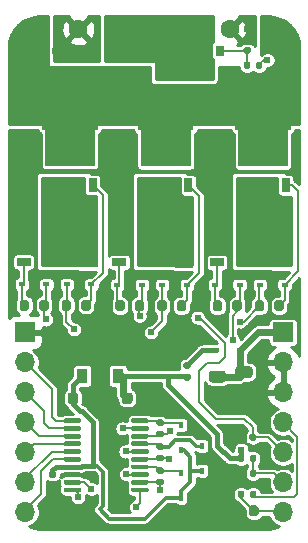
<source format=gbr>
%TF.GenerationSoftware,KiCad,Pcbnew,(5.1.9)-1*%
%TF.CreationDate,2021-11-17T21:41:54-08:00*%
%TF.ProjectId,MCL-102 Bridge,4d434c2d-3130-4322-9042-72696467652e,rev?*%
%TF.SameCoordinates,Original*%
%TF.FileFunction,Copper,L1,Top*%
%TF.FilePolarity,Positive*%
%FSLAX46Y46*%
G04 Gerber Fmt 4.6, Leading zero omitted, Abs format (unit mm)*
G04 Created by KiCad (PCBNEW (5.1.9)-1) date 2021-11-17 21:41:54*
%MOMM*%
%LPD*%
G01*
G04 APERTURE LIST*
%TA.AperFunction,ComponentPad*%
%ADD10R,1.600000X1.600000*%
%TD*%
%TA.AperFunction,ComponentPad*%
%ADD11C,1.600000*%
%TD*%
%TA.AperFunction,ComponentPad*%
%ADD12O,1.700000X1.700000*%
%TD*%
%TA.AperFunction,ComponentPad*%
%ADD13R,1.700000X1.700000*%
%TD*%
%TA.AperFunction,SMDPad,CuDef*%
%ADD14C,0.100000*%
%TD*%
%TA.AperFunction,SMDPad,CuDef*%
%ADD15R,1.150000X0.700000*%
%TD*%
%TA.AperFunction,SMDPad,CuDef*%
%ADD16R,0.700000X1.150000*%
%TD*%
%TA.AperFunction,SMDPad,CuDef*%
%ADD17R,0.600000X0.450000*%
%TD*%
%TA.AperFunction,SMDPad,CuDef*%
%ADD18R,0.800000X0.900000*%
%TD*%
%TA.AperFunction,SMDPad,CuDef*%
%ADD19R,0.900000X1.300000*%
%TD*%
%TA.AperFunction,SMDPad,CuDef*%
%ADD20R,0.450000X0.600000*%
%TD*%
%TA.AperFunction,ViaPad*%
%ADD21C,0.609600*%
%TD*%
%TA.AperFunction,Conductor*%
%ADD22C,0.406400*%
%TD*%
%TA.AperFunction,Conductor*%
%ADD23C,0.304800*%
%TD*%
%TA.AperFunction,Conductor*%
%ADD24C,0.203200*%
%TD*%
%TA.AperFunction,Conductor*%
%ADD25C,0.609600*%
%TD*%
%TA.AperFunction,Conductor*%
%ADD26C,0.250000*%
%TD*%
%TA.AperFunction,Conductor*%
%ADD27C,0.254000*%
%TD*%
%TA.AperFunction,Conductor*%
%ADD28C,0.100000*%
%TD*%
G04 APERTURE END LIST*
%TO.P,C15,2*%
%TO.N,GND*%
%TA.AperFunction,SMDPad,CuDef*%
G36*
G01*
X144584400Y-115131000D02*
X145534400Y-115131000D01*
G75*
G02*
X145784400Y-115381000I0J-250000D01*
G01*
X145784400Y-115881000D01*
G75*
G02*
X145534400Y-116131000I-250000J0D01*
G01*
X144584400Y-116131000D01*
G75*
G02*
X144334400Y-115881000I0J250000D01*
G01*
X144334400Y-115381000D01*
G75*
G02*
X144584400Y-115131000I250000J0D01*
G01*
G37*
%TD.AperFunction*%
%TO.P,C15,1*%
%TO.N,VDD*%
%TA.AperFunction,SMDPad,CuDef*%
G36*
G01*
X144584400Y-113231000D02*
X145534400Y-113231000D01*
G75*
G02*
X145784400Y-113481000I0J-250000D01*
G01*
X145784400Y-113981000D01*
G75*
G02*
X145534400Y-114231000I-250000J0D01*
G01*
X144584400Y-114231000D01*
G75*
G02*
X144334400Y-113981000I0J250000D01*
G01*
X144334400Y-113481000D01*
G75*
G02*
X144584400Y-113231000I250000J0D01*
G01*
G37*
%TD.AperFunction*%
%TD*%
%TO.P,C5,2*%
%TO.N,GND*%
%TA.AperFunction,SMDPad,CuDef*%
G36*
G01*
X146845000Y-114750000D02*
X147795000Y-114750000D01*
G75*
G02*
X148045000Y-115000000I0J-250000D01*
G01*
X148045000Y-115500000D01*
G75*
G02*
X147795000Y-115750000I-250000J0D01*
G01*
X146845000Y-115750000D01*
G75*
G02*
X146595000Y-115500000I0J250000D01*
G01*
X146595000Y-115000000D01*
G75*
G02*
X146845000Y-114750000I250000J0D01*
G01*
G37*
%TD.AperFunction*%
%TO.P,C5,1*%
%TO.N,VDD*%
%TA.AperFunction,SMDPad,CuDef*%
G36*
G01*
X146845000Y-112850000D02*
X147795000Y-112850000D01*
G75*
G02*
X148045000Y-113100000I0J-250000D01*
G01*
X148045000Y-113600000D01*
G75*
G02*
X147795000Y-113850000I-250000J0D01*
G01*
X146845000Y-113850000D01*
G75*
G02*
X146595000Y-113600000I0J250000D01*
G01*
X146595000Y-113100000D01*
G75*
G02*
X146845000Y-112850000I250000J0D01*
G01*
G37*
%TD.AperFunction*%
%TD*%
%TO.P,C16,2*%
%TO.N,GND*%
%TA.AperFunction,SMDPad,CuDef*%
G36*
G01*
X132301000Y-86672000D02*
X131351000Y-86672000D01*
G75*
G02*
X131101000Y-86422000I0J250000D01*
G01*
X131101000Y-85922000D01*
G75*
G02*
X131351000Y-85672000I250000J0D01*
G01*
X132301000Y-85672000D01*
G75*
G02*
X132551000Y-85922000I0J-250000D01*
G01*
X132551000Y-86422000D01*
G75*
G02*
X132301000Y-86672000I-250000J0D01*
G01*
G37*
%TD.AperFunction*%
%TO.P,C16,1*%
%TO.N,VCC*%
%TA.AperFunction,SMDPad,CuDef*%
G36*
G01*
X132301000Y-88572000D02*
X131351000Y-88572000D01*
G75*
G02*
X131101000Y-88322000I0J250000D01*
G01*
X131101000Y-87822000D01*
G75*
G02*
X131351000Y-87572000I250000J0D01*
G01*
X132301000Y-87572000D01*
G75*
G02*
X132551000Y-87822000I0J-250000D01*
G01*
X132551000Y-88322000D01*
G75*
G02*
X132301000Y-88572000I-250000J0D01*
G01*
G37*
%TD.AperFunction*%
%TD*%
%TO.P,C14,2*%
%TO.N,GND*%
%TA.AperFunction,SMDPad,CuDef*%
G36*
G01*
X134587000Y-86672000D02*
X133637000Y-86672000D01*
G75*
G02*
X133387000Y-86422000I0J250000D01*
G01*
X133387000Y-85922000D01*
G75*
G02*
X133637000Y-85672000I250000J0D01*
G01*
X134587000Y-85672000D01*
G75*
G02*
X134837000Y-85922000I0J-250000D01*
G01*
X134837000Y-86422000D01*
G75*
G02*
X134587000Y-86672000I-250000J0D01*
G01*
G37*
%TD.AperFunction*%
%TO.P,C14,1*%
%TO.N,VCC*%
%TA.AperFunction,SMDPad,CuDef*%
G36*
G01*
X134587000Y-88572000D02*
X133637000Y-88572000D01*
G75*
G02*
X133387000Y-88322000I0J250000D01*
G01*
X133387000Y-87822000D01*
G75*
G02*
X133637000Y-87572000I250000J0D01*
G01*
X134587000Y-87572000D01*
G75*
G02*
X134837000Y-87822000I0J-250000D01*
G01*
X134837000Y-88322000D01*
G75*
G02*
X134587000Y-88572000I-250000J0D01*
G01*
G37*
%TD.AperFunction*%
%TD*%
D10*
%TO.P,C13,1*%
%TO.N,VCC*%
X149606000Y-84328000D03*
D11*
%TO.P,C13,2*%
%TO.N,GND*%
X146106000Y-84328000D03*
%TD*%
%TO.P,C1,2*%
%TO.N,GND*%
X133294000Y-84328000D03*
D10*
%TO.P,C1,1*%
%TO.N,VCC*%
X129794000Y-84328000D03*
%TD*%
D12*
%TO.P,J1,7*%
%TO.N,/CL*%
X128778000Y-125222000D03*
%TO.P,J1,6*%
%TO.N,/BL*%
X128778000Y-122682000D03*
%TO.P,J1,5*%
%TO.N,/AL*%
X128778000Y-120142000D03*
%TO.P,J1,4*%
%TO.N,/CH*%
X128778000Y-117602000D03*
%TO.P,J1,3*%
%TO.N,/BH*%
X128778000Y-115062000D03*
%TO.P,J1,2*%
%TO.N,/AH*%
X128778000Y-112522000D03*
D13*
%TO.P,J1,1*%
%TO.N,GND*%
X128778000Y-109982000D03*
%TD*%
D12*
%TO.P,IO1,7*%
%TO.N,/Temp*%
X150622000Y-125222000D03*
%TO.P,IO1,6*%
%TO.N,/VBAT*%
X150622000Y-122682000D03*
%TO.P,IO1,5*%
%TO.N,/IMON*%
X150622000Y-120142000D03*
%TO.P,IO1,4*%
%TO.N,+3V3*%
X150622000Y-117602000D03*
%TO.P,IO1,3*%
%TO.N,GND*%
X150622000Y-115062000D03*
%TO.P,IO1,2*%
X150622000Y-112522000D03*
D13*
%TO.P,IO1,1*%
%TO.N,VDD*%
X150622000Y-109982000D03*
%TD*%
%TO.P,U3,20*%
%TO.N,Net-(C9-Pad2)*%
%TA.AperFunction,SMDPad,CuDef*%
G36*
G01*
X137761000Y-117571000D02*
X137761000Y-117371000D01*
G75*
G02*
X137861000Y-117271000I100000J0D01*
G01*
X139136000Y-117271000D01*
G75*
G02*
X139236000Y-117371000I0J-100000D01*
G01*
X139236000Y-117571000D01*
G75*
G02*
X139136000Y-117671000I-100000J0D01*
G01*
X137861000Y-117671000D01*
G75*
G02*
X137761000Y-117571000I0J100000D01*
G01*
G37*
%TD.AperFunction*%
%TO.P,U3,19*%
%TO.N,/AHO*%
%TA.AperFunction,SMDPad,CuDef*%
G36*
G01*
X137761000Y-118221000D02*
X137761000Y-118021000D01*
G75*
G02*
X137861000Y-117921000I100000J0D01*
G01*
X139136000Y-117921000D01*
G75*
G02*
X139236000Y-118021000I0J-100000D01*
G01*
X139236000Y-118221000D01*
G75*
G02*
X139136000Y-118321000I-100000J0D01*
G01*
X137861000Y-118321000D01*
G75*
G02*
X137761000Y-118221000I0J100000D01*
G01*
G37*
%TD.AperFunction*%
%TO.P,U3,18*%
%TO.N,/MA*%
%TA.AperFunction,SMDPad,CuDef*%
G36*
G01*
X137761000Y-118871000D02*
X137761000Y-118671000D01*
G75*
G02*
X137861000Y-118571000I100000J0D01*
G01*
X139136000Y-118571000D01*
G75*
G02*
X139236000Y-118671000I0J-100000D01*
G01*
X139236000Y-118871000D01*
G75*
G02*
X139136000Y-118971000I-100000J0D01*
G01*
X137861000Y-118971000D01*
G75*
G02*
X137761000Y-118871000I0J100000D01*
G01*
G37*
%TD.AperFunction*%
%TO.P,U3,17*%
%TO.N,Net-(C10-Pad2)*%
%TA.AperFunction,SMDPad,CuDef*%
G36*
G01*
X137761000Y-119521000D02*
X137761000Y-119321000D01*
G75*
G02*
X137861000Y-119221000I100000J0D01*
G01*
X139136000Y-119221000D01*
G75*
G02*
X139236000Y-119321000I0J-100000D01*
G01*
X139236000Y-119521000D01*
G75*
G02*
X139136000Y-119621000I-100000J0D01*
G01*
X137861000Y-119621000D01*
G75*
G02*
X137761000Y-119521000I0J100000D01*
G01*
G37*
%TD.AperFunction*%
%TO.P,U3,16*%
%TO.N,/BHO*%
%TA.AperFunction,SMDPad,CuDef*%
G36*
G01*
X137761000Y-120171000D02*
X137761000Y-119971000D01*
G75*
G02*
X137861000Y-119871000I100000J0D01*
G01*
X139136000Y-119871000D01*
G75*
G02*
X139236000Y-119971000I0J-100000D01*
G01*
X139236000Y-120171000D01*
G75*
G02*
X139136000Y-120271000I-100000J0D01*
G01*
X137861000Y-120271000D01*
G75*
G02*
X137761000Y-120171000I0J100000D01*
G01*
G37*
%TD.AperFunction*%
%TO.P,U3,15*%
%TO.N,/MB*%
%TA.AperFunction,SMDPad,CuDef*%
G36*
G01*
X137761000Y-120821000D02*
X137761000Y-120621000D01*
G75*
G02*
X137861000Y-120521000I100000J0D01*
G01*
X139136000Y-120521000D01*
G75*
G02*
X139236000Y-120621000I0J-100000D01*
G01*
X139236000Y-120821000D01*
G75*
G02*
X139136000Y-120921000I-100000J0D01*
G01*
X137861000Y-120921000D01*
G75*
G02*
X137761000Y-120821000I0J100000D01*
G01*
G37*
%TD.AperFunction*%
%TO.P,U3,14*%
%TO.N,Net-(C11-Pad2)*%
%TA.AperFunction,SMDPad,CuDef*%
G36*
G01*
X137761000Y-121471000D02*
X137761000Y-121271000D01*
G75*
G02*
X137861000Y-121171000I100000J0D01*
G01*
X139136000Y-121171000D01*
G75*
G02*
X139236000Y-121271000I0J-100000D01*
G01*
X139236000Y-121471000D01*
G75*
G02*
X139136000Y-121571000I-100000J0D01*
G01*
X137861000Y-121571000D01*
G75*
G02*
X137761000Y-121471000I0J100000D01*
G01*
G37*
%TD.AperFunction*%
%TO.P,U3,13*%
%TO.N,/CHO*%
%TA.AperFunction,SMDPad,CuDef*%
G36*
G01*
X137761000Y-122121000D02*
X137761000Y-121921000D01*
G75*
G02*
X137861000Y-121821000I100000J0D01*
G01*
X139136000Y-121821000D01*
G75*
G02*
X139236000Y-121921000I0J-100000D01*
G01*
X139236000Y-122121000D01*
G75*
G02*
X139136000Y-122221000I-100000J0D01*
G01*
X137861000Y-122221000D01*
G75*
G02*
X137761000Y-122121000I0J100000D01*
G01*
G37*
%TD.AperFunction*%
%TO.P,U3,12*%
%TO.N,/MC*%
%TA.AperFunction,SMDPad,CuDef*%
G36*
G01*
X137761000Y-122771000D02*
X137761000Y-122571000D01*
G75*
G02*
X137861000Y-122471000I100000J0D01*
G01*
X139136000Y-122471000D01*
G75*
G02*
X139236000Y-122571000I0J-100000D01*
G01*
X139236000Y-122771000D01*
G75*
G02*
X139136000Y-122871000I-100000J0D01*
G01*
X137861000Y-122871000D01*
G75*
G02*
X137761000Y-122771000I0J100000D01*
G01*
G37*
%TD.AperFunction*%
%TO.P,U3,11*%
%TO.N,/ALO*%
%TA.AperFunction,SMDPad,CuDef*%
G36*
G01*
X137761000Y-123421000D02*
X137761000Y-123221000D01*
G75*
G02*
X137861000Y-123121000I100000J0D01*
G01*
X139136000Y-123121000D01*
G75*
G02*
X139236000Y-123221000I0J-100000D01*
G01*
X139236000Y-123421000D01*
G75*
G02*
X139136000Y-123521000I-100000J0D01*
G01*
X137861000Y-123521000D01*
G75*
G02*
X137761000Y-123421000I0J100000D01*
G01*
G37*
%TD.AperFunction*%
%TO.P,U3,10*%
%TO.N,/BLO*%
%TA.AperFunction,SMDPad,CuDef*%
G36*
G01*
X132036000Y-123421000D02*
X132036000Y-123221000D01*
G75*
G02*
X132136000Y-123121000I100000J0D01*
G01*
X133411000Y-123121000D01*
G75*
G02*
X133511000Y-123221000I0J-100000D01*
G01*
X133511000Y-123421000D01*
G75*
G02*
X133411000Y-123521000I-100000J0D01*
G01*
X132136000Y-123521000D01*
G75*
G02*
X132036000Y-123421000I0J100000D01*
G01*
G37*
%TD.AperFunction*%
%TO.P,U3,9*%
%TO.N,/CLO*%
%TA.AperFunction,SMDPad,CuDef*%
G36*
G01*
X132036000Y-122771000D02*
X132036000Y-122571000D01*
G75*
G02*
X132136000Y-122471000I100000J0D01*
G01*
X133411000Y-122471000D01*
G75*
G02*
X133511000Y-122571000I0J-100000D01*
G01*
X133511000Y-122771000D01*
G75*
G02*
X133411000Y-122871000I-100000J0D01*
G01*
X132136000Y-122871000D01*
G75*
G02*
X132036000Y-122771000I0J100000D01*
G01*
G37*
%TD.AperFunction*%
%TO.P,U3,8*%
%TO.N,GND*%
%TA.AperFunction,SMDPad,CuDef*%
G36*
G01*
X132036000Y-122121000D02*
X132036000Y-121921000D01*
G75*
G02*
X132136000Y-121821000I100000J0D01*
G01*
X133411000Y-121821000D01*
G75*
G02*
X133511000Y-121921000I0J-100000D01*
G01*
X133511000Y-122121000D01*
G75*
G02*
X133411000Y-122221000I-100000J0D01*
G01*
X132136000Y-122221000D01*
G75*
G02*
X132036000Y-122121000I0J100000D01*
G01*
G37*
%TD.AperFunction*%
%TO.P,U3,7*%
%TO.N,+12V*%
%TA.AperFunction,SMDPad,CuDef*%
G36*
G01*
X132036000Y-121471000D02*
X132036000Y-121271000D01*
G75*
G02*
X132136000Y-121171000I100000J0D01*
G01*
X133411000Y-121171000D01*
G75*
G02*
X133511000Y-121271000I0J-100000D01*
G01*
X133511000Y-121471000D01*
G75*
G02*
X133411000Y-121571000I-100000J0D01*
G01*
X132136000Y-121571000D01*
G75*
G02*
X132036000Y-121471000I0J100000D01*
G01*
G37*
%TD.AperFunction*%
%TO.P,U3,6*%
%TO.N,/CL*%
%TA.AperFunction,SMDPad,CuDef*%
G36*
G01*
X132036000Y-120821000D02*
X132036000Y-120621000D01*
G75*
G02*
X132136000Y-120521000I100000J0D01*
G01*
X133411000Y-120521000D01*
G75*
G02*
X133511000Y-120621000I0J-100000D01*
G01*
X133511000Y-120821000D01*
G75*
G02*
X133411000Y-120921000I-100000J0D01*
G01*
X132136000Y-120921000D01*
G75*
G02*
X132036000Y-120821000I0J100000D01*
G01*
G37*
%TD.AperFunction*%
%TO.P,U3,5*%
%TO.N,/BL*%
%TA.AperFunction,SMDPad,CuDef*%
G36*
G01*
X132036000Y-120171000D02*
X132036000Y-119971000D01*
G75*
G02*
X132136000Y-119871000I100000J0D01*
G01*
X133411000Y-119871000D01*
G75*
G02*
X133511000Y-119971000I0J-100000D01*
G01*
X133511000Y-120171000D01*
G75*
G02*
X133411000Y-120271000I-100000J0D01*
G01*
X132136000Y-120271000D01*
G75*
G02*
X132036000Y-120171000I0J100000D01*
G01*
G37*
%TD.AperFunction*%
%TO.P,U3,4*%
%TO.N,/AL*%
%TA.AperFunction,SMDPad,CuDef*%
G36*
G01*
X132036000Y-119521000D02*
X132036000Y-119321000D01*
G75*
G02*
X132136000Y-119221000I100000J0D01*
G01*
X133411000Y-119221000D01*
G75*
G02*
X133511000Y-119321000I0J-100000D01*
G01*
X133511000Y-119521000D01*
G75*
G02*
X133411000Y-119621000I-100000J0D01*
G01*
X132136000Y-119621000D01*
G75*
G02*
X132036000Y-119521000I0J100000D01*
G01*
G37*
%TD.AperFunction*%
%TO.P,U3,3*%
%TO.N,/CH*%
%TA.AperFunction,SMDPad,CuDef*%
G36*
G01*
X132036000Y-118871000D02*
X132036000Y-118671000D01*
G75*
G02*
X132136000Y-118571000I100000J0D01*
G01*
X133411000Y-118571000D01*
G75*
G02*
X133511000Y-118671000I0J-100000D01*
G01*
X133511000Y-118871000D01*
G75*
G02*
X133411000Y-118971000I-100000J0D01*
G01*
X132136000Y-118971000D01*
G75*
G02*
X132036000Y-118871000I0J100000D01*
G01*
G37*
%TD.AperFunction*%
%TO.P,U3,2*%
%TO.N,/BH*%
%TA.AperFunction,SMDPad,CuDef*%
G36*
G01*
X132036000Y-118221000D02*
X132036000Y-118021000D01*
G75*
G02*
X132136000Y-117921000I100000J0D01*
G01*
X133411000Y-117921000D01*
G75*
G02*
X133511000Y-118021000I0J-100000D01*
G01*
X133511000Y-118221000D01*
G75*
G02*
X133411000Y-118321000I-100000J0D01*
G01*
X132136000Y-118321000D01*
G75*
G02*
X132036000Y-118221000I0J100000D01*
G01*
G37*
%TD.AperFunction*%
%TO.P,U3,1*%
%TO.N,/AH*%
%TA.AperFunction,SMDPad,CuDef*%
G36*
G01*
X132036000Y-117571000D02*
X132036000Y-117371000D01*
G75*
G02*
X132136000Y-117271000I100000J0D01*
G01*
X133411000Y-117271000D01*
G75*
G02*
X133511000Y-117371000I0J-100000D01*
G01*
X133511000Y-117571000D01*
G75*
G02*
X133411000Y-117671000I-100000J0D01*
G01*
X132136000Y-117671000D01*
G75*
G02*
X132036000Y-117571000I0J100000D01*
G01*
G37*
%TD.AperFunction*%
%TD*%
%TO.P,TH1,2*%
%TO.N,GND*%
%TA.AperFunction,SMDPad,CuDef*%
G36*
G01*
X146895000Y-124820000D02*
X146895000Y-125370000D01*
G75*
G02*
X146695000Y-125570000I-200000J0D01*
G01*
X146295000Y-125570000D01*
G75*
G02*
X146095000Y-125370000I0J200000D01*
G01*
X146095000Y-124820000D01*
G75*
G02*
X146295000Y-124620000I200000J0D01*
G01*
X146695000Y-124620000D01*
G75*
G02*
X146895000Y-124820000I0J-200000D01*
G01*
G37*
%TD.AperFunction*%
%TO.P,TH1,1*%
%TO.N,/Temp*%
%TA.AperFunction,SMDPad,CuDef*%
G36*
G01*
X148545000Y-124820000D02*
X148545000Y-125370000D01*
G75*
G02*
X148345000Y-125570000I-200000J0D01*
G01*
X147945000Y-125570000D01*
G75*
G02*
X147745000Y-125370000I0J200000D01*
G01*
X147745000Y-124820000D01*
G75*
G02*
X147945000Y-124620000I200000J0D01*
G01*
X148345000Y-124620000D01*
G75*
G02*
X148545000Y-124820000I0J-200000D01*
G01*
G37*
%TD.AperFunction*%
%TD*%
%TO.P,R12,2*%
%TO.N,/PHASEB/LD*%
%TA.AperFunction,SMDPad,CuDef*%
G36*
G01*
X129115000Y-107421000D02*
X129115000Y-107971000D01*
G75*
G02*
X128915000Y-108171000I-200000J0D01*
G01*
X128515000Y-108171000D01*
G75*
G02*
X128315000Y-107971000I0J200000D01*
G01*
X128315000Y-107421000D01*
G75*
G02*
X128515000Y-107221000I200000J0D01*
G01*
X128915000Y-107221000D01*
G75*
G02*
X129115000Y-107421000I0J-200000D01*
G01*
G37*
%TD.AperFunction*%
%TO.P,R12,1*%
%TO.N,/ALO*%
%TA.AperFunction,SMDPad,CuDef*%
G36*
G01*
X130765000Y-107421000D02*
X130765000Y-107971000D01*
G75*
G02*
X130565000Y-108171000I-200000J0D01*
G01*
X130165000Y-108171000D01*
G75*
G02*
X129965000Y-107971000I0J200000D01*
G01*
X129965000Y-107421000D01*
G75*
G02*
X130165000Y-107221000I200000J0D01*
G01*
X130565000Y-107221000D01*
G75*
G02*
X130765000Y-107421000I0J-200000D01*
G01*
G37*
%TD.AperFunction*%
%TD*%
%TO.P,R11,2*%
%TO.N,/PHASEB/HD*%
%TA.AperFunction,SMDPad,CuDef*%
G36*
G01*
X133521000Y-107971000D02*
X133521000Y-107421000D01*
G75*
G02*
X133721000Y-107221000I200000J0D01*
G01*
X134121000Y-107221000D01*
G75*
G02*
X134321000Y-107421000I0J-200000D01*
G01*
X134321000Y-107971000D01*
G75*
G02*
X134121000Y-108171000I-200000J0D01*
G01*
X133721000Y-108171000D01*
G75*
G02*
X133521000Y-107971000I0J200000D01*
G01*
G37*
%TD.AperFunction*%
%TO.P,R11,1*%
%TO.N,/AHO*%
%TA.AperFunction,SMDPad,CuDef*%
G36*
G01*
X131871000Y-107971000D02*
X131871000Y-107421000D01*
G75*
G02*
X132071000Y-107221000I200000J0D01*
G01*
X132471000Y-107221000D01*
G75*
G02*
X132671000Y-107421000I0J-200000D01*
G01*
X132671000Y-107971000D01*
G75*
G02*
X132471000Y-108171000I-200000J0D01*
G01*
X132071000Y-108171000D01*
G75*
G02*
X131871000Y-107971000I0J200000D01*
G01*
G37*
%TD.AperFunction*%
%TD*%
%TA.AperFunction,SMDPad,CuDef*%
D14*
%TO.P,Q6,5*%
%TO.N,/MC*%
G36*
X151262000Y-104488000D02*
G01*
X149712000Y-104488000D01*
X149712000Y-104238000D01*
X146637000Y-104238000D01*
X146637000Y-100038000D01*
X149712000Y-100038000D01*
X149712000Y-99788000D01*
X151262000Y-99788000D01*
X151262000Y-104488000D01*
G37*
%TD.AperFunction*%
D15*
%TO.P,Q6,4*%
%TO.N,/sheet6191AFC6/LD*%
X145017000Y-104048000D03*
%TO.P,Q6,3*%
%TO.N,GND*%
X145017000Y-102778000D03*
%TO.P,Q6,1*%
X145017000Y-100228000D03*
%TO.P,Q6,2*%
X145017000Y-101498000D03*
%TD*%
%TA.AperFunction,SMDPad,CuDef*%
D14*
%TO.P,Q5,5*%
%TO.N,VCC*%
G36*
X151286000Y-91289000D02*
G01*
X151286000Y-92839000D01*
X151036000Y-92839000D01*
X151036000Y-95914000D01*
X146836000Y-95914000D01*
X146836000Y-92839000D01*
X146586000Y-92839000D01*
X146586000Y-91289000D01*
X151286000Y-91289000D01*
G37*
%TD.AperFunction*%
D16*
%TO.P,Q5,4*%
%TO.N,/sheet6191AFC6/HD*%
X150846000Y-97534000D03*
%TO.P,Q5,3*%
%TO.N,/MC*%
X149576000Y-97534000D03*
%TO.P,Q5,1*%
X147026000Y-97534000D03*
%TO.P,Q5,2*%
X148296000Y-97534000D03*
%TD*%
%TA.AperFunction,SMDPad,CuDef*%
D14*
%TO.P,Q4,5*%
%TO.N,/MA*%
G36*
X134914000Y-104458000D02*
G01*
X133364000Y-104458000D01*
X133364000Y-104208000D01*
X130289000Y-104208000D01*
X130289000Y-100008000D01*
X133364000Y-100008000D01*
X133364000Y-99758000D01*
X134914000Y-99758000D01*
X134914000Y-104458000D01*
G37*
%TD.AperFunction*%
D15*
%TO.P,Q4,4*%
%TO.N,/PHASEB/LD*%
X128669000Y-104018000D03*
%TO.P,Q4,3*%
%TO.N,GND*%
X128669000Y-102748000D03*
%TO.P,Q4,1*%
X128669000Y-100198000D03*
%TO.P,Q4,2*%
X128669000Y-101468000D03*
%TD*%
%TA.AperFunction,SMDPad,CuDef*%
D14*
%TO.P,Q3,5*%
%TO.N,VCC*%
G36*
X134938000Y-91259000D02*
G01*
X134938000Y-92809000D01*
X134688000Y-92809000D01*
X134688000Y-95884000D01*
X130488000Y-95884000D01*
X130488000Y-92809000D01*
X130238000Y-92809000D01*
X130238000Y-91259000D01*
X134938000Y-91259000D01*
G37*
%TD.AperFunction*%
D16*
%TO.P,Q3,4*%
%TO.N,/PHASEB/HD*%
X134498000Y-97504000D03*
%TO.P,Q3,3*%
%TO.N,/MA*%
X133228000Y-97504000D03*
%TO.P,Q3,1*%
X130678000Y-97504000D03*
%TO.P,Q3,2*%
X131948000Y-97504000D03*
%TD*%
%TA.AperFunction,SMDPad,CuDef*%
D14*
%TO.P,Q2,5*%
%TO.N,/MB*%
G36*
X143016000Y-104498000D02*
G01*
X141466000Y-104498000D01*
X141466000Y-104248000D01*
X138391000Y-104248000D01*
X138391000Y-100048000D01*
X141466000Y-100048000D01*
X141466000Y-99798000D01*
X143016000Y-99798000D01*
X143016000Y-104498000D01*
G37*
%TD.AperFunction*%
D15*
%TO.P,Q2,4*%
%TO.N,/PHASEA/LD*%
X136771000Y-104058000D03*
%TO.P,Q2,3*%
%TO.N,GND*%
X136771000Y-102788000D03*
%TO.P,Q2,1*%
X136771000Y-100238000D03*
%TO.P,Q2,2*%
X136771000Y-101508000D03*
%TD*%
%TA.AperFunction,SMDPad,CuDef*%
D14*
%TO.P,Q1,5*%
%TO.N,VCC*%
G36*
X143040000Y-91299000D02*
G01*
X143040000Y-92849000D01*
X142790000Y-92849000D01*
X142790000Y-95924000D01*
X138590000Y-95924000D01*
X138590000Y-92849000D01*
X138340000Y-92849000D01*
X138340000Y-91299000D01*
X143040000Y-91299000D01*
G37*
%TD.AperFunction*%
D16*
%TO.P,Q1,4*%
%TO.N,/PHASEA/HD*%
X142600000Y-97544000D03*
%TO.P,Q1,3*%
%TO.N,/MB*%
X141330000Y-97544000D03*
%TO.P,Q1,1*%
X138780000Y-97544000D03*
%TO.P,Q1,2*%
X140050000Y-97544000D03*
%TD*%
D17*
%TO.P,D9,2*%
%TO.N,/sheet6191AFC6/HD*%
X150748000Y-105948000D03*
%TO.P,D9,1*%
%TO.N,/CHO*%
X148648000Y-105948000D03*
%TD*%
%TO.P,D8,2*%
%TO.N,/PHASEB/LD*%
X128490000Y-105918000D03*
%TO.P,D8,1*%
%TO.N,/ALO*%
X130590000Y-105918000D03*
%TD*%
%TO.P,D7,2*%
%TO.N,/PHASEB/HD*%
X134400000Y-105918000D03*
%TO.P,D7,1*%
%TO.N,/AHO*%
X132300000Y-105918000D03*
%TD*%
%TO.P,D5,2*%
%TO.N,/PHASEA/HD*%
X142502000Y-105958000D03*
%TO.P,D5,1*%
%TO.N,/BHO*%
X140402000Y-105958000D03*
%TD*%
%TO.P,C6,2*%
%TO.N,GND*%
%TA.AperFunction,SMDPad,CuDef*%
G36*
G01*
X136327000Y-115320000D02*
X136327000Y-115820000D01*
G75*
G02*
X136102000Y-116045000I-225000J0D01*
G01*
X135652000Y-116045000D01*
G75*
G02*
X135427000Y-115820000I0J225000D01*
G01*
X135427000Y-115320000D01*
G75*
G02*
X135652000Y-115095000I225000J0D01*
G01*
X136102000Y-115095000D01*
G75*
G02*
X136327000Y-115320000I0J-225000D01*
G01*
G37*
%TD.AperFunction*%
%TO.P,C6,1*%
%TO.N,VCC*%
%TA.AperFunction,SMDPad,CuDef*%
G36*
G01*
X137877000Y-115320000D02*
X137877000Y-115820000D01*
G75*
G02*
X137652000Y-116045000I-225000J0D01*
G01*
X137202000Y-116045000D01*
G75*
G02*
X136977000Y-115820000I0J225000D01*
G01*
X136977000Y-115320000D01*
G75*
G02*
X137202000Y-115095000I225000J0D01*
G01*
X137652000Y-115095000D01*
G75*
G02*
X137877000Y-115320000I0J-225000D01*
G01*
G37*
%TD.AperFunction*%
%TD*%
D18*
%TO.P,U1,3*%
%TO.N,Net-(R6-Pad1)*%
X145288000Y-86122000D03*
%TO.P,U1,2*%
%TO.N,VCC*%
X146238000Y-88122000D03*
%TO.P,U1,1*%
%TO.N,Net-(J2-Pad1)*%
X144338000Y-88122000D03*
%TD*%
%TA.AperFunction,SMDPad,CuDef*%
D14*
%TO.P,U2,2*%
%TO.N,GND*%
G36*
X135994500Y-109714000D02*
G01*
X135994500Y-112839000D01*
X135578000Y-112839000D01*
X135578000Y-114314000D01*
X134678000Y-114314000D01*
X134678000Y-112839000D01*
X134261500Y-112839000D01*
X134261500Y-109714000D01*
X135994500Y-109714000D01*
G37*
%TD.AperFunction*%
D19*
%TO.P,U2,3*%
%TO.N,VCC*%
X136628000Y-113664000D03*
%TO.P,U2,1*%
%TO.N,+12V*%
X133628000Y-113664000D03*
%TD*%
%TO.P,R8,2*%
%TO.N,/IMON*%
%TA.AperFunction,SMDPad,CuDef*%
G36*
G01*
X148322000Y-87561000D02*
X148322000Y-87191000D01*
G75*
G02*
X148457000Y-87056000I135000J0D01*
G01*
X148727000Y-87056000D01*
G75*
G02*
X148862000Y-87191000I0J-135000D01*
G01*
X148862000Y-87561000D01*
G75*
G02*
X148727000Y-87696000I-135000J0D01*
G01*
X148457000Y-87696000D01*
G75*
G02*
X148322000Y-87561000I0J135000D01*
G01*
G37*
%TD.AperFunction*%
%TO.P,R8,1*%
%TO.N,Net-(R6-Pad1)*%
%TA.AperFunction,SMDPad,CuDef*%
G36*
G01*
X147302000Y-87561000D02*
X147302000Y-87191000D01*
G75*
G02*
X147437000Y-87056000I135000J0D01*
G01*
X147707000Y-87056000D01*
G75*
G02*
X147842000Y-87191000I0J-135000D01*
G01*
X147842000Y-87561000D01*
G75*
G02*
X147707000Y-87696000I-135000J0D01*
G01*
X147437000Y-87696000D01*
G75*
G02*
X147302000Y-87561000I0J135000D01*
G01*
G37*
%TD.AperFunction*%
%TD*%
%TO.P,R7,2*%
%TO.N,Net-(D1-Pad2)*%
%TA.AperFunction,SMDPad,CuDef*%
G36*
G01*
X142679000Y-113044000D02*
X142309000Y-113044000D01*
G75*
G02*
X142174000Y-112909000I0J135000D01*
G01*
X142174000Y-112639000D01*
G75*
G02*
X142309000Y-112504000I135000J0D01*
G01*
X142679000Y-112504000D01*
G75*
G02*
X142814000Y-112639000I0J-135000D01*
G01*
X142814000Y-112909000D01*
G75*
G02*
X142679000Y-113044000I-135000J0D01*
G01*
G37*
%TD.AperFunction*%
%TO.P,R7,1*%
%TO.N,VCC*%
%TA.AperFunction,SMDPad,CuDef*%
G36*
G01*
X142679000Y-114064000D02*
X142309000Y-114064000D01*
G75*
G02*
X142174000Y-113929000I0J135000D01*
G01*
X142174000Y-113659000D01*
G75*
G02*
X142309000Y-113524000I135000J0D01*
G01*
X142679000Y-113524000D01*
G75*
G02*
X142814000Y-113659000I0J-135000D01*
G01*
X142814000Y-113929000D01*
G75*
G02*
X142679000Y-114064000I-135000J0D01*
G01*
G37*
%TD.AperFunction*%
%TD*%
%TO.P,R5,2*%
%TO.N,GND*%
%TA.AperFunction,SMDPad,CuDef*%
G36*
G01*
X147334000Y-121735000D02*
X147334000Y-122105000D01*
G75*
G02*
X147199000Y-122240000I-135000J0D01*
G01*
X146929000Y-122240000D01*
G75*
G02*
X146794000Y-122105000I0J135000D01*
G01*
X146794000Y-121735000D01*
G75*
G02*
X146929000Y-121600000I135000J0D01*
G01*
X147199000Y-121600000D01*
G75*
G02*
X147334000Y-121735000I0J-135000D01*
G01*
G37*
%TD.AperFunction*%
%TO.P,R5,1*%
%TO.N,/VBAT*%
%TA.AperFunction,SMDPad,CuDef*%
G36*
G01*
X148354000Y-121735000D02*
X148354000Y-122105000D01*
G75*
G02*
X148219000Y-122240000I-135000J0D01*
G01*
X147949000Y-122240000D01*
G75*
G02*
X147814000Y-122105000I0J135000D01*
G01*
X147814000Y-121735000D01*
G75*
G02*
X147949000Y-121600000I135000J0D01*
G01*
X148219000Y-121600000D01*
G75*
G02*
X148354000Y-121735000I0J-135000D01*
G01*
G37*
%TD.AperFunction*%
%TD*%
%TO.P,R14,2*%
%TO.N,/sheet6191AFC6/LD*%
%TA.AperFunction,SMDPad,CuDef*%
G36*
G01*
X145463000Y-107451000D02*
X145463000Y-108001000D01*
G75*
G02*
X145263000Y-108201000I-200000J0D01*
G01*
X144863000Y-108201000D01*
G75*
G02*
X144663000Y-108001000I0J200000D01*
G01*
X144663000Y-107451000D01*
G75*
G02*
X144863000Y-107251000I200000J0D01*
G01*
X145263000Y-107251000D01*
G75*
G02*
X145463000Y-107451000I0J-200000D01*
G01*
G37*
%TD.AperFunction*%
%TO.P,R14,1*%
%TO.N,/CLO*%
%TA.AperFunction,SMDPad,CuDef*%
G36*
G01*
X147113000Y-107451000D02*
X147113000Y-108001000D01*
G75*
G02*
X146913000Y-108201000I-200000J0D01*
G01*
X146513000Y-108201000D01*
G75*
G02*
X146313000Y-108001000I0J200000D01*
G01*
X146313000Y-107451000D01*
G75*
G02*
X146513000Y-107251000I200000J0D01*
G01*
X146913000Y-107251000D01*
G75*
G02*
X147113000Y-107451000I0J-200000D01*
G01*
G37*
%TD.AperFunction*%
%TD*%
%TO.P,R13,2*%
%TO.N,/sheet6191AFC6/HD*%
%TA.AperFunction,SMDPad,CuDef*%
G36*
G01*
X149869000Y-108001000D02*
X149869000Y-107451000D01*
G75*
G02*
X150069000Y-107251000I200000J0D01*
G01*
X150469000Y-107251000D01*
G75*
G02*
X150669000Y-107451000I0J-200000D01*
G01*
X150669000Y-108001000D01*
G75*
G02*
X150469000Y-108201000I-200000J0D01*
G01*
X150069000Y-108201000D01*
G75*
G02*
X149869000Y-108001000I0J200000D01*
G01*
G37*
%TD.AperFunction*%
%TO.P,R13,1*%
%TO.N,/CHO*%
%TA.AperFunction,SMDPad,CuDef*%
G36*
G01*
X148219000Y-108001000D02*
X148219000Y-107451000D01*
G75*
G02*
X148419000Y-107251000I200000J0D01*
G01*
X148819000Y-107251000D01*
G75*
G02*
X149019000Y-107451000I0J-200000D01*
G01*
X149019000Y-108001000D01*
G75*
G02*
X148819000Y-108201000I-200000J0D01*
G01*
X148419000Y-108201000D01*
G75*
G02*
X148219000Y-108001000I0J200000D01*
G01*
G37*
%TD.AperFunction*%
%TD*%
%TO.P,R6,2*%
%TO.N,GND*%
%TA.AperFunction,SMDPad,CuDef*%
G36*
G01*
X147759000Y-85358000D02*
X147389000Y-85358000D01*
G75*
G02*
X147254000Y-85223000I0J135000D01*
G01*
X147254000Y-84953000D01*
G75*
G02*
X147389000Y-84818000I135000J0D01*
G01*
X147759000Y-84818000D01*
G75*
G02*
X147894000Y-84953000I0J-135000D01*
G01*
X147894000Y-85223000D01*
G75*
G02*
X147759000Y-85358000I-135000J0D01*
G01*
G37*
%TD.AperFunction*%
%TO.P,R6,1*%
%TO.N,Net-(R6-Pad1)*%
%TA.AperFunction,SMDPad,CuDef*%
G36*
G01*
X147759000Y-86378000D02*
X147389000Y-86378000D01*
G75*
G02*
X147254000Y-86243000I0J135000D01*
G01*
X147254000Y-85973000D01*
G75*
G02*
X147389000Y-85838000I135000J0D01*
G01*
X147759000Y-85838000D01*
G75*
G02*
X147894000Y-85973000I0J-135000D01*
G01*
X147894000Y-86243000D01*
G75*
G02*
X147759000Y-86378000I-135000J0D01*
G01*
G37*
%TD.AperFunction*%
%TD*%
%TO.P,R4,2*%
%TO.N,/VBAT*%
%TA.AperFunction,SMDPad,CuDef*%
G36*
G01*
X147814000Y-120835000D02*
X147814000Y-120465000D01*
G75*
G02*
X147949000Y-120330000I135000J0D01*
G01*
X148219000Y-120330000D01*
G75*
G02*
X148354000Y-120465000I0J-135000D01*
G01*
X148354000Y-120835000D01*
G75*
G02*
X148219000Y-120970000I-135000J0D01*
G01*
X147949000Y-120970000D01*
G75*
G02*
X147814000Y-120835000I0J135000D01*
G01*
G37*
%TD.AperFunction*%
%TO.P,R4,1*%
%TO.N,VCC*%
%TA.AperFunction,SMDPad,CuDef*%
G36*
G01*
X146794000Y-120835000D02*
X146794000Y-120465000D01*
G75*
G02*
X146929000Y-120330000I135000J0D01*
G01*
X147199000Y-120330000D01*
G75*
G02*
X147334000Y-120465000I0J-135000D01*
G01*
X147334000Y-120835000D01*
G75*
G02*
X147199000Y-120970000I-135000J0D01*
G01*
X146929000Y-120970000D01*
G75*
G02*
X146794000Y-120835000I0J135000D01*
G01*
G37*
%TD.AperFunction*%
%TD*%
%TO.P,R1,2*%
%TO.N,+3V3*%
%TA.AperFunction,SMDPad,CuDef*%
G36*
G01*
X147814000Y-123883000D02*
X147814000Y-123513000D01*
G75*
G02*
X147949000Y-123378000I135000J0D01*
G01*
X148219000Y-123378000D01*
G75*
G02*
X148354000Y-123513000I0J-135000D01*
G01*
X148354000Y-123883000D01*
G75*
G02*
X148219000Y-124018000I-135000J0D01*
G01*
X147949000Y-124018000D01*
G75*
G02*
X147814000Y-123883000I0J135000D01*
G01*
G37*
%TD.AperFunction*%
%TO.P,R1,1*%
%TO.N,/Temp*%
%TA.AperFunction,SMDPad,CuDef*%
G36*
G01*
X146794000Y-123883000D02*
X146794000Y-123513000D01*
G75*
G02*
X146929000Y-123378000I135000J0D01*
G01*
X147199000Y-123378000D01*
G75*
G02*
X147334000Y-123513000I0J-135000D01*
G01*
X147334000Y-123883000D01*
G75*
G02*
X147199000Y-124018000I-135000J0D01*
G01*
X146929000Y-124018000D01*
G75*
G02*
X146794000Y-123883000I0J135000D01*
G01*
G37*
%TD.AperFunction*%
%TD*%
%TO.P,R10,2*%
%TO.N,/PHASEA/LD*%
%TA.AperFunction,SMDPad,CuDef*%
G36*
G01*
X137217000Y-107461000D02*
X137217000Y-108011000D01*
G75*
G02*
X137017000Y-108211000I-200000J0D01*
G01*
X136617000Y-108211000D01*
G75*
G02*
X136417000Y-108011000I0J200000D01*
G01*
X136417000Y-107461000D01*
G75*
G02*
X136617000Y-107261000I200000J0D01*
G01*
X137017000Y-107261000D01*
G75*
G02*
X137217000Y-107461000I0J-200000D01*
G01*
G37*
%TD.AperFunction*%
%TO.P,R10,1*%
%TO.N,/BLO*%
%TA.AperFunction,SMDPad,CuDef*%
G36*
G01*
X138867000Y-107461000D02*
X138867000Y-108011000D01*
G75*
G02*
X138667000Y-108211000I-200000J0D01*
G01*
X138267000Y-108211000D01*
G75*
G02*
X138067000Y-108011000I0J200000D01*
G01*
X138067000Y-107461000D01*
G75*
G02*
X138267000Y-107261000I200000J0D01*
G01*
X138667000Y-107261000D01*
G75*
G02*
X138867000Y-107461000I0J-200000D01*
G01*
G37*
%TD.AperFunction*%
%TD*%
%TO.P,R3,2*%
%TO.N,VCC*%
%TA.AperFunction,SMDPad,CuDef*%
G36*
G01*
X135989000Y-89472000D02*
X138839000Y-89472000D01*
G75*
G02*
X139089000Y-89722000I0J-250000D01*
G01*
X139089000Y-90447000D01*
G75*
G02*
X138839000Y-90697000I-250000J0D01*
G01*
X135989000Y-90697000D01*
G75*
G02*
X135739000Y-90447000I0J250000D01*
G01*
X135739000Y-89722000D01*
G75*
G02*
X135989000Y-89472000I250000J0D01*
G01*
G37*
%TD.AperFunction*%
%TO.P,R3,1*%
%TO.N,Net-(J2-Pad1)*%
%TA.AperFunction,SMDPad,CuDef*%
G36*
G01*
X135989000Y-83547000D02*
X138839000Y-83547000D01*
G75*
G02*
X139089000Y-83797000I0J-250000D01*
G01*
X139089000Y-84522000D01*
G75*
G02*
X138839000Y-84772000I-250000J0D01*
G01*
X135989000Y-84772000D01*
G75*
G02*
X135739000Y-84522000I0J250000D01*
G01*
X135739000Y-83797000D01*
G75*
G02*
X135989000Y-83547000I250000J0D01*
G01*
G37*
%TD.AperFunction*%
%TD*%
%TO.P,R2,2*%
%TO.N,VCC*%
%TA.AperFunction,SMDPad,CuDef*%
G36*
G01*
X140053000Y-89472000D02*
X142903000Y-89472000D01*
G75*
G02*
X143153000Y-89722000I0J-250000D01*
G01*
X143153000Y-90447000D01*
G75*
G02*
X142903000Y-90697000I-250000J0D01*
G01*
X140053000Y-90697000D01*
G75*
G02*
X139803000Y-90447000I0J250000D01*
G01*
X139803000Y-89722000D01*
G75*
G02*
X140053000Y-89472000I250000J0D01*
G01*
G37*
%TD.AperFunction*%
%TO.P,R2,1*%
%TO.N,Net-(J2-Pad1)*%
%TA.AperFunction,SMDPad,CuDef*%
G36*
G01*
X140053000Y-83547000D02*
X142903000Y-83547000D01*
G75*
G02*
X143153000Y-83797000I0J-250000D01*
G01*
X143153000Y-84522000D01*
G75*
G02*
X142903000Y-84772000I-250000J0D01*
G01*
X140053000Y-84772000D01*
G75*
G02*
X139803000Y-84522000I0J250000D01*
G01*
X139803000Y-83797000D01*
G75*
G02*
X140053000Y-83547000I250000J0D01*
G01*
G37*
%TD.AperFunction*%
%TD*%
%TO.P,R9,2*%
%TO.N,/PHASEA/HD*%
%TA.AperFunction,SMDPad,CuDef*%
G36*
G01*
X141623000Y-108011000D02*
X141623000Y-107461000D01*
G75*
G02*
X141823000Y-107261000I200000J0D01*
G01*
X142223000Y-107261000D01*
G75*
G02*
X142423000Y-107461000I0J-200000D01*
G01*
X142423000Y-108011000D01*
G75*
G02*
X142223000Y-108211000I-200000J0D01*
G01*
X141823000Y-108211000D01*
G75*
G02*
X141623000Y-108011000I0J200000D01*
G01*
G37*
%TD.AperFunction*%
%TO.P,R9,1*%
%TO.N,/BHO*%
%TA.AperFunction,SMDPad,CuDef*%
G36*
G01*
X139973000Y-108011000D02*
X139973000Y-107461000D01*
G75*
G02*
X140173000Y-107261000I200000J0D01*
G01*
X140573000Y-107261000D01*
G75*
G02*
X140773000Y-107461000I0J-200000D01*
G01*
X140773000Y-108011000D01*
G75*
G02*
X140573000Y-108211000I-200000J0D01*
G01*
X140173000Y-108211000D01*
G75*
G02*
X139973000Y-108011000I0J200000D01*
G01*
G37*
%TD.AperFunction*%
%TD*%
D17*
%TO.P,D10,2*%
%TO.N,/sheet6191AFC6/LD*%
X144838000Y-105948000D03*
%TO.P,D10,1*%
%TO.N,/CLO*%
X146938000Y-105948000D03*
%TD*%
%TO.P,D1,2*%
%TO.N,Net-(D1-Pad2)*%
X144911100Y-111506000D03*
%TO.P,D1,1*%
%TO.N,VDD*%
X147011100Y-111506000D03*
%TD*%
D20*
%TO.P,D4,2*%
%TO.N,+12V*%
X141986000Y-123986000D03*
%TO.P,D4,1*%
%TO.N,Net-(C11-Pad2)*%
X141986000Y-121886000D03*
%TD*%
%TO.P,D3,2*%
%TO.N,+12V*%
X143764000Y-121700000D03*
%TO.P,D3,1*%
%TO.N,Net-(C10-Pad2)*%
X143764000Y-119600000D03*
%TD*%
%TO.P,D2,2*%
%TO.N,+12V*%
X141986000Y-119922000D03*
%TO.P,D2,1*%
%TO.N,Net-(C9-Pad2)*%
X141986000Y-117822000D03*
%TD*%
D17*
%TO.P,D6,2*%
%TO.N,/PHASEA/LD*%
X136592000Y-105958000D03*
%TO.P,D6,1*%
%TO.N,/BLO*%
X138692000Y-105958000D03*
%TD*%
%TO.P,C4,2*%
%TO.N,/IMON*%
%TA.AperFunction,SMDPad,CuDef*%
G36*
G01*
X147774000Y-119042000D02*
X147774000Y-118702000D01*
G75*
G02*
X147914000Y-118562000I140000J0D01*
G01*
X148194000Y-118562000D01*
G75*
G02*
X148334000Y-118702000I0J-140000D01*
G01*
X148334000Y-119042000D01*
G75*
G02*
X148194000Y-119182000I-140000J0D01*
G01*
X147914000Y-119182000D01*
G75*
G02*
X147774000Y-119042000I0J140000D01*
G01*
G37*
%TD.AperFunction*%
%TO.P,C4,1*%
%TO.N,GND*%
%TA.AperFunction,SMDPad,CuDef*%
G36*
G01*
X146814000Y-119042000D02*
X146814000Y-118702000D01*
G75*
G02*
X146954000Y-118562000I140000J0D01*
G01*
X147234000Y-118562000D01*
G75*
G02*
X147374000Y-118702000I0J-140000D01*
G01*
X147374000Y-119042000D01*
G75*
G02*
X147234000Y-119182000I-140000J0D01*
G01*
X146954000Y-119182000D01*
G75*
G02*
X146814000Y-119042000I0J140000D01*
G01*
G37*
%TD.AperFunction*%
%TD*%
%TO.P,C8,2*%
%TO.N,GND*%
%TA.AperFunction,SMDPad,CuDef*%
G36*
G01*
X133929000Y-115820000D02*
X133929000Y-115320000D01*
G75*
G02*
X134154000Y-115095000I225000J0D01*
G01*
X134604000Y-115095000D01*
G75*
G02*
X134829000Y-115320000I0J-225000D01*
G01*
X134829000Y-115820000D01*
G75*
G02*
X134604000Y-116045000I-225000J0D01*
G01*
X134154000Y-116045000D01*
G75*
G02*
X133929000Y-115820000I0J225000D01*
G01*
G37*
%TD.AperFunction*%
%TO.P,C8,1*%
%TO.N,+12V*%
%TA.AperFunction,SMDPad,CuDef*%
G36*
G01*
X132379000Y-115820000D02*
X132379000Y-115320000D01*
G75*
G02*
X132604000Y-115095000I225000J0D01*
G01*
X133054000Y-115095000D01*
G75*
G02*
X133279000Y-115320000I0J-225000D01*
G01*
X133279000Y-115820000D01*
G75*
G02*
X133054000Y-116045000I-225000J0D01*
G01*
X132604000Y-116045000D01*
G75*
G02*
X132379000Y-115820000I0J225000D01*
G01*
G37*
%TD.AperFunction*%
%TD*%
%TO.P,C11,2*%
%TO.N,Net-(C11-Pad2)*%
%TA.AperFunction,SMDPad,CuDef*%
G36*
G01*
X140378000Y-121974000D02*
X140038000Y-121974000D01*
G75*
G02*
X139898000Y-121834000I0J140000D01*
G01*
X139898000Y-121554000D01*
G75*
G02*
X140038000Y-121414000I140000J0D01*
G01*
X140378000Y-121414000D01*
G75*
G02*
X140518000Y-121554000I0J-140000D01*
G01*
X140518000Y-121834000D01*
G75*
G02*
X140378000Y-121974000I-140000J0D01*
G01*
G37*
%TD.AperFunction*%
%TO.P,C11,1*%
%TO.N,/MC*%
%TA.AperFunction,SMDPad,CuDef*%
G36*
G01*
X140378000Y-122934000D02*
X140038000Y-122934000D01*
G75*
G02*
X139898000Y-122794000I0J140000D01*
G01*
X139898000Y-122514000D01*
G75*
G02*
X140038000Y-122374000I140000J0D01*
G01*
X140378000Y-122374000D01*
G75*
G02*
X140518000Y-122514000I0J-140000D01*
G01*
X140518000Y-122794000D01*
G75*
G02*
X140378000Y-122934000I-140000J0D01*
G01*
G37*
%TD.AperFunction*%
%TD*%
%TO.P,C10,2*%
%TO.N,Net-(C10-Pad2)*%
%TA.AperFunction,SMDPad,CuDef*%
G36*
G01*
X140378000Y-119942000D02*
X140038000Y-119942000D01*
G75*
G02*
X139898000Y-119802000I0J140000D01*
G01*
X139898000Y-119522000D01*
G75*
G02*
X140038000Y-119382000I140000J0D01*
G01*
X140378000Y-119382000D01*
G75*
G02*
X140518000Y-119522000I0J-140000D01*
G01*
X140518000Y-119802000D01*
G75*
G02*
X140378000Y-119942000I-140000J0D01*
G01*
G37*
%TD.AperFunction*%
%TO.P,C10,1*%
%TO.N,/MB*%
%TA.AperFunction,SMDPad,CuDef*%
G36*
G01*
X140378000Y-120902000D02*
X140038000Y-120902000D01*
G75*
G02*
X139898000Y-120762000I0J140000D01*
G01*
X139898000Y-120482000D01*
G75*
G02*
X140038000Y-120342000I140000J0D01*
G01*
X140378000Y-120342000D01*
G75*
G02*
X140518000Y-120482000I0J-140000D01*
G01*
X140518000Y-120762000D01*
G75*
G02*
X140378000Y-120902000I-140000J0D01*
G01*
G37*
%TD.AperFunction*%
%TD*%
%TO.P,C9,2*%
%TO.N,Net-(C9-Pad2)*%
%TA.AperFunction,SMDPad,CuDef*%
G36*
G01*
X140378000Y-117910000D02*
X140038000Y-117910000D01*
G75*
G02*
X139898000Y-117770000I0J140000D01*
G01*
X139898000Y-117490000D01*
G75*
G02*
X140038000Y-117350000I140000J0D01*
G01*
X140378000Y-117350000D01*
G75*
G02*
X140518000Y-117490000I0J-140000D01*
G01*
X140518000Y-117770000D01*
G75*
G02*
X140378000Y-117910000I-140000J0D01*
G01*
G37*
%TD.AperFunction*%
%TO.P,C9,1*%
%TO.N,/MA*%
%TA.AperFunction,SMDPad,CuDef*%
G36*
G01*
X140378000Y-118870000D02*
X140038000Y-118870000D01*
G75*
G02*
X139898000Y-118730000I0J140000D01*
G01*
X139898000Y-118450000D01*
G75*
G02*
X140038000Y-118310000I140000J0D01*
G01*
X140378000Y-118310000D01*
G75*
G02*
X140518000Y-118450000I0J-140000D01*
G01*
X140518000Y-118730000D01*
G75*
G02*
X140378000Y-118870000I-140000J0D01*
G01*
G37*
%TD.AperFunction*%
%TD*%
%TO.P,C7,2*%
%TO.N,+12V*%
%TA.AperFunction,SMDPad,CuDef*%
G36*
G01*
X131259400Y-122306800D02*
X130919400Y-122306800D01*
G75*
G02*
X130779400Y-122166800I0J140000D01*
G01*
X130779400Y-121886800D01*
G75*
G02*
X130919400Y-121746800I140000J0D01*
G01*
X131259400Y-121746800D01*
G75*
G02*
X131399400Y-121886800I0J-140000D01*
G01*
X131399400Y-122166800D01*
G75*
G02*
X131259400Y-122306800I-140000J0D01*
G01*
G37*
%TD.AperFunction*%
%TO.P,C7,1*%
%TO.N,GND*%
%TA.AperFunction,SMDPad,CuDef*%
G36*
G01*
X131259400Y-123266800D02*
X130919400Y-123266800D01*
G75*
G02*
X130779400Y-123126800I0J140000D01*
G01*
X130779400Y-122846800D01*
G75*
G02*
X130919400Y-122706800I140000J0D01*
G01*
X131259400Y-122706800D01*
G75*
G02*
X131399400Y-122846800I0J-140000D01*
G01*
X131399400Y-123126800D01*
G75*
G02*
X131259400Y-123266800I-140000J0D01*
G01*
G37*
%TD.AperFunction*%
%TD*%
D21*
%TO.N,GND*%
X137922000Y-94742000D03*
X135890000Y-94742000D03*
X135890000Y-95758000D03*
X137414000Y-98298000D03*
X137414000Y-97282000D03*
X136398000Y-97282000D03*
X136398000Y-99314000D03*
X137922000Y-95758000D03*
X136398000Y-96266000D03*
X136906000Y-97790000D03*
X136906000Y-98806000D03*
X135890000Y-96774000D03*
X136906000Y-96774000D03*
X137414000Y-99314000D03*
X135890000Y-97790000D03*
X137414000Y-96266000D03*
X136398000Y-95250000D03*
X136906000Y-94742000D03*
X137414000Y-95250000D03*
X136906000Y-95758000D03*
X136398000Y-98298000D03*
X146050000Y-94742000D03*
X144018000Y-94742000D03*
X144018000Y-95758000D03*
X145542000Y-98298000D03*
X145542000Y-97282000D03*
X144526000Y-97282000D03*
X144526000Y-99314000D03*
X144526000Y-96266000D03*
X145034000Y-97790000D03*
X145034000Y-98806000D03*
X144018000Y-96774000D03*
X145034000Y-96774000D03*
X145542000Y-99314000D03*
X144018000Y-97790000D03*
X145542000Y-96266000D03*
X144526000Y-95250000D03*
X145034000Y-94742000D03*
X145542000Y-95250000D03*
X145034000Y-95758000D03*
X144526000Y-98298000D03*
X128778000Y-93980000D03*
X129286000Y-93218000D03*
X137414000Y-93218000D03*
X136906000Y-93980000D03*
X136652000Y-93218000D03*
X136144000Y-93980000D03*
X145542000Y-93218000D03*
X144780000Y-93218000D03*
X145034000Y-93980000D03*
X144272000Y-93980000D03*
X135204200Y-111569500D03*
X135166100Y-110299500D03*
X131114800Y-123545600D03*
X134442200Y-122123200D03*
X147116800Y-122631200D03*
X147091400Y-118237000D03*
X135128000Y-114821000D03*
X147574000Y-84328000D03*
X132842000Y-86106000D03*
X147320000Y-115849402D03*
X127762000Y-94742000D03*
X128778000Y-94742000D03*
X129794000Y-94742000D03*
X129286000Y-95250000D03*
X128270000Y-95250000D03*
X127762000Y-95758000D03*
X128778000Y-95758000D03*
X129794000Y-95758000D03*
X129286000Y-96266000D03*
X128270000Y-96266000D03*
X127762000Y-96774000D03*
X128778000Y-96774000D03*
X129286000Y-97282000D03*
X128270000Y-97282000D03*
X127762000Y-97790000D03*
X128778000Y-97790000D03*
X129286000Y-98298000D03*
X128270000Y-98298000D03*
X127762000Y-98806000D03*
X128778000Y-98806000D03*
X129286000Y-99314000D03*
X128270000Y-99314000D03*
X128016000Y-100838000D03*
X128016000Y-102108000D03*
X129286000Y-102108000D03*
X129286000Y-100838000D03*
X146050000Y-93980000D03*
X143510000Y-94234000D03*
X143510000Y-93472000D03*
X135382000Y-94234000D03*
X135382000Y-93472000D03*
X137922000Y-93980000D03*
X129794000Y-93980000D03*
X127762000Y-93980000D03*
X127762000Y-93218000D03*
X146050000Y-95758000D03*
X145796000Y-124841000D03*
X131064000Y-124460000D03*
X144780000Y-125222000D03*
X143256000Y-125222000D03*
X142240000Y-125222000D03*
X132080000Y-125222000D03*
X148844000Y-119888000D03*
X138430000Y-112268000D03*
X136906000Y-111506000D03*
X137668000Y-109982000D03*
X136652000Y-109220000D03*
X135636000Y-108966000D03*
X133858000Y-111252000D03*
X130810000Y-125222000D03*
X145542000Y-122428000D03*
X144272000Y-123698000D03*
X143002000Y-110236000D03*
X144526000Y-120904000D03*
%TO.N,VCC*%
X147091400Y-119913400D03*
%TO.N,/MA*%
X131572000Y-98806000D03*
X133604000Y-98806000D03*
X130556000Y-98806000D03*
X132588000Y-98806000D03*
X134620000Y-98806000D03*
X132080000Y-99314000D03*
X134112000Y-99314000D03*
X131064000Y-99314000D03*
X133096000Y-99314000D03*
X131572000Y-99822000D03*
X133604000Y-99822000D03*
X130556000Y-99822000D03*
X132588000Y-99822000D03*
X132080000Y-98298000D03*
X131064000Y-98298000D03*
X133096000Y-98298000D03*
X131572000Y-100838000D03*
X133604000Y-100838000D03*
X130556000Y-100838000D03*
X132588000Y-100838000D03*
X134620000Y-100838000D03*
X131572000Y-101600000D03*
X133604000Y-101600000D03*
X130556000Y-101600000D03*
X132588000Y-101600000D03*
X134620000Y-101600000D03*
X131572000Y-102362000D03*
X133604000Y-102362000D03*
X130556000Y-102362000D03*
X132588000Y-102362000D03*
X134620000Y-102362000D03*
X131572000Y-103124000D03*
X133604000Y-103124000D03*
X130556000Y-103124000D03*
X132588000Y-103124000D03*
X134620000Y-103124000D03*
X134620000Y-99822000D03*
X134620000Y-103886000D03*
X133604000Y-103886000D03*
X132588000Y-103886000D03*
X131572000Y-103886000D03*
X130556000Y-103886000D03*
X141020800Y-118364000D03*
%TO.N,/MB*%
X138684000Y-102362000D03*
X140716000Y-103124000D03*
X138684000Y-101600000D03*
X139700000Y-102362000D03*
X141732000Y-102362000D03*
X139700000Y-101600000D03*
X142748000Y-102362000D03*
X138684000Y-98806000D03*
X140716000Y-102362000D03*
X140716000Y-99822000D03*
X141732000Y-101600000D03*
X139700000Y-99822000D03*
X142748000Y-98806000D03*
X141732000Y-103124000D03*
X138684000Y-103124000D03*
X141732000Y-99822000D03*
X141732000Y-98806000D03*
X139700000Y-98806000D03*
X142748000Y-99822000D03*
X140208000Y-99314000D03*
X140716000Y-98806000D03*
X142240000Y-99314000D03*
X139192000Y-99314000D03*
X141224000Y-99314000D03*
X138684000Y-99822000D03*
X139700000Y-103124000D03*
X142748000Y-103124000D03*
X139700000Y-103886000D03*
X140716000Y-100838000D03*
X138684000Y-100838000D03*
X142748000Y-101600000D03*
X141224000Y-98298000D03*
X141732000Y-100838000D03*
X140208000Y-98298000D03*
X140716000Y-101600000D03*
X142748000Y-100838000D03*
X139192000Y-98298000D03*
X139700000Y-100838000D03*
X141732000Y-103886000D03*
X138684000Y-103886000D03*
X140716000Y-103886000D03*
X142748000Y-103886000D03*
X140970000Y-120675400D03*
%TO.N,/MC*%
X147066000Y-102362000D03*
X149098000Y-103124000D03*
X147066000Y-101600000D03*
X148082000Y-102362000D03*
X150114000Y-102362000D03*
X148082000Y-101600000D03*
X151130000Y-102362000D03*
X147066000Y-98806000D03*
X149098000Y-102362000D03*
X149098000Y-99822000D03*
X150114000Y-101600000D03*
X148082000Y-99822000D03*
X151130000Y-98806000D03*
X150114000Y-103124000D03*
X147066000Y-103124000D03*
X150114000Y-99822000D03*
X150114000Y-98806000D03*
X148082000Y-98806000D03*
X151130000Y-99822000D03*
X148590000Y-99314000D03*
X149098000Y-98806000D03*
X150622000Y-99314000D03*
X147574000Y-99314000D03*
X149606000Y-99314000D03*
X147066000Y-99822000D03*
X148082000Y-103124000D03*
X151130000Y-103124000D03*
X148082000Y-103886000D03*
X149098000Y-100838000D03*
X147066000Y-100838000D03*
X151130000Y-101600000D03*
X149606000Y-98298000D03*
X150114000Y-100838000D03*
X148590000Y-98298000D03*
X149098000Y-101600000D03*
X151130000Y-100838000D03*
X147574000Y-98298000D03*
X148082000Y-100838000D03*
X150114000Y-103886000D03*
X147066000Y-103886000D03*
X149098000Y-103886000D03*
X151130000Y-103886000D03*
X140233400Y-123291600D03*
%TO.N,/IMON*%
X149301200Y-86918800D03*
X143383000Y-108737400D03*
%TO.N,/AHO*%
X137033000Y-118110000D03*
X132918200Y-109728000D03*
%TO.N,/ALO*%
X130556002Y-108889800D03*
X138176000Y-124764800D03*
%TO.N,/BHO*%
X137287000Y-120065800D03*
X139446000Y-109982000D03*
%TO.N,/BLO*%
X138480800Y-108585000D03*
X133273800Y-123952000D03*
%TO.N,/CHO*%
X137312400Y-121996200D03*
X146989800Y-109067600D03*
%TO.N,/CLO*%
X134391400Y-123240800D03*
X146354800Y-110642400D03*
%TO.N,Net-(J2-Pad1)*%
X141732000Y-87630000D03*
X143764000Y-87630000D03*
X142748000Y-87630000D03*
X140716000Y-87630000D03*
X141224000Y-88138000D03*
X143256000Y-88138000D03*
X142240000Y-88138000D03*
X140208000Y-88138000D03*
X140208000Y-87122000D03*
X144399000Y-84328000D03*
X143764000Y-84582000D03*
X144272000Y-85090000D03*
X140208000Y-86106000D03*
X144272000Y-87122000D03*
X144272000Y-86106000D03*
X143256000Y-87122000D03*
X142240000Y-87122000D03*
X141224000Y-87122000D03*
X140462000Y-84836000D03*
X143002000Y-84328000D03*
X141732000Y-84582000D03*
X141097000Y-84455000D03*
X142367000Y-84328000D03*
X142748000Y-85598000D03*
X143764000Y-85598000D03*
X142240000Y-85090000D03*
X143256000Y-85090000D03*
X141732000Y-85598000D03*
X141224000Y-85090000D03*
X140716000Y-85598000D03*
X143764000Y-86614000D03*
X143256000Y-86106000D03*
X142748000Y-86614000D03*
X142240000Y-86106000D03*
X141732000Y-86614000D03*
X141224000Y-86106000D03*
X140716000Y-86614000D03*
%TD*%
D22*
%TO.N,+12V*%
X132773500Y-121371000D02*
X131384400Y-121371000D01*
X131089400Y-121666000D02*
X131089400Y-122026800D01*
X131384400Y-121371000D02*
X131089400Y-121666000D01*
X132829000Y-114463000D02*
X133628000Y-113664000D01*
X132829000Y-115570000D02*
X132829000Y-114463000D01*
X133684050Y-121259600D02*
X134391400Y-121259600D01*
X133619440Y-121324210D02*
X133684050Y-121259600D01*
X133583748Y-121324210D02*
X133619440Y-121324210D01*
X133536958Y-121371000D02*
X133583748Y-121324210D01*
X132773500Y-121371000D02*
X133536958Y-121371000D01*
D23*
X135382000Y-124680000D02*
X135094000Y-124968000D01*
X135382000Y-121810940D02*
X135382000Y-124680000D01*
X134830660Y-121259600D02*
X135382000Y-121810940D01*
X134391400Y-121259600D02*
X134830660Y-121259600D01*
D22*
X134594600Y-121259600D02*
X134391400Y-121259600D01*
X134502800Y-121167800D02*
X134594600Y-121259600D01*
X133616700Y-116662200D02*
X134502800Y-117548300D01*
X133400800Y-116662200D02*
X133616700Y-116662200D01*
X134502800Y-117548300D02*
X134502800Y-121167800D01*
X132829000Y-116090400D02*
X133400800Y-116662200D01*
X132829000Y-115570000D02*
X132829000Y-116090400D01*
D23*
X142773400Y-122656600D02*
X141986000Y-123444000D01*
X141986000Y-123444000D02*
X141986000Y-123986000D01*
X142197800Y-119922000D02*
X142773400Y-120497600D01*
X141986000Y-119922000D02*
X142197800Y-119922000D01*
X138912600Y-125755400D02*
X140682000Y-123986000D01*
X140682000Y-123986000D02*
X141986000Y-123986000D01*
X135881400Y-125755400D02*
X138912600Y-125755400D01*
X135094000Y-124968000D02*
X135881400Y-125755400D01*
X142773400Y-121640600D02*
X142773400Y-122656600D01*
X142773400Y-120497600D02*
X142773400Y-121640600D01*
X142832800Y-121700000D02*
X142773400Y-121640600D01*
X143764000Y-121700000D02*
X142832800Y-121700000D01*
D22*
%TO.N,GND*%
X131089400Y-123520200D02*
X131114800Y-123545600D01*
X131089400Y-122986800D02*
X131089400Y-123520200D01*
D23*
X134340000Y-122021000D02*
X134442200Y-122123200D01*
X132773500Y-122021000D02*
X134340000Y-122021000D01*
D24*
X147064000Y-121920000D02*
X147064000Y-122578400D01*
X147064000Y-122578400D02*
X147116800Y-122631200D01*
X147094000Y-118872000D02*
X147094000Y-118239600D01*
X147094000Y-118239600D02*
X147091400Y-118237000D01*
D25*
X135128000Y-114821000D02*
X135128000Y-114821000D01*
X135128000Y-113576500D02*
X135128000Y-114821000D01*
X135128000Y-114821000D02*
X134379000Y-115570000D01*
X135128000Y-114821000D02*
X135877000Y-115570000D01*
D24*
X147574000Y-85088000D02*
X147574000Y-84328000D01*
X132776000Y-86172000D02*
X132842000Y-86106000D01*
X131826000Y-86172000D02*
X132776000Y-86172000D01*
X132908000Y-86172000D02*
X132842000Y-86106000D01*
X134112000Y-86172000D02*
X132908000Y-86172000D01*
X128669000Y-102748000D02*
X128669000Y-101468000D01*
X128669000Y-101468000D02*
X128669000Y-100198000D01*
X136771000Y-102788000D02*
X136771000Y-101508000D01*
X136771000Y-101508000D02*
X136771000Y-100238000D01*
X145017000Y-102778000D02*
X145017000Y-101498000D01*
X145017000Y-101498000D02*
X145017000Y-100228000D01*
D23*
X147320000Y-115075000D02*
X147320000Y-115849402D01*
D25*
X146685000Y-115631000D02*
X147320000Y-114996000D01*
X145059400Y-115631000D02*
X146685000Y-115631000D01*
D24*
X146241000Y-124841000D02*
X145796000Y-124841000D01*
X146495000Y-125095000D02*
X146241000Y-124841000D01*
X146495000Y-125476000D02*
X146495000Y-125095000D01*
D25*
%TO.N,VCC*%
X137109200Y-115252200D02*
X137427000Y-115570000D01*
X137109200Y-113766600D02*
X137109200Y-115252200D01*
X137006600Y-113664000D02*
X137109200Y-113766600D01*
X136628000Y-113664000D02*
X137006600Y-113664000D01*
D22*
X136628000Y-113664000D02*
X140842000Y-113664000D01*
X147064000Y-119940800D02*
X147091400Y-119913400D01*
X147064000Y-120650000D02*
X147064000Y-119940800D01*
D24*
X129794000Y-84328000D02*
X129794000Y-87884000D01*
X129982000Y-88072000D02*
X131826000Y-88072000D01*
X129794000Y-87884000D02*
X129982000Y-88072000D01*
X132588000Y-94234000D02*
X132588000Y-92710000D01*
X131638000Y-91760000D02*
X128778000Y-91760000D01*
X132588000Y-92710000D02*
X131638000Y-91760000D01*
X140690000Y-90872500D02*
X141478000Y-90084500D01*
X140690000Y-94274000D02*
X140690000Y-90872500D01*
X146432000Y-91760000D02*
X148936000Y-94264000D01*
X144780000Y-91760000D02*
X146432000Y-91760000D01*
D22*
X142364000Y-113664000D02*
X142494000Y-113794000D01*
X140842000Y-113664000D02*
X142364000Y-113664000D01*
X145034000Y-119583200D02*
X146100800Y-120650000D01*
X146100800Y-120650000D02*
X147064000Y-120650000D01*
X145034000Y-118618000D02*
X145034000Y-119583200D01*
X140842000Y-114426000D02*
X145034000Y-118618000D01*
X140842000Y-113664000D02*
X140842000Y-114426000D01*
D24*
%TO.N,/MA*%
X140027000Y-118771000D02*
X140208000Y-118590000D01*
X138498500Y-118771000D02*
X140027000Y-118771000D01*
X140208000Y-118590000D02*
X140794800Y-118590000D01*
X140794800Y-118590000D02*
X141020800Y-118364000D01*
%TO.N,Net-(C9-Pad2)*%
X140049000Y-117471000D02*
X140208000Y-117630000D01*
X138498500Y-117471000D02*
X140049000Y-117471000D01*
X141794000Y-117630000D02*
X141986000Y-117822000D01*
X140208000Y-117630000D02*
X141794000Y-117630000D01*
%TO.N,/MB*%
X140109000Y-120721000D02*
X140208000Y-120622000D01*
X138498500Y-120721000D02*
X140109000Y-120721000D01*
X140916600Y-120622000D02*
X140970000Y-120675400D01*
X140208000Y-120622000D02*
X140916600Y-120622000D01*
%TO.N,Net-(C10-Pad2)*%
X139967000Y-119421000D02*
X140208000Y-119662000D01*
X138498500Y-119421000D02*
X139967000Y-119421000D01*
D23*
X140208000Y-119662000D02*
X140942000Y-119662000D01*
X140942000Y-119662000D02*
X141478000Y-119126000D01*
X142782000Y-119126000D02*
X143256000Y-119600000D01*
X141478000Y-119126000D02*
X142782000Y-119126000D01*
D26*
X143256000Y-119600000D02*
X143764000Y-119600000D01*
D24*
%TO.N,/MC*%
X140191000Y-122671000D02*
X140208000Y-122654000D01*
X138498500Y-122671000D02*
X140191000Y-122671000D01*
X140208000Y-123266200D02*
X140233400Y-123291600D01*
X140208000Y-122654000D02*
X140208000Y-123266200D01*
%TO.N,/IMON*%
X149352000Y-118872000D02*
X150622000Y-120142000D01*
X148054000Y-118872000D02*
X149352000Y-118872000D01*
X148592000Y-87376000D02*
X148592000Y-87297800D01*
X148971000Y-86918800D02*
X149301200Y-86918800D01*
X148592000Y-87297800D02*
X148971000Y-86918800D01*
X147345400Y-117322600D02*
X148054000Y-118031200D01*
X144932400Y-117322600D02*
X147345400Y-117322600D01*
X143510000Y-115900200D02*
X144932400Y-117322600D01*
X143510000Y-113284000D02*
X143510000Y-115900200D01*
X144221200Y-112572800D02*
X143510000Y-113284000D01*
X145237200Y-112572800D02*
X144221200Y-112572800D01*
X148054000Y-118031200D02*
X148054000Y-118872000D01*
X145707100Y-112102900D02*
X145237200Y-112572800D01*
X145707100Y-110891218D02*
X145707100Y-112102900D01*
X143553282Y-108737400D02*
X145707100Y-110891218D01*
X143383000Y-108737400D02*
X143553282Y-108737400D01*
D25*
%TO.N,VDD*%
X148535100Y-109982000D02*
X147011100Y-111506000D01*
X150622000Y-109982000D02*
X148535100Y-109982000D01*
X146939000Y-113731000D02*
X147320000Y-113350000D01*
X145059400Y-113731000D02*
X146939000Y-113731000D01*
X147011100Y-113041100D02*
X147320000Y-113350000D01*
X147011100Y-111506000D02*
X147011100Y-113041100D01*
D24*
%TO.N,/PHASEA/HD*%
X142600000Y-97544000D02*
X143510000Y-98454000D01*
X143510000Y-104950000D02*
X142502000Y-105958000D01*
X143510000Y-98454000D02*
X143510000Y-104950000D01*
X142502000Y-107257000D02*
X142023000Y-107736000D01*
X142502000Y-105958000D02*
X142502000Y-107257000D01*
%TO.N,/AHO*%
X132300000Y-107667000D02*
X132271000Y-107696000D01*
X132300000Y-105918000D02*
X132300000Y-107667000D01*
X137044000Y-118121000D02*
X137033000Y-118110000D01*
X138498500Y-118121000D02*
X137044000Y-118121000D01*
X132271000Y-109080800D02*
X132918200Y-109728000D01*
X132271000Y-107696000D02*
X132271000Y-109080800D01*
%TO.N,/PHASEA/LD*%
X136771000Y-105779000D02*
X136592000Y-105958000D01*
X136771000Y-104058000D02*
X136771000Y-105779000D01*
X136592000Y-107511000D02*
X136817000Y-107736000D01*
X136592000Y-105958000D02*
X136592000Y-107511000D01*
%TO.N,/ALO*%
X130590000Y-107471000D02*
X130365000Y-107696000D01*
X130590000Y-105918000D02*
X130590000Y-107471000D01*
X130365000Y-108698798D02*
X130556002Y-108889800D01*
X130365000Y-107696000D02*
X130365000Y-108698798D01*
X138498500Y-124442300D02*
X138176000Y-124764800D01*
X138498500Y-123321000D02*
X138498500Y-124442300D01*
%TO.N,/PHASEB/HD*%
X134498000Y-97504000D02*
X135382000Y-98388000D01*
X135382000Y-104936000D02*
X134400000Y-105918000D01*
X135382000Y-98388000D02*
X135382000Y-104936000D01*
X134400000Y-107217000D02*
X133921000Y-107696000D01*
X134400000Y-105918000D02*
X134400000Y-107217000D01*
%TO.N,/BHO*%
X140402000Y-107707000D02*
X140373000Y-107736000D01*
X140402000Y-105958000D02*
X140402000Y-107707000D01*
X137292200Y-120071000D02*
X137287000Y-120065800D01*
X138498500Y-120071000D02*
X137292200Y-120071000D01*
X140373000Y-107736000D02*
X140373000Y-109055000D01*
X140373000Y-109055000D02*
X139446000Y-109982000D01*
%TO.N,/PHASEB/LD*%
X128490000Y-107471000D02*
X128715000Y-107696000D01*
X128490000Y-105918000D02*
X128490000Y-107471000D01*
X128669000Y-105739000D02*
X128490000Y-105918000D01*
X128669000Y-104018000D02*
X128669000Y-105739000D01*
%TO.N,/BLO*%
X138692000Y-107511000D02*
X138467000Y-107736000D01*
X138692000Y-105958000D02*
X138692000Y-107511000D01*
X138467000Y-108571200D02*
X138480800Y-108585000D01*
X138467000Y-107736000D02*
X138467000Y-108571200D01*
X133273800Y-123596400D02*
X133273800Y-123952000D01*
X132998400Y-123321000D02*
X133273800Y-123596400D01*
X132773500Y-123321000D02*
X132998400Y-123321000D01*
%TO.N,/sheet6191AFC6/HD*%
X151399200Y-97534000D02*
X151892000Y-98026800D01*
X150846000Y-97534000D02*
X151399200Y-97534000D01*
X151892000Y-104804000D02*
X150748000Y-105948000D01*
X151892000Y-98026800D02*
X151892000Y-104804000D01*
X150748000Y-107247000D02*
X150269000Y-107726000D01*
X150748000Y-105948000D02*
X150748000Y-107247000D01*
%TO.N,/CHO*%
X148619000Y-105977000D02*
X148648000Y-105948000D01*
X148619000Y-107726000D02*
X148619000Y-105977000D01*
X137337200Y-122021000D02*
X137312400Y-121996200D01*
X138498500Y-122021000D02*
X137337200Y-122021000D01*
X148619000Y-107726000D02*
X147277400Y-109067600D01*
X147277400Y-109067600D02*
X146989800Y-109067600D01*
%TO.N,/sheet6191AFC6/LD*%
X145017000Y-105769000D02*
X144838000Y-105948000D01*
X145017000Y-104048000D02*
X145017000Y-105769000D01*
X144838000Y-107501000D02*
X145063000Y-107726000D01*
X144838000Y-105948000D02*
X144838000Y-107501000D01*
%TO.N,/CLO*%
X146938000Y-107501000D02*
X146713000Y-107726000D01*
X146938000Y-105948000D02*
X146938000Y-107501000D01*
X132773500Y-122671000D02*
X133796200Y-122671000D01*
X134366000Y-123240800D02*
X134391400Y-123240800D01*
X133796200Y-122671000D02*
X134366000Y-123240800D01*
X146354800Y-108559200D02*
X146354800Y-110642400D01*
X146713000Y-108201000D02*
X146354800Y-108559200D01*
X146713000Y-107726000D02*
X146713000Y-108201000D01*
%TO.N,/Temp*%
X147064000Y-124014000D02*
X148145000Y-125095000D01*
X147064000Y-123875800D02*
X147064000Y-124014000D01*
X150495000Y-125095000D02*
X150622000Y-125222000D01*
X148526000Y-125095000D02*
X150495000Y-125095000D01*
%TO.N,/VBAT*%
X149860000Y-121920000D02*
X150622000Y-122682000D01*
X148084000Y-121920000D02*
X149860000Y-121920000D01*
X148084000Y-120650000D02*
X148084000Y-121920000D01*
%TO.N,/CL*%
X130124200Y-121716800D02*
X131120000Y-120721000D01*
X130124200Y-123672600D02*
X130124200Y-121716800D01*
X131120000Y-120721000D02*
X132773500Y-120721000D01*
X128778000Y-125018800D02*
X130124200Y-123672600D01*
X128778000Y-125222000D02*
X128778000Y-125018800D01*
%TO.N,/BL*%
X128778000Y-122326400D02*
X128778000Y-122682000D01*
X131033400Y-120071000D02*
X128778000Y-122326400D01*
X132773500Y-120071000D02*
X131033400Y-120071000D01*
%TO.N,/AL*%
X129499000Y-119421000D02*
X132773500Y-119421000D01*
X128778000Y-120142000D02*
X129499000Y-119421000D01*
%TO.N,/CH*%
X129947000Y-118771000D02*
X128778000Y-117602000D01*
X132773500Y-118771000D02*
X129947000Y-118771000D01*
%TO.N,/BH*%
X128778000Y-115062000D02*
X130378200Y-116662200D01*
X130378200Y-116662200D02*
X130378200Y-117652800D01*
X130846400Y-118121000D02*
X132773500Y-118121000D01*
X130378200Y-117652800D02*
X130846400Y-118121000D01*
%TO.N,/AH*%
X128778000Y-112522000D02*
X131064000Y-114808000D01*
X131064000Y-114808000D02*
X131064000Y-117170200D01*
X131364800Y-117471000D02*
X132773500Y-117471000D01*
X131064000Y-117170200D02*
X131364800Y-117471000D01*
%TO.N,+3V3*%
X148338000Y-123952000D02*
X148084000Y-123698000D01*
X151841200Y-123647200D02*
X151536400Y-123952000D01*
X151841200Y-118821200D02*
X151841200Y-123647200D01*
X148084000Y-123698000D02*
X148084000Y-123875800D01*
X151536400Y-123952000D02*
X148338000Y-123952000D01*
X150622000Y-117602000D02*
X151841200Y-118821200D01*
%TO.N,Net-(C11-Pad2)*%
X139885000Y-121371000D02*
X138498500Y-121371000D01*
X140208000Y-121694000D02*
X139885000Y-121371000D01*
X141794000Y-121694000D02*
X141986000Y-121886000D01*
X140208000Y-121694000D02*
X141794000Y-121694000D01*
D22*
%TO.N,Net-(D1-Pad2)*%
X143762000Y-111506000D02*
X144911100Y-111506000D01*
X142494000Y-112774000D02*
X143762000Y-111506000D01*
D24*
%TO.N,Net-(R6-Pad1)*%
X147556000Y-86122000D02*
X147572000Y-86106000D01*
X145288000Y-86122000D02*
X147556000Y-86122000D01*
X147572000Y-86106000D02*
X147572000Y-87376000D01*
%TD*%
D27*
%TO.N,VCC*%
X130683000Y-87376000D02*
X130685440Y-87400776D01*
X130692667Y-87424601D01*
X130704403Y-87446557D01*
X130720197Y-87465803D01*
X130739443Y-87481597D01*
X130761399Y-87493333D01*
X130785224Y-87500560D01*
X130810000Y-87503000D01*
X139319000Y-87503000D01*
X139319000Y-88646000D01*
X139326321Y-88720329D01*
X139348002Y-88791802D01*
X139383210Y-88857672D01*
X139430592Y-88915408D01*
X139488328Y-88962790D01*
X139554198Y-88997998D01*
X139625671Y-89019679D01*
X139700000Y-89027000D01*
X144780000Y-89027000D01*
X144854329Y-89019679D01*
X144925802Y-88997998D01*
X144991672Y-88962790D01*
X145049408Y-88915408D01*
X145096790Y-88857672D01*
X145131998Y-88791802D01*
X145153679Y-88720329D01*
X145161000Y-88646000D01*
X145161000Y-87503000D01*
X146919157Y-87503000D01*
X146919157Y-87561000D01*
X146929107Y-87662026D01*
X146958575Y-87759170D01*
X147006429Y-87848698D01*
X147070830Y-87927170D01*
X147149302Y-87991571D01*
X147238830Y-88039425D01*
X147335974Y-88068893D01*
X147437000Y-88078843D01*
X147707000Y-88078843D01*
X147808026Y-88068893D01*
X147905170Y-88039425D01*
X147994698Y-87991571D01*
X148073170Y-87927170D01*
X148082000Y-87916411D01*
X148090830Y-87927170D01*
X148169302Y-87991571D01*
X148258830Y-88039425D01*
X148355974Y-88068893D01*
X148457000Y-88078843D01*
X148727000Y-88078843D01*
X148828026Y-88068893D01*
X148925170Y-88039425D01*
X149014698Y-87991571D01*
X149093170Y-87927170D01*
X149157571Y-87848698D01*
X149205425Y-87759170D01*
X149234893Y-87662026D01*
X149240549Y-87604600D01*
X149368745Y-87604600D01*
X149501240Y-87578245D01*
X149626048Y-87526548D01*
X149738372Y-87451495D01*
X149833895Y-87355972D01*
X149908948Y-87243648D01*
X149960645Y-87118840D01*
X149987000Y-86986345D01*
X149987000Y-86851255D01*
X149960645Y-86718760D01*
X149908948Y-86593952D01*
X149833895Y-86481628D01*
X149738372Y-86386105D01*
X149626048Y-86311052D01*
X149501240Y-86259355D01*
X149368745Y-86233000D01*
X149233655Y-86233000D01*
X149101160Y-86259355D01*
X148976352Y-86311052D01*
X148864028Y-86386105D01*
X148772387Y-86477746D01*
X148717000Y-86507351D01*
X148717000Y-83210000D01*
X149332146Y-83210000D01*
X149864786Y-83262226D01*
X150358045Y-83411150D01*
X150812983Y-83653044D01*
X151212272Y-83978696D01*
X151540704Y-84375701D01*
X151785768Y-84828938D01*
X151938130Y-85321142D01*
X151994000Y-85852700D01*
X151994000Y-92329000D01*
X127406000Y-92329000D01*
X127406000Y-85871854D01*
X127458226Y-85339214D01*
X127607150Y-84845955D01*
X127849044Y-84391017D01*
X128174696Y-83991728D01*
X128571701Y-83663296D01*
X129024938Y-83418232D01*
X129517142Y-83265870D01*
X130048700Y-83210000D01*
X130683000Y-83210000D01*
X130683000Y-87376000D01*
%TA.AperFunction,Conductor*%
D28*
G36*
X130683000Y-87376000D02*
G01*
X130685440Y-87400776D01*
X130692667Y-87424601D01*
X130704403Y-87446557D01*
X130720197Y-87465803D01*
X130739443Y-87481597D01*
X130761399Y-87493333D01*
X130785224Y-87500560D01*
X130810000Y-87503000D01*
X139319000Y-87503000D01*
X139319000Y-88646000D01*
X139326321Y-88720329D01*
X139348002Y-88791802D01*
X139383210Y-88857672D01*
X139430592Y-88915408D01*
X139488328Y-88962790D01*
X139554198Y-88997998D01*
X139625671Y-89019679D01*
X139700000Y-89027000D01*
X144780000Y-89027000D01*
X144854329Y-89019679D01*
X144925802Y-88997998D01*
X144991672Y-88962790D01*
X145049408Y-88915408D01*
X145096790Y-88857672D01*
X145131998Y-88791802D01*
X145153679Y-88720329D01*
X145161000Y-88646000D01*
X145161000Y-87503000D01*
X146919157Y-87503000D01*
X146919157Y-87561000D01*
X146929107Y-87662026D01*
X146958575Y-87759170D01*
X147006429Y-87848698D01*
X147070830Y-87927170D01*
X147149302Y-87991571D01*
X147238830Y-88039425D01*
X147335974Y-88068893D01*
X147437000Y-88078843D01*
X147707000Y-88078843D01*
X147808026Y-88068893D01*
X147905170Y-88039425D01*
X147994698Y-87991571D01*
X148073170Y-87927170D01*
X148082000Y-87916411D01*
X148090830Y-87927170D01*
X148169302Y-87991571D01*
X148258830Y-88039425D01*
X148355974Y-88068893D01*
X148457000Y-88078843D01*
X148727000Y-88078843D01*
X148828026Y-88068893D01*
X148925170Y-88039425D01*
X149014698Y-87991571D01*
X149093170Y-87927170D01*
X149157571Y-87848698D01*
X149205425Y-87759170D01*
X149234893Y-87662026D01*
X149240549Y-87604600D01*
X149368745Y-87604600D01*
X149501240Y-87578245D01*
X149626048Y-87526548D01*
X149738372Y-87451495D01*
X149833895Y-87355972D01*
X149908948Y-87243648D01*
X149960645Y-87118840D01*
X149987000Y-86986345D01*
X149987000Y-86851255D01*
X149960645Y-86718760D01*
X149908948Y-86593952D01*
X149833895Y-86481628D01*
X149738372Y-86386105D01*
X149626048Y-86311052D01*
X149501240Y-86259355D01*
X149368745Y-86233000D01*
X149233655Y-86233000D01*
X149101160Y-86259355D01*
X148976352Y-86311052D01*
X148864028Y-86386105D01*
X148772387Y-86477746D01*
X148717000Y-86507351D01*
X148717000Y-83210000D01*
X149332146Y-83210000D01*
X149864786Y-83262226D01*
X150358045Y-83411150D01*
X150812983Y-83653044D01*
X151212272Y-83978696D01*
X151540704Y-84375701D01*
X151785768Y-84828938D01*
X151938130Y-85321142D01*
X151994000Y-85852700D01*
X151994000Y-92329000D01*
X127406000Y-92329000D01*
X127406000Y-85871854D01*
X127458226Y-85339214D01*
X127607150Y-84845955D01*
X127849044Y-84391017D01*
X128174696Y-83991728D01*
X128571701Y-83663296D01*
X129024938Y-83418232D01*
X129517142Y-83265870D01*
X130048700Y-83210000D01*
X130683000Y-83210000D01*
X130683000Y-87376000D01*
G37*
%TD.AperFunction*%
%TD*%
D27*
%TO.N,/MB*%
X141867157Y-96969000D02*
X141867157Y-98119000D01*
X141874513Y-98193689D01*
X141896299Y-98265508D01*
X141931678Y-98331696D01*
X141979289Y-98389711D01*
X142037304Y-98437322D01*
X142103492Y-98472701D01*
X142175311Y-98494487D01*
X142250000Y-98501843D01*
X142875000Y-98501843D01*
X142875000Y-104267000D01*
X138303000Y-104267000D01*
X138303000Y-96901000D01*
X141873854Y-96901000D01*
X141867157Y-96969000D01*
%TA.AperFunction,Conductor*%
D28*
G36*
X141867157Y-96969000D02*
G01*
X141867157Y-98119000D01*
X141874513Y-98193689D01*
X141896299Y-98265508D01*
X141931678Y-98331696D01*
X141979289Y-98389711D01*
X142037304Y-98437322D01*
X142103492Y-98472701D01*
X142175311Y-98494487D01*
X142250000Y-98501843D01*
X142875000Y-98501843D01*
X142875000Y-104267000D01*
X138303000Y-104267000D01*
X138303000Y-96901000D01*
X141873854Y-96901000D01*
X141867157Y-96969000D01*
G37*
%TD.AperFunction*%
%TD*%
D27*
%TO.N,/MC*%
X150113157Y-96959000D02*
X150113157Y-98109000D01*
X150120513Y-98183689D01*
X150142299Y-98255508D01*
X150177678Y-98321696D01*
X150225289Y-98379711D01*
X150283304Y-98427322D01*
X150349492Y-98462701D01*
X150421311Y-98484487D01*
X150496000Y-98491843D01*
X151196000Y-98491843D01*
X151257000Y-98485835D01*
X151257000Y-104267000D01*
X146685000Y-104267000D01*
X146685000Y-96901000D01*
X150118869Y-96901000D01*
X150113157Y-96959000D01*
%TA.AperFunction,Conductor*%
D28*
G36*
X150113157Y-96959000D02*
G01*
X150113157Y-98109000D01*
X150120513Y-98183689D01*
X150142299Y-98255508D01*
X150177678Y-98321696D01*
X150225289Y-98379711D01*
X150283304Y-98427322D01*
X150349492Y-98462701D01*
X150421311Y-98484487D01*
X150496000Y-98491843D01*
X151196000Y-98491843D01*
X151257000Y-98485835D01*
X151257000Y-104267000D01*
X146685000Y-104267000D01*
X146685000Y-96901000D01*
X150118869Y-96901000D01*
X150113157Y-96959000D01*
G37*
%TD.AperFunction*%
%TD*%
D27*
%TO.N,/MA*%
X133765157Y-96929000D02*
X133765157Y-98079000D01*
X133772513Y-98153689D01*
X133794299Y-98225508D01*
X133829678Y-98291696D01*
X133877289Y-98349711D01*
X133935304Y-98397322D01*
X134001492Y-98432701D01*
X134073311Y-98454487D01*
X134148000Y-98461843D01*
X134747000Y-98461843D01*
X134747000Y-104267000D01*
X130175000Y-104267000D01*
X130175000Y-96901000D01*
X133767915Y-96901000D01*
X133765157Y-96929000D01*
%TA.AperFunction,Conductor*%
D28*
G36*
X133765157Y-96929000D02*
G01*
X133765157Y-98079000D01*
X133772513Y-98153689D01*
X133794299Y-98225508D01*
X133829678Y-98291696D01*
X133877289Y-98349711D01*
X133935304Y-98397322D01*
X134001492Y-98432701D01*
X134073311Y-98454487D01*
X134148000Y-98461843D01*
X134747000Y-98461843D01*
X134747000Y-104267000D01*
X130175000Y-104267000D01*
X130175000Y-96901000D01*
X133767915Y-96901000D01*
X133765157Y-96929000D01*
G37*
%TD.AperFunction*%
%TD*%
D27*
%TO.N,Net-(J2-Pad1)*%
X144653000Y-85371982D02*
X144617289Y-85401289D01*
X144569678Y-85459304D01*
X144534299Y-85525492D01*
X144512513Y-85597311D01*
X144505157Y-85672000D01*
X144505157Y-86572000D01*
X144512513Y-86646689D01*
X144534299Y-86718508D01*
X144569678Y-86784696D01*
X144617289Y-86842711D01*
X144653000Y-86872018D01*
X144653000Y-88519000D01*
X139827000Y-88519000D01*
X139827000Y-87122000D01*
X139824560Y-87097224D01*
X139817333Y-87073399D01*
X139805597Y-87051443D01*
X139789803Y-87032197D01*
X139770557Y-87016403D01*
X139748601Y-87004667D01*
X139724776Y-86997440D01*
X139700000Y-86995000D01*
X135509000Y-86995000D01*
X135509000Y-83210000D01*
X144653000Y-83210000D01*
X144653000Y-85371982D01*
%TA.AperFunction,Conductor*%
D28*
G36*
X144653000Y-85371982D02*
G01*
X144617289Y-85401289D01*
X144569678Y-85459304D01*
X144534299Y-85525492D01*
X144512513Y-85597311D01*
X144505157Y-85672000D01*
X144505157Y-86572000D01*
X144512513Y-86646689D01*
X144534299Y-86718508D01*
X144569678Y-86784696D01*
X144617289Y-86842711D01*
X144653000Y-86872018D01*
X144653000Y-88519000D01*
X139827000Y-88519000D01*
X139827000Y-87122000D01*
X139824560Y-87097224D01*
X139817333Y-87073399D01*
X139805597Y-87051443D01*
X139789803Y-87032197D01*
X139770557Y-87016403D01*
X139748601Y-87004667D01*
X139724776Y-86997440D01*
X139700000Y-86995000D01*
X135509000Y-86995000D01*
X135509000Y-83210000D01*
X144653000Y-83210000D01*
X144653000Y-85371982D01*
G37*
%TD.AperFunction*%
%TD*%
D27*
%TO.N,GND*%
X129862513Y-92883689D02*
X129884299Y-92955508D01*
X129919678Y-93021696D01*
X129967289Y-93079711D01*
X130025304Y-93127322D01*
X130091492Y-93162701D01*
X130105157Y-93166846D01*
X130105157Y-95884000D01*
X130112513Y-95958689D01*
X130134299Y-96030508D01*
X130169678Y-96096696D01*
X130217289Y-96154711D01*
X130275304Y-96202322D01*
X130341492Y-96237701D01*
X130413311Y-96259487D01*
X130488000Y-96266843D01*
X134688000Y-96266843D01*
X134762689Y-96259487D01*
X134834508Y-96237701D01*
X134900696Y-96202322D01*
X134958711Y-96154711D01*
X135006322Y-96096696D01*
X135041701Y-96030508D01*
X135063487Y-95958689D01*
X135070843Y-95884000D01*
X135070843Y-93166846D01*
X135084508Y-93162701D01*
X135150696Y-93127322D01*
X135208711Y-93079711D01*
X135256322Y-93021696D01*
X135291701Y-92955508D01*
X135313487Y-92883689D01*
X135318085Y-92837000D01*
X137957157Y-92837000D01*
X137957157Y-92849000D01*
X137964513Y-92923689D01*
X137986299Y-92995508D01*
X138021678Y-93061696D01*
X138069289Y-93119711D01*
X138127304Y-93167322D01*
X138193492Y-93202701D01*
X138207157Y-93206846D01*
X138207157Y-95924000D01*
X138214513Y-95998689D01*
X138236299Y-96070508D01*
X138271678Y-96136696D01*
X138319289Y-96194711D01*
X138377304Y-96242322D01*
X138443492Y-96277701D01*
X138515311Y-96299487D01*
X138590000Y-96306843D01*
X142790000Y-96306843D01*
X142864689Y-96299487D01*
X142936508Y-96277701D01*
X143002696Y-96242322D01*
X143060711Y-96194711D01*
X143108322Y-96136696D01*
X143143701Y-96070508D01*
X143165487Y-95998689D01*
X143172843Y-95924000D01*
X143172843Y-93206846D01*
X143186508Y-93202701D01*
X143252696Y-93167322D01*
X143310711Y-93119711D01*
X143358322Y-93061696D01*
X143393701Y-92995508D01*
X143415487Y-92923689D01*
X143422843Y-92849000D01*
X143422843Y-92837000D01*
X146203157Y-92837000D01*
X146203157Y-92839000D01*
X146210513Y-92913689D01*
X146232299Y-92985508D01*
X146267678Y-93051696D01*
X146315289Y-93109711D01*
X146373304Y-93157322D01*
X146439492Y-93192701D01*
X146453157Y-93196846D01*
X146453157Y-95914000D01*
X146460513Y-95988689D01*
X146482299Y-96060508D01*
X146517678Y-96126696D01*
X146565289Y-96184711D01*
X146623304Y-96232322D01*
X146689492Y-96267701D01*
X146761311Y-96289487D01*
X146836000Y-96296843D01*
X151036000Y-96296843D01*
X151110689Y-96289487D01*
X151182508Y-96267701D01*
X151248696Y-96232322D01*
X151306711Y-96184711D01*
X151354322Y-96126696D01*
X151389701Y-96060508D01*
X151411487Y-95988689D01*
X151418843Y-95914000D01*
X151418843Y-93196846D01*
X151432508Y-93192701D01*
X151498696Y-93157322D01*
X151556711Y-93109711D01*
X151604322Y-93051696D01*
X151639701Y-92985508D01*
X151661487Y-92913689D01*
X151668843Y-92839000D01*
X151668843Y-92837000D01*
X151994000Y-92837000D01*
X151994000Y-97446301D01*
X151757217Y-97209518D01*
X151742101Y-97191099D01*
X151668615Y-97130791D01*
X151584777Y-97085978D01*
X151578843Y-97084178D01*
X151578843Y-96959000D01*
X151571487Y-96884311D01*
X151549701Y-96812492D01*
X151514322Y-96746304D01*
X151466711Y-96688289D01*
X151408696Y-96640678D01*
X151342508Y-96605299D01*
X151270689Y-96583513D01*
X151196000Y-96576157D01*
X150946182Y-96576157D01*
X150938790Y-96562328D01*
X150891408Y-96504592D01*
X150833672Y-96457210D01*
X150767802Y-96422002D01*
X150696329Y-96400321D01*
X150622000Y-96393000D01*
X146558000Y-96393000D01*
X146483671Y-96400321D01*
X146412198Y-96422002D01*
X146346328Y-96457210D01*
X146288592Y-96504592D01*
X146241210Y-96562328D01*
X146206002Y-96628198D01*
X146184321Y-96699671D01*
X146177000Y-96774000D01*
X146177000Y-104394000D01*
X146184321Y-104468329D01*
X146206002Y-104539802D01*
X146241210Y-104605672D01*
X146288592Y-104663408D01*
X146346328Y-104710790D01*
X146412198Y-104745998D01*
X146483671Y-104767679D01*
X146558000Y-104775000D01*
X149461137Y-104775000D01*
X149499304Y-104806322D01*
X149565492Y-104841701D01*
X149637311Y-104863487D01*
X149712000Y-104870843D01*
X151142658Y-104870843D01*
X150673344Y-105340157D01*
X150448000Y-105340157D01*
X150373311Y-105347513D01*
X150301492Y-105369299D01*
X150235304Y-105404678D01*
X150177289Y-105452289D01*
X150129678Y-105510304D01*
X150094299Y-105576492D01*
X150072513Y-105648311D01*
X150065157Y-105723000D01*
X150065157Y-106173000D01*
X150072513Y-106247689D01*
X150094299Y-106319508D01*
X150129678Y-106385696D01*
X150177289Y-106443711D01*
X150235304Y-106491322D01*
X150265400Y-106507409D01*
X150265401Y-106868157D01*
X150069000Y-106868157D01*
X149955293Y-106879356D01*
X149845956Y-106912523D01*
X149745190Y-106966384D01*
X149656868Y-107038868D01*
X149584384Y-107127190D01*
X149530523Y-107227956D01*
X149497356Y-107337293D01*
X149486157Y-107451000D01*
X149486157Y-108001000D01*
X149497356Y-108114707D01*
X149530523Y-108224044D01*
X149584384Y-108324810D01*
X149656868Y-108413132D01*
X149745190Y-108485616D01*
X149845956Y-108539477D01*
X149955293Y-108572644D01*
X150069000Y-108583843D01*
X150469000Y-108583843D01*
X150582707Y-108572644D01*
X150692044Y-108539477D01*
X150792810Y-108485616D01*
X150881132Y-108413132D01*
X150953616Y-108324810D01*
X151007477Y-108224044D01*
X151040644Y-108114707D01*
X151051843Y-108001000D01*
X151051843Y-107625656D01*
X151072482Y-107605017D01*
X151090901Y-107589901D01*
X151151209Y-107516415D01*
X151196022Y-107432577D01*
X151223617Y-107341606D01*
X151230600Y-107270707D01*
X151230600Y-107270706D01*
X151232935Y-107247001D01*
X151230600Y-107223296D01*
X151230600Y-106507409D01*
X151260696Y-106491322D01*
X151318711Y-106443711D01*
X151366322Y-106385696D01*
X151401701Y-106319508D01*
X151423487Y-106247689D01*
X151430843Y-106173000D01*
X151430843Y-105947656D01*
X151994001Y-105384498D01*
X151994001Y-111965783D01*
X151893641Y-111755080D01*
X151719588Y-111521731D01*
X151503355Y-111326822D01*
X151315367Y-111214843D01*
X151472000Y-111214843D01*
X151546689Y-111207487D01*
X151618508Y-111185701D01*
X151684696Y-111150322D01*
X151742711Y-111102711D01*
X151790322Y-111044696D01*
X151825701Y-110978508D01*
X151847487Y-110906689D01*
X151854843Y-110832000D01*
X151854843Y-109132000D01*
X151847487Y-109057311D01*
X151825701Y-108985492D01*
X151790322Y-108919304D01*
X151742711Y-108861289D01*
X151684696Y-108813678D01*
X151618508Y-108778299D01*
X151546689Y-108756513D01*
X151472000Y-108749157D01*
X149772000Y-108749157D01*
X149697311Y-108756513D01*
X149625492Y-108778299D01*
X149559304Y-108813678D01*
X149501289Y-108861289D01*
X149453678Y-108919304D01*
X149418299Y-108985492D01*
X149396513Y-109057311D01*
X149389157Y-109132000D01*
X149389157Y-109296200D01*
X148568778Y-109296200D01*
X148535099Y-109292883D01*
X148501420Y-109296200D01*
X148501411Y-109296200D01*
X148400660Y-109306123D01*
X148271386Y-109345338D01*
X148233821Y-109365417D01*
X148152245Y-109409020D01*
X148073987Y-109473245D01*
X148047820Y-109494720D01*
X148026347Y-109520885D01*
X147029281Y-110517952D01*
X147014245Y-110442360D01*
X146962548Y-110317552D01*
X146887495Y-110205228D01*
X146837400Y-110155133D01*
X146837400Y-109736521D01*
X146922255Y-109753400D01*
X147057345Y-109753400D01*
X147189840Y-109727045D01*
X147314648Y-109675348D01*
X147426972Y-109600295D01*
X147522495Y-109504772D01*
X147544285Y-109472161D01*
X147546815Y-109470809D01*
X147620301Y-109410501D01*
X147635417Y-109392082D01*
X148443657Y-108583843D01*
X148819000Y-108583843D01*
X148932707Y-108572644D01*
X149042044Y-108539477D01*
X149142810Y-108485616D01*
X149231132Y-108413132D01*
X149303616Y-108324810D01*
X149357477Y-108224044D01*
X149390644Y-108114707D01*
X149401843Y-108001000D01*
X149401843Y-107451000D01*
X149390644Y-107337293D01*
X149357477Y-107227956D01*
X149303616Y-107127190D01*
X149231132Y-107038868D01*
X149142810Y-106966384D01*
X149101600Y-106944357D01*
X149101600Y-106522910D01*
X149160696Y-106491322D01*
X149218711Y-106443711D01*
X149266322Y-106385696D01*
X149301701Y-106319508D01*
X149323487Y-106247689D01*
X149330843Y-106173000D01*
X149330843Y-105723000D01*
X149323487Y-105648311D01*
X149301701Y-105576492D01*
X149266322Y-105510304D01*
X149218711Y-105452289D01*
X149160696Y-105404678D01*
X149094508Y-105369299D01*
X149022689Y-105347513D01*
X148948000Y-105340157D01*
X148348000Y-105340157D01*
X148273311Y-105347513D01*
X148201492Y-105369299D01*
X148135304Y-105404678D01*
X148077289Y-105452289D01*
X148029678Y-105510304D01*
X147994299Y-105576492D01*
X147972513Y-105648311D01*
X147965157Y-105723000D01*
X147965157Y-106173000D01*
X147972513Y-106247689D01*
X147994299Y-106319508D01*
X148029678Y-106385696D01*
X148077289Y-106443711D01*
X148135304Y-106491322D01*
X148136401Y-106491908D01*
X148136400Y-106944356D01*
X148095190Y-106966384D01*
X148006868Y-107038868D01*
X147934384Y-107127190D01*
X147880523Y-107227956D01*
X147847356Y-107337293D01*
X147836157Y-107451000D01*
X147836157Y-107826343D01*
X147457147Y-108205354D01*
X147484644Y-108114707D01*
X147495843Y-108001000D01*
X147495843Y-107451000D01*
X147484644Y-107337293D01*
X147451477Y-107227956D01*
X147420600Y-107170190D01*
X147420600Y-106507409D01*
X147450696Y-106491322D01*
X147508711Y-106443711D01*
X147556322Y-106385696D01*
X147591701Y-106319508D01*
X147613487Y-106247689D01*
X147620843Y-106173000D01*
X147620843Y-105723000D01*
X147613487Y-105648311D01*
X147591701Y-105576492D01*
X147556322Y-105510304D01*
X147508711Y-105452289D01*
X147450696Y-105404678D01*
X147384508Y-105369299D01*
X147312689Y-105347513D01*
X147238000Y-105340157D01*
X146638000Y-105340157D01*
X146563311Y-105347513D01*
X146491492Y-105369299D01*
X146425304Y-105404678D01*
X146367289Y-105452289D01*
X146319678Y-105510304D01*
X146284299Y-105576492D01*
X146262513Y-105648311D01*
X146255157Y-105723000D01*
X146255157Y-106173000D01*
X146262513Y-106247689D01*
X146284299Y-106319508D01*
X146319678Y-106385696D01*
X146367289Y-106443711D01*
X146425304Y-106491322D01*
X146455400Y-106507409D01*
X146455401Y-106873830D01*
X146399293Y-106879356D01*
X146289956Y-106912523D01*
X146189190Y-106966384D01*
X146100868Y-107038868D01*
X146028384Y-107127190D01*
X145974523Y-107227956D01*
X145941356Y-107337293D01*
X145930157Y-107451000D01*
X145930157Y-108001000D01*
X145941356Y-108114707D01*
X145974523Y-108224044D01*
X145986758Y-108246934D01*
X145951591Y-108289785D01*
X145906778Y-108373624D01*
X145879183Y-108464595D01*
X145874394Y-108513222D01*
X145869865Y-108559200D01*
X145872200Y-108582905D01*
X145872201Y-110155132D01*
X145822105Y-110205228D01*
X145774642Y-110276260D01*
X144044110Y-108545729D01*
X144042445Y-108537360D01*
X143990748Y-108412552D01*
X143915695Y-108300228D01*
X143820172Y-108204705D01*
X143707848Y-108129652D01*
X143583040Y-108077955D01*
X143450545Y-108051600D01*
X143315455Y-108051600D01*
X143182960Y-108077955D01*
X143058152Y-108129652D01*
X142945828Y-108204705D01*
X142850305Y-108300228D01*
X142775252Y-108412552D01*
X142723555Y-108537360D01*
X142697200Y-108669855D01*
X142697200Y-108804945D01*
X142723555Y-108937440D01*
X142775252Y-109062248D01*
X142850305Y-109174572D01*
X142945828Y-109270095D01*
X143058152Y-109345148D01*
X143182960Y-109396845D01*
X143315455Y-109423200D01*
X143450545Y-109423200D01*
X143538990Y-109405607D01*
X145031539Y-110898157D01*
X144611100Y-110898157D01*
X144536411Y-110905513D01*
X144482720Y-110921800D01*
X143790692Y-110921800D01*
X143762000Y-110918974D01*
X143647477Y-110930254D01*
X143537355Y-110963659D01*
X143435866Y-111017906D01*
X143369196Y-111072620D01*
X143369194Y-111072622D01*
X143346910Y-111090910D01*
X143328622Y-111113194D01*
X142320660Y-112121157D01*
X142309000Y-112121157D01*
X142207974Y-112131107D01*
X142110830Y-112160575D01*
X142021302Y-112208429D01*
X141942830Y-112272830D01*
X141878429Y-112351302D01*
X141830575Y-112440830D01*
X141801107Y-112537974D01*
X141791157Y-112639000D01*
X141791157Y-112909000D01*
X141801107Y-113010026D01*
X141822272Y-113079800D01*
X140870691Y-113079800D01*
X140842000Y-113076974D01*
X140813308Y-113079800D01*
X137460843Y-113079800D01*
X137460843Y-113014000D01*
X137453487Y-112939311D01*
X137431701Y-112867492D01*
X137396322Y-112801304D01*
X137348711Y-112743289D01*
X137290696Y-112695678D01*
X137224508Y-112660299D01*
X137152689Y-112638513D01*
X137078000Y-112631157D01*
X136178000Y-112631157D01*
X136103311Y-112638513D01*
X136031492Y-112660299D01*
X135965304Y-112695678D01*
X135907289Y-112743289D01*
X135859678Y-112801304D01*
X135824299Y-112867492D01*
X135802513Y-112939311D01*
X135795157Y-113014000D01*
X135795157Y-114314000D01*
X135802513Y-114388689D01*
X135824299Y-114460508D01*
X135859678Y-114526696D01*
X135907289Y-114584711D01*
X135965304Y-114632322D01*
X136031492Y-114667701D01*
X136103311Y-114689487D01*
X136178000Y-114696843D01*
X136423401Y-114696843D01*
X136423401Y-115218512D01*
X136420083Y-115252200D01*
X136423401Y-115285889D01*
X136433324Y-115386640D01*
X136472539Y-115515914D01*
X136536220Y-115635053D01*
X136594157Y-115705649D01*
X136594157Y-115820000D01*
X136605837Y-115938584D01*
X136640426Y-116052611D01*
X136696597Y-116157699D01*
X136772190Y-116249810D01*
X136864301Y-116325403D01*
X136969389Y-116381574D01*
X137083416Y-116416163D01*
X137202000Y-116427843D01*
X137652000Y-116427843D01*
X137770584Y-116416163D01*
X137884611Y-116381574D01*
X137989699Y-116325403D01*
X138081810Y-116249810D01*
X138157403Y-116157699D01*
X138213574Y-116052611D01*
X138248163Y-115938584D01*
X138259843Y-115820000D01*
X138259843Y-115320000D01*
X138248163Y-115201416D01*
X138213574Y-115087389D01*
X138157403Y-114982301D01*
X138081810Y-114890190D01*
X137989699Y-114814597D01*
X137884611Y-114758426D01*
X137795000Y-114731243D01*
X137795000Y-114248200D01*
X140257800Y-114248200D01*
X140257800Y-114397316D01*
X140254975Y-114426000D01*
X140257800Y-114454684D01*
X140257800Y-114454692D01*
X140260185Y-114478903D01*
X140266254Y-114540523D01*
X140299659Y-114650644D01*
X140319436Y-114687644D01*
X140353907Y-114752134D01*
X140380299Y-114784293D01*
X140408620Y-114818803D01*
X140408623Y-114818806D01*
X140426911Y-114841090D01*
X140449195Y-114859378D01*
X144449800Y-118859983D01*
X144449801Y-119554506D01*
X144446975Y-119583200D01*
X144458254Y-119697723D01*
X144491659Y-119807844D01*
X144501512Y-119826277D01*
X144545907Y-119909334D01*
X144576947Y-119947157D01*
X144600620Y-119976003D01*
X144600623Y-119976006D01*
X144618911Y-119998290D01*
X144641194Y-120016577D01*
X145667422Y-121042806D01*
X145685710Y-121065090D01*
X145707994Y-121083378D01*
X145707996Y-121083380D01*
X145725344Y-121097617D01*
X145774666Y-121138094D01*
X145876155Y-121192341D01*
X145952871Y-121215612D01*
X145986276Y-121225746D01*
X145997082Y-121226810D01*
X146072108Y-121234200D01*
X146072115Y-121234200D01*
X146100799Y-121237025D01*
X146129483Y-121234200D01*
X146603077Y-121234200D01*
X146641302Y-121265571D01*
X146730830Y-121313425D01*
X146827974Y-121342893D01*
X146929000Y-121352843D01*
X147199000Y-121352843D01*
X147300026Y-121342893D01*
X147397170Y-121313425D01*
X147486698Y-121265571D01*
X147565170Y-121201170D01*
X147574000Y-121190411D01*
X147582830Y-121201170D01*
X147601400Y-121216411D01*
X147601401Y-121353589D01*
X147582830Y-121368830D01*
X147518429Y-121447302D01*
X147470575Y-121536830D01*
X147441107Y-121633974D01*
X147431157Y-121735000D01*
X147431157Y-122105000D01*
X147441107Y-122206026D01*
X147470575Y-122303170D01*
X147518429Y-122392698D01*
X147582830Y-122471170D01*
X147661302Y-122535571D01*
X147750830Y-122583425D01*
X147847974Y-122612893D01*
X147949000Y-122622843D01*
X148219000Y-122622843D01*
X148320026Y-122612893D01*
X148417170Y-122583425D01*
X148506698Y-122535571D01*
X148585170Y-122471170D01*
X148641445Y-122402600D01*
X149422460Y-122402600D01*
X149391000Y-122560757D01*
X149391000Y-122803243D01*
X149438307Y-123041069D01*
X149531102Y-123265097D01*
X149665820Y-123466717D01*
X149668503Y-123469400D01*
X148732549Y-123469400D01*
X148726893Y-123411974D01*
X148697425Y-123314830D01*
X148649571Y-123225302D01*
X148585170Y-123146830D01*
X148506698Y-123082429D01*
X148417170Y-123034575D01*
X148320026Y-123005107D01*
X148219000Y-122995157D01*
X147949000Y-122995157D01*
X147847974Y-123005107D01*
X147750830Y-123034575D01*
X147661302Y-123082429D01*
X147582830Y-123146830D01*
X147574000Y-123157589D01*
X147565170Y-123146830D01*
X147486698Y-123082429D01*
X147397170Y-123034575D01*
X147300026Y-123005107D01*
X147199000Y-122995157D01*
X146929000Y-122995157D01*
X146827974Y-123005107D01*
X146730830Y-123034575D01*
X146641302Y-123082429D01*
X146562830Y-123146830D01*
X146498429Y-123225302D01*
X146450575Y-123314830D01*
X146421107Y-123411974D01*
X146411157Y-123513000D01*
X146411157Y-123883000D01*
X146421107Y-123984026D01*
X146450575Y-124081170D01*
X146498429Y-124170698D01*
X146562830Y-124249170D01*
X146641302Y-124313571D01*
X146720110Y-124355695D01*
X146721100Y-124356901D01*
X146739513Y-124372012D01*
X147362157Y-124994657D01*
X147362157Y-125370000D01*
X147373356Y-125483707D01*
X147406523Y-125593044D01*
X147460384Y-125693810D01*
X147532868Y-125782132D01*
X147621190Y-125854616D01*
X147721956Y-125908477D01*
X147831293Y-125941644D01*
X147945000Y-125952843D01*
X148345000Y-125952843D01*
X148458707Y-125941644D01*
X148568044Y-125908477D01*
X148668810Y-125854616D01*
X148757132Y-125782132D01*
X148829616Y-125693810D01*
X148883477Y-125593044D01*
X148888162Y-125577600D01*
X149437617Y-125577600D01*
X149438307Y-125581069D01*
X149531102Y-125805097D01*
X149665820Y-126006717D01*
X149837283Y-126178180D01*
X150038903Y-126312898D01*
X150262931Y-126405693D01*
X150292009Y-126411477D01*
X149882858Y-126538130D01*
X149351300Y-126594000D01*
X130067854Y-126594000D01*
X129535214Y-126541774D01*
X129105374Y-126411998D01*
X129137069Y-126405693D01*
X129361097Y-126312898D01*
X129562717Y-126178180D01*
X129734180Y-126006717D01*
X129868898Y-125805097D01*
X129961693Y-125581069D01*
X130009000Y-125343243D01*
X130009000Y-125100757D01*
X129961693Y-124862931D01*
X129868898Y-124638903D01*
X129857482Y-124621817D01*
X130448682Y-124030617D01*
X130467101Y-124015501D01*
X130527409Y-123942015D01*
X130572222Y-123858177D01*
X130599817Y-123767206D01*
X130606800Y-123696307D01*
X130606800Y-123696306D01*
X130609135Y-123672601D01*
X130606800Y-123648896D01*
X130606800Y-122583371D01*
X130628924Y-122601528D01*
X130719317Y-122649844D01*
X130817398Y-122679597D01*
X130919400Y-122689643D01*
X131259400Y-122689643D01*
X131361402Y-122679597D01*
X131459483Y-122649844D01*
X131549876Y-122601528D01*
X131629106Y-122536506D01*
X131660298Y-122498498D01*
X131653157Y-122571000D01*
X131653157Y-122771000D01*
X131662435Y-122865198D01*
X131689911Y-122955776D01*
X131711411Y-122996000D01*
X131689911Y-123036224D01*
X131662435Y-123126802D01*
X131653157Y-123221000D01*
X131653157Y-123421000D01*
X131662435Y-123515198D01*
X131689911Y-123605776D01*
X131734531Y-123689253D01*
X131794578Y-123762422D01*
X131867747Y-123822469D01*
X131951224Y-123867089D01*
X132041802Y-123894565D01*
X132136000Y-123903843D01*
X132588000Y-123903843D01*
X132588000Y-124019545D01*
X132614355Y-124152040D01*
X132666052Y-124276848D01*
X132741105Y-124389172D01*
X132836628Y-124484695D01*
X132948952Y-124559748D01*
X133073760Y-124611445D01*
X133206255Y-124637800D01*
X133341345Y-124637800D01*
X133473840Y-124611445D01*
X133598648Y-124559748D01*
X133710972Y-124484695D01*
X133806495Y-124389172D01*
X133881548Y-124276848D01*
X133933245Y-124152040D01*
X133959600Y-124019545D01*
X133959600Y-123884455D01*
X133933382Y-123752649D01*
X133954228Y-123773495D01*
X134066552Y-123848548D01*
X134191360Y-123900245D01*
X134323855Y-123926600D01*
X134458945Y-123926600D01*
X134591440Y-123900245D01*
X134716248Y-123848548D01*
X134828572Y-123773495D01*
X134848601Y-123753466D01*
X134848601Y-124459059D01*
X134735353Y-124572306D01*
X134715005Y-124589005D01*
X134673401Y-124639701D01*
X134648349Y-124670227D01*
X134598819Y-124762890D01*
X134568319Y-124863436D01*
X134558021Y-124968000D01*
X134568319Y-125072564D01*
X134598819Y-125173110D01*
X134648349Y-125265773D01*
X134715005Y-125346995D01*
X134735352Y-125363693D01*
X135485704Y-126114045D01*
X135502405Y-126134395D01*
X135583625Y-126201051D01*
X135676289Y-126250581D01*
X135776835Y-126281081D01*
X135855205Y-126288800D01*
X135855206Y-126288800D01*
X135881400Y-126291380D01*
X135907594Y-126288800D01*
X138886413Y-126288800D01*
X138912600Y-126291379D01*
X138938787Y-126288800D01*
X138938795Y-126288800D01*
X139017165Y-126281081D01*
X139117711Y-126250581D01*
X139210375Y-126201051D01*
X139291595Y-126134395D01*
X139308296Y-126114046D01*
X140902942Y-124519400D01*
X141459669Y-124519400D01*
X141490289Y-124556711D01*
X141548304Y-124604322D01*
X141614492Y-124639701D01*
X141686311Y-124661487D01*
X141761000Y-124668843D01*
X142211000Y-124668843D01*
X142285689Y-124661487D01*
X142357508Y-124639701D01*
X142423696Y-124604322D01*
X142481711Y-124556711D01*
X142529322Y-124498696D01*
X142564701Y-124432508D01*
X142586487Y-124360689D01*
X142593843Y-124286000D01*
X142593843Y-123686000D01*
X142586487Y-123611311D01*
X142583355Y-123600986D01*
X143132045Y-123052296D01*
X143152395Y-123035595D01*
X143219051Y-122954375D01*
X143268581Y-122861711D01*
X143299081Y-122761165D01*
X143306800Y-122682795D01*
X143306800Y-122682794D01*
X143309380Y-122656600D01*
X143306800Y-122630406D01*
X143306800Y-122302316D01*
X143326304Y-122318322D01*
X143392492Y-122353701D01*
X143464311Y-122375487D01*
X143539000Y-122382843D01*
X143989000Y-122382843D01*
X144063689Y-122375487D01*
X144135508Y-122353701D01*
X144201696Y-122318322D01*
X144259711Y-122270711D01*
X144307322Y-122212696D01*
X144342701Y-122146508D01*
X144364487Y-122074689D01*
X144371843Y-122000000D01*
X144371843Y-121400000D01*
X144364487Y-121325311D01*
X144342701Y-121253492D01*
X144307322Y-121187304D01*
X144259711Y-121129289D01*
X144201696Y-121081678D01*
X144135508Y-121046299D01*
X144063689Y-121024513D01*
X143989000Y-121017157D01*
X143539000Y-121017157D01*
X143464311Y-121024513D01*
X143392492Y-121046299D01*
X143326304Y-121081678D01*
X143306800Y-121097684D01*
X143306800Y-120523786D01*
X143309379Y-120497599D01*
X143306800Y-120471412D01*
X143306800Y-120471405D01*
X143299081Y-120393035D01*
X143268581Y-120292489D01*
X143219051Y-120199825D01*
X143175192Y-120146383D01*
X143169093Y-120138951D01*
X143169091Y-120138949D01*
X143158797Y-120126406D01*
X143238360Y-120134242D01*
X143268289Y-120170711D01*
X143326304Y-120218322D01*
X143392492Y-120253701D01*
X143464311Y-120275487D01*
X143539000Y-120282843D01*
X143989000Y-120282843D01*
X144063689Y-120275487D01*
X144135508Y-120253701D01*
X144201696Y-120218322D01*
X144259711Y-120170711D01*
X144307322Y-120112696D01*
X144342701Y-120046508D01*
X144364487Y-119974689D01*
X144371843Y-119900000D01*
X144371843Y-119300000D01*
X144364487Y-119225311D01*
X144342701Y-119153492D01*
X144307322Y-119087304D01*
X144259711Y-119029289D01*
X144201696Y-118981678D01*
X144135508Y-118946299D01*
X144063689Y-118924513D01*
X143989000Y-118917157D01*
X143539000Y-118917157D01*
X143464311Y-118924513D01*
X143392492Y-118946299D01*
X143369129Y-118958787D01*
X143177695Y-118767354D01*
X143160995Y-118747005D01*
X143079775Y-118680349D01*
X142987111Y-118630819D01*
X142886565Y-118600319D01*
X142808195Y-118592600D01*
X142808187Y-118592600D01*
X142782000Y-118590021D01*
X142755813Y-118592600D01*
X141668415Y-118592600D01*
X141680245Y-118564040D01*
X141693345Y-118498180D01*
X141761000Y-118504843D01*
X142211000Y-118504843D01*
X142285689Y-118497487D01*
X142357508Y-118475701D01*
X142423696Y-118440322D01*
X142481711Y-118392711D01*
X142529322Y-118334696D01*
X142564701Y-118268508D01*
X142586487Y-118196689D01*
X142593843Y-118122000D01*
X142593843Y-117522000D01*
X142586487Y-117447311D01*
X142564701Y-117375492D01*
X142529322Y-117309304D01*
X142481711Y-117251289D01*
X142423696Y-117203678D01*
X142357508Y-117168299D01*
X142285689Y-117146513D01*
X142211000Y-117139157D01*
X141761000Y-117139157D01*
X141686311Y-117146513D01*
X141683387Y-117147400D01*
X140769951Y-117147400D01*
X140747706Y-117120294D01*
X140668476Y-117055272D01*
X140578083Y-117006956D01*
X140480002Y-116977203D01*
X140378000Y-116967157D01*
X140038000Y-116967157D01*
X139935998Y-116977203D01*
X139899087Y-116988400D01*
X139427245Y-116988400D01*
X139404253Y-116969531D01*
X139320776Y-116924911D01*
X139230198Y-116897435D01*
X139136000Y-116888157D01*
X137861000Y-116888157D01*
X137766802Y-116897435D01*
X137676224Y-116924911D01*
X137592747Y-116969531D01*
X137519578Y-117029578D01*
X137459531Y-117102747D01*
X137414911Y-117186224D01*
X137387435Y-117276802D01*
X137378157Y-117371000D01*
X137378157Y-117515822D01*
X137357848Y-117502252D01*
X137233040Y-117450555D01*
X137100545Y-117424200D01*
X136965455Y-117424200D01*
X136832960Y-117450555D01*
X136708152Y-117502252D01*
X136595828Y-117577305D01*
X136500305Y-117672828D01*
X136425252Y-117785152D01*
X136373555Y-117909960D01*
X136347200Y-118042455D01*
X136347200Y-118177545D01*
X136373555Y-118310040D01*
X136425252Y-118434848D01*
X136500305Y-118547172D01*
X136595828Y-118642695D01*
X136708152Y-118717748D01*
X136832960Y-118769445D01*
X136965455Y-118795800D01*
X137100545Y-118795800D01*
X137233040Y-118769445D01*
X137357848Y-118717748D01*
X137378157Y-118704178D01*
X137378157Y-118871000D01*
X137387435Y-118965198D01*
X137414911Y-119055776D01*
X137436411Y-119096000D01*
X137414911Y-119136224D01*
X137387435Y-119226802D01*
X137378157Y-119321000D01*
X137378157Y-119384697D01*
X137354545Y-119380000D01*
X137219455Y-119380000D01*
X137086960Y-119406355D01*
X136962152Y-119458052D01*
X136849828Y-119533105D01*
X136754305Y-119628628D01*
X136679252Y-119740952D01*
X136627555Y-119865760D01*
X136601200Y-119998255D01*
X136601200Y-120133345D01*
X136627555Y-120265840D01*
X136679252Y-120390648D01*
X136754305Y-120502972D01*
X136849828Y-120598495D01*
X136962152Y-120673548D01*
X137086960Y-120725245D01*
X137219455Y-120751600D01*
X137354545Y-120751600D01*
X137378157Y-120746903D01*
X137378157Y-120821000D01*
X137387435Y-120915198D01*
X137414911Y-121005776D01*
X137436411Y-121046000D01*
X137414911Y-121086224D01*
X137387435Y-121176802D01*
X137378157Y-121271000D01*
X137378157Y-121310400D01*
X137244855Y-121310400D01*
X137112360Y-121336755D01*
X136987552Y-121388452D01*
X136875228Y-121463505D01*
X136779705Y-121559028D01*
X136704652Y-121671352D01*
X136652955Y-121796160D01*
X136626600Y-121928655D01*
X136626600Y-122063745D01*
X136652955Y-122196240D01*
X136704652Y-122321048D01*
X136779705Y-122433372D01*
X136875228Y-122528895D01*
X136987552Y-122603948D01*
X137112360Y-122655645D01*
X137244855Y-122682000D01*
X137378157Y-122682000D01*
X137378157Y-122771000D01*
X137387435Y-122865198D01*
X137414911Y-122955776D01*
X137436411Y-122996000D01*
X137414911Y-123036224D01*
X137387435Y-123126802D01*
X137378157Y-123221000D01*
X137378157Y-123421000D01*
X137387435Y-123515198D01*
X137414911Y-123605776D01*
X137459531Y-123689253D01*
X137519578Y-123762422D01*
X137592747Y-123822469D01*
X137676224Y-123867089D01*
X137766802Y-123894565D01*
X137861000Y-123903843D01*
X138015901Y-123903843D01*
X138015901Y-124097410D01*
X137975960Y-124105355D01*
X137851152Y-124157052D01*
X137738828Y-124232105D01*
X137643305Y-124327628D01*
X137568252Y-124439952D01*
X137516555Y-124564760D01*
X137490200Y-124697255D01*
X137490200Y-124832345D01*
X137516555Y-124964840D01*
X137568252Y-125089648D01*
X137643305Y-125201972D01*
X137663333Y-125222000D01*
X136102341Y-125222000D01*
X135838263Y-124957922D01*
X135877181Y-124885111D01*
X135907681Y-124784565D01*
X135915400Y-124706195D01*
X135915400Y-124706194D01*
X135917980Y-124680000D01*
X135915400Y-124653806D01*
X135915400Y-121837134D01*
X135917980Y-121810940D01*
X135910444Y-121734424D01*
X135907681Y-121706375D01*
X135877181Y-121605829D01*
X135827651Y-121513165D01*
X135760995Y-121431945D01*
X135740645Y-121415244D01*
X135226356Y-120900955D01*
X135209655Y-120880605D01*
X135128435Y-120813949D01*
X135087000Y-120791802D01*
X135087000Y-117576992D01*
X135089826Y-117548300D01*
X135085291Y-117502252D01*
X135078546Y-117433777D01*
X135045141Y-117323655D01*
X134990894Y-117222166D01*
X134967703Y-117193907D01*
X134936180Y-117155496D01*
X134936178Y-117155494D01*
X134917890Y-117133210D01*
X134895607Y-117114923D01*
X134050082Y-116269399D01*
X134031790Y-116247110D01*
X133942834Y-116174106D01*
X133841345Y-116119859D01*
X133731223Y-116086454D01*
X133645392Y-116078000D01*
X133645384Y-116078000D01*
X133642499Y-116077716D01*
X133615998Y-116051215D01*
X133650163Y-115938584D01*
X133661843Y-115820000D01*
X133661843Y-115320000D01*
X133650163Y-115201416D01*
X133615574Y-115087389D01*
X133559403Y-114982301D01*
X133483810Y-114890190D01*
X133413200Y-114832242D01*
X133413200Y-114704983D01*
X133421340Y-114696843D01*
X134078000Y-114696843D01*
X134152689Y-114689487D01*
X134224508Y-114667701D01*
X134290696Y-114632322D01*
X134348711Y-114584711D01*
X134396322Y-114526696D01*
X134431701Y-114460508D01*
X134453487Y-114388689D01*
X134460843Y-114314000D01*
X134460843Y-113014000D01*
X134453487Y-112939311D01*
X134431701Y-112867492D01*
X134396322Y-112801304D01*
X134348711Y-112743289D01*
X134290696Y-112695678D01*
X134224508Y-112660299D01*
X134152689Y-112638513D01*
X134078000Y-112631157D01*
X133178000Y-112631157D01*
X133103311Y-112638513D01*
X133031492Y-112660299D01*
X132965304Y-112695678D01*
X132907289Y-112743289D01*
X132859678Y-112801304D01*
X132824299Y-112867492D01*
X132802513Y-112939311D01*
X132795157Y-113014000D01*
X132795157Y-113670660D01*
X132436194Y-114029623D01*
X132413911Y-114047910D01*
X132395623Y-114070194D01*
X132395620Y-114070197D01*
X132388322Y-114079090D01*
X132340907Y-114136866D01*
X132315355Y-114184671D01*
X132286659Y-114238356D01*
X132253254Y-114348477D01*
X132241975Y-114463000D01*
X132244801Y-114491694D01*
X132244801Y-114832242D01*
X132174190Y-114890190D01*
X132098597Y-114982301D01*
X132042426Y-115087389D01*
X132007837Y-115201416D01*
X131996157Y-115320000D01*
X131996157Y-115820000D01*
X132007837Y-115938584D01*
X132042426Y-116052611D01*
X132098597Y-116157699D01*
X132174190Y-116249810D01*
X132266301Y-116325403D01*
X132302553Y-116344780D01*
X132340907Y-116416534D01*
X132372345Y-116454842D01*
X132395620Y-116483203D01*
X132395623Y-116483206D01*
X132413911Y-116505490D01*
X132436195Y-116523778D01*
X132800574Y-116888157D01*
X132136000Y-116888157D01*
X132041802Y-116897435D01*
X131951224Y-116924911D01*
X131867747Y-116969531D01*
X131844755Y-116988400D01*
X131564698Y-116988400D01*
X131546600Y-116970301D01*
X131546600Y-114831704D01*
X131548935Y-114807999D01*
X131544052Y-114758426D01*
X131539617Y-114713394D01*
X131512022Y-114622423D01*
X131467209Y-114538585D01*
X131406901Y-114465099D01*
X131388482Y-114449983D01*
X129920066Y-112981567D01*
X129961693Y-112881069D01*
X130009000Y-112643243D01*
X130009000Y-112400757D01*
X129961693Y-112162931D01*
X129868898Y-111938903D01*
X129734180Y-111737283D01*
X129562717Y-111565820D01*
X129417706Y-111468927D01*
X129628000Y-111470072D01*
X129752482Y-111457812D01*
X129872180Y-111421502D01*
X129982494Y-111362537D01*
X130079185Y-111283185D01*
X130158537Y-111186494D01*
X130217502Y-111076180D01*
X130253812Y-110956482D01*
X130266072Y-110832000D01*
X130263000Y-110267750D01*
X130104250Y-110109000D01*
X128905000Y-110109000D01*
X128905000Y-110129000D01*
X128651000Y-110129000D01*
X128651000Y-110109000D01*
X128631000Y-110109000D01*
X128631000Y-109855000D01*
X128651000Y-109855000D01*
X128651000Y-109835000D01*
X128905000Y-109835000D01*
X128905000Y-109855000D01*
X130104250Y-109855000D01*
X130263000Y-109696250D01*
X130264008Y-109511156D01*
X130355962Y-109549245D01*
X130488457Y-109575600D01*
X130623547Y-109575600D01*
X130756042Y-109549245D01*
X130880850Y-109497548D01*
X130993174Y-109422495D01*
X131088697Y-109326972D01*
X131163750Y-109214648D01*
X131215447Y-109089840D01*
X131241802Y-108957345D01*
X131241802Y-108822255D01*
X131215447Y-108689760D01*
X131163750Y-108564952D01*
X131088697Y-108452628D01*
X130996095Y-108360026D01*
X131049616Y-108294810D01*
X131103477Y-108194044D01*
X131136644Y-108084707D01*
X131147843Y-107971000D01*
X131147843Y-107421000D01*
X131488157Y-107421000D01*
X131488157Y-107971000D01*
X131499356Y-108084707D01*
X131532523Y-108194044D01*
X131586384Y-108294810D01*
X131658868Y-108383132D01*
X131747190Y-108455616D01*
X131788401Y-108477644D01*
X131788401Y-109057085D01*
X131786065Y-109080800D01*
X131795384Y-109175406D01*
X131822978Y-109266376D01*
X131867792Y-109350215D01*
X131906927Y-109397901D01*
X131928100Y-109423701D01*
X131946513Y-109438812D01*
X132232400Y-109724699D01*
X132232400Y-109795545D01*
X132258755Y-109928040D01*
X132310452Y-110052848D01*
X132385505Y-110165172D01*
X132481028Y-110260695D01*
X132593352Y-110335748D01*
X132718160Y-110387445D01*
X132850655Y-110413800D01*
X132985745Y-110413800D01*
X133118240Y-110387445D01*
X133243048Y-110335748D01*
X133355372Y-110260695D01*
X133450895Y-110165172D01*
X133525948Y-110052848D01*
X133577645Y-109928040D01*
X133580347Y-109914455D01*
X138760200Y-109914455D01*
X138760200Y-110049545D01*
X138786555Y-110182040D01*
X138838252Y-110306848D01*
X138913305Y-110419172D01*
X139008828Y-110514695D01*
X139121152Y-110589748D01*
X139245960Y-110641445D01*
X139378455Y-110667800D01*
X139513545Y-110667800D01*
X139646040Y-110641445D01*
X139770848Y-110589748D01*
X139883172Y-110514695D01*
X139978695Y-110419172D01*
X140053748Y-110306848D01*
X140105445Y-110182040D01*
X140131800Y-110049545D01*
X140131800Y-109978699D01*
X140697487Y-109413012D01*
X140715901Y-109397901D01*
X140776209Y-109324415D01*
X140821022Y-109240577D01*
X140834755Y-109195305D01*
X140848617Y-109149607D01*
X140857935Y-109055000D01*
X140855600Y-109031293D01*
X140855600Y-108517643D01*
X140896810Y-108495616D01*
X140985132Y-108423132D01*
X141057616Y-108334810D01*
X141111477Y-108234044D01*
X141144644Y-108124707D01*
X141155843Y-108011000D01*
X141155843Y-107461000D01*
X141144644Y-107347293D01*
X141111477Y-107237956D01*
X141057616Y-107137190D01*
X140985132Y-107048868D01*
X140896810Y-106976384D01*
X140884600Y-106969858D01*
X140884600Y-106517409D01*
X140914696Y-106501322D01*
X140972711Y-106453711D01*
X141020322Y-106395696D01*
X141055701Y-106329508D01*
X141077487Y-106257689D01*
X141084843Y-106183000D01*
X141084843Y-105733000D01*
X141077487Y-105658311D01*
X141055701Y-105586492D01*
X141020322Y-105520304D01*
X140972711Y-105462289D01*
X140914696Y-105414678D01*
X140848508Y-105379299D01*
X140776689Y-105357513D01*
X140702000Y-105350157D01*
X140102000Y-105350157D01*
X140027311Y-105357513D01*
X139955492Y-105379299D01*
X139889304Y-105414678D01*
X139831289Y-105462289D01*
X139783678Y-105520304D01*
X139748299Y-105586492D01*
X139726513Y-105658311D01*
X139719157Y-105733000D01*
X139719157Y-106183000D01*
X139726513Y-106257689D01*
X139748299Y-106329508D01*
X139783678Y-106395696D01*
X139831289Y-106453711D01*
X139889304Y-106501322D01*
X139919400Y-106517409D01*
X139919401Y-106938855D01*
X139849190Y-106976384D01*
X139760868Y-107048868D01*
X139688384Y-107137190D01*
X139634523Y-107237956D01*
X139601356Y-107347293D01*
X139590157Y-107461000D01*
X139590157Y-108011000D01*
X139601356Y-108124707D01*
X139634523Y-108234044D01*
X139688384Y-108334810D01*
X139760868Y-108423132D01*
X139849190Y-108495616D01*
X139890401Y-108517644D01*
X139890401Y-108855099D01*
X139449301Y-109296200D01*
X139378455Y-109296200D01*
X139245960Y-109322555D01*
X139121152Y-109374252D01*
X139008828Y-109449305D01*
X138913305Y-109544828D01*
X138838252Y-109657152D01*
X138786555Y-109781960D01*
X138760200Y-109914455D01*
X133580347Y-109914455D01*
X133604000Y-109795545D01*
X133604000Y-109660455D01*
X133577645Y-109527960D01*
X133525948Y-109403152D01*
X133450895Y-109290828D01*
X133355372Y-109195305D01*
X133243048Y-109120252D01*
X133118240Y-109068555D01*
X132985745Y-109042200D01*
X132914899Y-109042200D01*
X132753600Y-108880901D01*
X132753600Y-108477643D01*
X132794810Y-108455616D01*
X132883132Y-108383132D01*
X132955616Y-108294810D01*
X133009477Y-108194044D01*
X133042644Y-108084707D01*
X133053843Y-107971000D01*
X133053843Y-107421000D01*
X133042644Y-107307293D01*
X133009477Y-107197956D01*
X132955616Y-107097190D01*
X132883132Y-107008868D01*
X132794810Y-106936384D01*
X132782600Y-106929858D01*
X132782600Y-106477409D01*
X132812696Y-106461322D01*
X132870711Y-106413711D01*
X132918322Y-106355696D01*
X132953701Y-106289508D01*
X132975487Y-106217689D01*
X132982843Y-106143000D01*
X132982843Y-105693000D01*
X132975487Y-105618311D01*
X132953701Y-105546492D01*
X132918322Y-105480304D01*
X132870711Y-105422289D01*
X132812696Y-105374678D01*
X132746508Y-105339299D01*
X132674689Y-105317513D01*
X132600000Y-105310157D01*
X132000000Y-105310157D01*
X131925311Y-105317513D01*
X131853492Y-105339299D01*
X131787304Y-105374678D01*
X131729289Y-105422289D01*
X131681678Y-105480304D01*
X131646299Y-105546492D01*
X131624513Y-105618311D01*
X131617157Y-105693000D01*
X131617157Y-106143000D01*
X131624513Y-106217689D01*
X131646299Y-106289508D01*
X131681678Y-106355696D01*
X131729289Y-106413711D01*
X131787304Y-106461322D01*
X131817400Y-106477409D01*
X131817401Y-106898855D01*
X131747190Y-106936384D01*
X131658868Y-107008868D01*
X131586384Y-107097190D01*
X131532523Y-107197956D01*
X131499356Y-107307293D01*
X131488157Y-107421000D01*
X131147843Y-107421000D01*
X131136644Y-107307293D01*
X131103477Y-107197956D01*
X131072600Y-107140190D01*
X131072600Y-106477409D01*
X131102696Y-106461322D01*
X131160711Y-106413711D01*
X131208322Y-106355696D01*
X131243701Y-106289508D01*
X131265487Y-106217689D01*
X131272843Y-106143000D01*
X131272843Y-105693000D01*
X131265487Y-105618311D01*
X131243701Y-105546492D01*
X131208322Y-105480304D01*
X131160711Y-105422289D01*
X131102696Y-105374678D01*
X131036508Y-105339299D01*
X130964689Y-105317513D01*
X130890000Y-105310157D01*
X130290000Y-105310157D01*
X130215311Y-105317513D01*
X130143492Y-105339299D01*
X130077304Y-105374678D01*
X130019289Y-105422289D01*
X129971678Y-105480304D01*
X129936299Y-105546492D01*
X129914513Y-105618311D01*
X129907157Y-105693000D01*
X129907157Y-106143000D01*
X129914513Y-106217689D01*
X129936299Y-106289508D01*
X129971678Y-106355696D01*
X130019289Y-106413711D01*
X130077304Y-106461322D01*
X130107400Y-106477409D01*
X130107401Y-106843830D01*
X130051293Y-106849356D01*
X129941956Y-106882523D01*
X129841190Y-106936384D01*
X129752868Y-107008868D01*
X129680384Y-107097190D01*
X129626523Y-107197956D01*
X129593356Y-107307293D01*
X129582157Y-107421000D01*
X129582157Y-107971000D01*
X129593356Y-108084707D01*
X129626523Y-108194044D01*
X129680384Y-108294810D01*
X129752868Y-108383132D01*
X129841190Y-108455616D01*
X129882401Y-108477644D01*
X129882401Y-108547961D01*
X129872180Y-108542498D01*
X129752482Y-108506188D01*
X129628000Y-108493928D01*
X129162391Y-108496463D01*
X129238810Y-108455616D01*
X129327132Y-108383132D01*
X129399616Y-108294810D01*
X129453477Y-108194044D01*
X129486644Y-108084707D01*
X129497843Y-107971000D01*
X129497843Y-107421000D01*
X129486644Y-107307293D01*
X129453477Y-107197956D01*
X129399616Y-107097190D01*
X129327132Y-107008868D01*
X129238810Y-106936384D01*
X129138044Y-106882523D01*
X129028707Y-106849356D01*
X128972600Y-106843830D01*
X128972600Y-106477409D01*
X129002696Y-106461322D01*
X129060711Y-106413711D01*
X129108322Y-106355696D01*
X129143701Y-106289508D01*
X129165487Y-106217689D01*
X129172843Y-106143000D01*
X129172843Y-105693000D01*
X129165487Y-105618311D01*
X129151600Y-105572532D01*
X129151600Y-104750843D01*
X129244000Y-104750843D01*
X129318689Y-104743487D01*
X129390508Y-104721701D01*
X129456696Y-104686322D01*
X129514711Y-104638711D01*
X129562322Y-104580696D01*
X129597701Y-104514508D01*
X129619487Y-104442689D01*
X129626843Y-104368000D01*
X129626843Y-103668000D01*
X129619487Y-103593311D01*
X129597701Y-103521492D01*
X129562322Y-103455304D01*
X129514711Y-103397289D01*
X129456696Y-103349678D01*
X129390508Y-103314299D01*
X129318689Y-103292513D01*
X129244000Y-103285157D01*
X128094000Y-103285157D01*
X128019311Y-103292513D01*
X127947492Y-103314299D01*
X127881304Y-103349678D01*
X127823289Y-103397289D01*
X127775678Y-103455304D01*
X127740299Y-103521492D01*
X127718513Y-103593311D01*
X127711157Y-103668000D01*
X127711157Y-104368000D01*
X127718513Y-104442689D01*
X127740299Y-104514508D01*
X127775678Y-104580696D01*
X127823289Y-104638711D01*
X127881304Y-104686322D01*
X127947492Y-104721701D01*
X128019311Y-104743487D01*
X128094000Y-104750843D01*
X128186400Y-104750843D01*
X128186401Y-105310511D01*
X128115311Y-105317513D01*
X128043492Y-105339299D01*
X127977304Y-105374678D01*
X127919289Y-105422289D01*
X127871678Y-105480304D01*
X127836299Y-105546492D01*
X127814513Y-105618311D01*
X127807157Y-105693000D01*
X127807157Y-106143000D01*
X127814513Y-106217689D01*
X127836299Y-106289508D01*
X127871678Y-106355696D01*
X127919289Y-106413711D01*
X127977304Y-106461322D01*
X128007400Y-106477409D01*
X128007401Y-107140188D01*
X127976523Y-107197956D01*
X127943356Y-107307293D01*
X127932157Y-107421000D01*
X127932157Y-107971000D01*
X127943356Y-108084707D01*
X127976523Y-108194044D01*
X128030384Y-108294810D01*
X128102868Y-108383132D01*
X128191190Y-108455616D01*
X128266312Y-108495770D01*
X127928000Y-108493928D01*
X127803518Y-108506188D01*
X127683820Y-108542498D01*
X127573506Y-108601463D01*
X127476815Y-108680815D01*
X127406000Y-108767104D01*
X127406000Y-96774000D01*
X129667000Y-96774000D01*
X129667000Y-104394000D01*
X129674321Y-104468329D01*
X129696002Y-104539802D01*
X129731210Y-104605672D01*
X129778592Y-104663408D01*
X129836328Y-104710790D01*
X129902198Y-104745998D01*
X129973671Y-104767679D01*
X130048000Y-104775000D01*
X133149693Y-104775000D01*
X133151304Y-104776322D01*
X133217492Y-104811701D01*
X133289311Y-104833487D01*
X133364000Y-104840843D01*
X134794657Y-104840843D01*
X134325344Y-105310157D01*
X134100000Y-105310157D01*
X134025311Y-105317513D01*
X133953492Y-105339299D01*
X133887304Y-105374678D01*
X133829289Y-105422289D01*
X133781678Y-105480304D01*
X133746299Y-105546492D01*
X133724513Y-105618311D01*
X133717157Y-105693000D01*
X133717157Y-106143000D01*
X133724513Y-106217689D01*
X133746299Y-106289508D01*
X133781678Y-106355696D01*
X133829289Y-106413711D01*
X133887304Y-106461322D01*
X133917400Y-106477409D01*
X133917401Y-106838157D01*
X133721000Y-106838157D01*
X133607293Y-106849356D01*
X133497956Y-106882523D01*
X133397190Y-106936384D01*
X133308868Y-107008868D01*
X133236384Y-107097190D01*
X133182523Y-107197956D01*
X133149356Y-107307293D01*
X133138157Y-107421000D01*
X133138157Y-107971000D01*
X133149356Y-108084707D01*
X133182523Y-108194044D01*
X133236384Y-108294810D01*
X133308868Y-108383132D01*
X133397190Y-108455616D01*
X133497956Y-108509477D01*
X133607293Y-108542644D01*
X133721000Y-108553843D01*
X134121000Y-108553843D01*
X134234707Y-108542644D01*
X134344044Y-108509477D01*
X134444810Y-108455616D01*
X134533132Y-108383132D01*
X134605616Y-108294810D01*
X134659477Y-108194044D01*
X134692644Y-108084707D01*
X134703843Y-107971000D01*
X134703843Y-107595656D01*
X134724482Y-107575017D01*
X134742901Y-107559901D01*
X134803209Y-107486415D01*
X134848022Y-107402577D01*
X134875617Y-107311606D01*
X134882600Y-107240707D01*
X134882600Y-107240706D01*
X134884935Y-107217001D01*
X134882600Y-107193296D01*
X134882600Y-106477409D01*
X134912696Y-106461322D01*
X134970711Y-106413711D01*
X135018322Y-106355696D01*
X135053701Y-106289508D01*
X135075487Y-106217689D01*
X135082843Y-106143000D01*
X135082843Y-105917656D01*
X135706487Y-105294012D01*
X135724901Y-105278901D01*
X135785209Y-105205415D01*
X135830022Y-105121577D01*
X135844631Y-105073416D01*
X135857617Y-105030607D01*
X135866935Y-104936000D01*
X135864600Y-104912293D01*
X135864600Y-104596229D01*
X135877678Y-104620696D01*
X135925289Y-104678711D01*
X135983304Y-104726322D01*
X136049492Y-104761701D01*
X136121311Y-104783487D01*
X136196000Y-104790843D01*
X136288400Y-104790843D01*
X136288401Y-105350511D01*
X136217311Y-105357513D01*
X136145492Y-105379299D01*
X136079304Y-105414678D01*
X136021289Y-105462289D01*
X135973678Y-105520304D01*
X135938299Y-105586492D01*
X135916513Y-105658311D01*
X135909157Y-105733000D01*
X135909157Y-106183000D01*
X135916513Y-106257689D01*
X135938299Y-106329508D01*
X135973678Y-106395696D01*
X136021289Y-106453711D01*
X136079304Y-106501322D01*
X136109400Y-106517409D01*
X136109401Y-107180188D01*
X136078523Y-107237956D01*
X136045356Y-107347293D01*
X136034157Y-107461000D01*
X136034157Y-108011000D01*
X136045356Y-108124707D01*
X136078523Y-108234044D01*
X136132384Y-108334810D01*
X136204868Y-108423132D01*
X136293190Y-108495616D01*
X136393956Y-108549477D01*
X136503293Y-108582644D01*
X136617000Y-108593843D01*
X137017000Y-108593843D01*
X137130707Y-108582644D01*
X137240044Y-108549477D01*
X137340810Y-108495616D01*
X137429132Y-108423132D01*
X137501616Y-108334810D01*
X137555477Y-108234044D01*
X137588644Y-108124707D01*
X137599843Y-108011000D01*
X137599843Y-107461000D01*
X137684157Y-107461000D01*
X137684157Y-108011000D01*
X137695356Y-108124707D01*
X137728523Y-108234044D01*
X137782384Y-108334810D01*
X137822088Y-108383190D01*
X137821355Y-108384960D01*
X137795000Y-108517455D01*
X137795000Y-108652545D01*
X137821355Y-108785040D01*
X137873052Y-108909848D01*
X137948105Y-109022172D01*
X138043628Y-109117695D01*
X138155952Y-109192748D01*
X138280760Y-109244445D01*
X138413255Y-109270800D01*
X138548345Y-109270800D01*
X138680840Y-109244445D01*
X138805648Y-109192748D01*
X138917972Y-109117695D01*
X139013495Y-109022172D01*
X139088548Y-108909848D01*
X139140245Y-108785040D01*
X139166600Y-108652545D01*
X139166600Y-108517455D01*
X139140245Y-108384960D01*
X139130254Y-108360840D01*
X139151616Y-108334810D01*
X139205477Y-108234044D01*
X139238644Y-108124707D01*
X139249843Y-108011000D01*
X139249843Y-107461000D01*
X139238644Y-107347293D01*
X139205477Y-107237956D01*
X139174600Y-107180190D01*
X139174600Y-106517409D01*
X139204696Y-106501322D01*
X139262711Y-106453711D01*
X139310322Y-106395696D01*
X139345701Y-106329508D01*
X139367487Y-106257689D01*
X139374843Y-106183000D01*
X139374843Y-105733000D01*
X139367487Y-105658311D01*
X139345701Y-105586492D01*
X139310322Y-105520304D01*
X139262711Y-105462289D01*
X139204696Y-105414678D01*
X139138508Y-105379299D01*
X139066689Y-105357513D01*
X138992000Y-105350157D01*
X138392000Y-105350157D01*
X138317311Y-105357513D01*
X138245492Y-105379299D01*
X138179304Y-105414678D01*
X138121289Y-105462289D01*
X138073678Y-105520304D01*
X138038299Y-105586492D01*
X138016513Y-105658311D01*
X138009157Y-105733000D01*
X138009157Y-106183000D01*
X138016513Y-106257689D01*
X138038299Y-106329508D01*
X138073678Y-106395696D01*
X138121289Y-106453711D01*
X138179304Y-106501322D01*
X138209400Y-106517409D01*
X138209401Y-106883830D01*
X138153293Y-106889356D01*
X138043956Y-106922523D01*
X137943190Y-106976384D01*
X137854868Y-107048868D01*
X137782384Y-107137190D01*
X137728523Y-107237956D01*
X137695356Y-107347293D01*
X137684157Y-107461000D01*
X137599843Y-107461000D01*
X137588644Y-107347293D01*
X137555477Y-107237956D01*
X137501616Y-107137190D01*
X137429132Y-107048868D01*
X137340810Y-106976384D01*
X137240044Y-106922523D01*
X137130707Y-106889356D01*
X137074600Y-106883830D01*
X137074600Y-106517409D01*
X137104696Y-106501322D01*
X137162711Y-106453711D01*
X137210322Y-106395696D01*
X137245701Y-106329508D01*
X137267487Y-106257689D01*
X137274843Y-106183000D01*
X137274843Y-105733000D01*
X137267487Y-105658311D01*
X137253600Y-105612532D01*
X137253600Y-104790843D01*
X137346000Y-104790843D01*
X137420689Y-104783487D01*
X137492508Y-104761701D01*
X137558696Y-104726322D01*
X137616711Y-104678711D01*
X137664322Y-104620696D01*
X137699701Y-104554508D01*
X137721487Y-104482689D01*
X137728843Y-104408000D01*
X137728843Y-103708000D01*
X137721487Y-103633311D01*
X137699701Y-103561492D01*
X137664322Y-103495304D01*
X137616711Y-103437289D01*
X137558696Y-103389678D01*
X137492508Y-103354299D01*
X137420689Y-103332513D01*
X137346000Y-103325157D01*
X136196000Y-103325157D01*
X136121311Y-103332513D01*
X136049492Y-103354299D01*
X135983304Y-103389678D01*
X135925289Y-103437289D01*
X135877678Y-103495304D01*
X135864600Y-103519771D01*
X135864600Y-98411707D01*
X135866935Y-98388000D01*
X135857617Y-98293393D01*
X135830022Y-98202423D01*
X135785209Y-98118585D01*
X135724901Y-98045099D01*
X135706487Y-98029988D01*
X135230843Y-97554344D01*
X135230843Y-96929000D01*
X135223487Y-96854311D01*
X135201701Y-96782492D01*
X135197162Y-96774000D01*
X137795000Y-96774000D01*
X137795000Y-104394000D01*
X137802321Y-104468329D01*
X137824002Y-104539802D01*
X137859210Y-104605672D01*
X137906592Y-104663408D01*
X137964328Y-104710790D01*
X138030198Y-104745998D01*
X138101671Y-104767679D01*
X138176000Y-104775000D01*
X141202952Y-104775000D01*
X141253304Y-104816322D01*
X141319492Y-104851701D01*
X141391311Y-104873487D01*
X141466000Y-104880843D01*
X142896658Y-104880843D01*
X142427344Y-105350157D01*
X142202000Y-105350157D01*
X142127311Y-105357513D01*
X142055492Y-105379299D01*
X141989304Y-105414678D01*
X141931289Y-105462289D01*
X141883678Y-105520304D01*
X141848299Y-105586492D01*
X141826513Y-105658311D01*
X141819157Y-105733000D01*
X141819157Y-106183000D01*
X141826513Y-106257689D01*
X141848299Y-106329508D01*
X141883678Y-106395696D01*
X141931289Y-106453711D01*
X141989304Y-106501322D01*
X142019400Y-106517409D01*
X142019401Y-106878157D01*
X141823000Y-106878157D01*
X141709293Y-106889356D01*
X141599956Y-106922523D01*
X141499190Y-106976384D01*
X141410868Y-107048868D01*
X141338384Y-107137190D01*
X141284523Y-107237956D01*
X141251356Y-107347293D01*
X141240157Y-107461000D01*
X141240157Y-108011000D01*
X141251356Y-108124707D01*
X141284523Y-108234044D01*
X141338384Y-108334810D01*
X141410868Y-108423132D01*
X141499190Y-108495616D01*
X141599956Y-108549477D01*
X141709293Y-108582644D01*
X141823000Y-108593843D01*
X142223000Y-108593843D01*
X142336707Y-108582644D01*
X142446044Y-108549477D01*
X142546810Y-108495616D01*
X142635132Y-108423132D01*
X142707616Y-108334810D01*
X142761477Y-108234044D01*
X142794644Y-108124707D01*
X142805843Y-108011000D01*
X142805843Y-107635656D01*
X142826482Y-107615017D01*
X142844901Y-107599901D01*
X142905209Y-107526415D01*
X142950022Y-107442577D01*
X142977617Y-107351606D01*
X142984600Y-107280707D01*
X142984600Y-107280706D01*
X142986935Y-107257001D01*
X142984600Y-107233296D01*
X142984600Y-106517409D01*
X143014696Y-106501322D01*
X143072711Y-106453711D01*
X143120322Y-106395696D01*
X143155701Y-106329508D01*
X143177487Y-106257689D01*
X143184843Y-106183000D01*
X143184843Y-105957656D01*
X143834482Y-105308017D01*
X143852901Y-105292901D01*
X143913209Y-105219415D01*
X143958022Y-105135577D01*
X143985617Y-105044606D01*
X143992600Y-104973707D01*
X143992600Y-104973706D01*
X143994935Y-104950001D01*
X143992600Y-104926296D01*
X143992600Y-103698000D01*
X144059157Y-103698000D01*
X144059157Y-104398000D01*
X144066513Y-104472689D01*
X144088299Y-104544508D01*
X144123678Y-104610696D01*
X144171289Y-104668711D01*
X144229304Y-104716322D01*
X144295492Y-104751701D01*
X144367311Y-104773487D01*
X144442000Y-104780843D01*
X144534400Y-104780843D01*
X144534401Y-105340511D01*
X144463311Y-105347513D01*
X144391492Y-105369299D01*
X144325304Y-105404678D01*
X144267289Y-105452289D01*
X144219678Y-105510304D01*
X144184299Y-105576492D01*
X144162513Y-105648311D01*
X144155157Y-105723000D01*
X144155157Y-106173000D01*
X144162513Y-106247689D01*
X144184299Y-106319508D01*
X144219678Y-106385696D01*
X144267289Y-106443711D01*
X144325304Y-106491322D01*
X144355400Y-106507409D01*
X144355401Y-107170188D01*
X144324523Y-107227956D01*
X144291356Y-107337293D01*
X144280157Y-107451000D01*
X144280157Y-108001000D01*
X144291356Y-108114707D01*
X144324523Y-108224044D01*
X144378384Y-108324810D01*
X144450868Y-108413132D01*
X144539190Y-108485616D01*
X144639956Y-108539477D01*
X144749293Y-108572644D01*
X144863000Y-108583843D01*
X145263000Y-108583843D01*
X145376707Y-108572644D01*
X145486044Y-108539477D01*
X145586810Y-108485616D01*
X145675132Y-108413132D01*
X145747616Y-108324810D01*
X145801477Y-108224044D01*
X145834644Y-108114707D01*
X145845843Y-108001000D01*
X145845843Y-107451000D01*
X145834644Y-107337293D01*
X145801477Y-107227956D01*
X145747616Y-107127190D01*
X145675132Y-107038868D01*
X145586810Y-106966384D01*
X145486044Y-106912523D01*
X145376707Y-106879356D01*
X145320600Y-106873830D01*
X145320600Y-106507409D01*
X145350696Y-106491322D01*
X145408711Y-106443711D01*
X145456322Y-106385696D01*
X145491701Y-106319508D01*
X145513487Y-106247689D01*
X145520843Y-106173000D01*
X145520843Y-105723000D01*
X145513487Y-105648311D01*
X145499600Y-105602532D01*
X145499600Y-104780843D01*
X145592000Y-104780843D01*
X145666689Y-104773487D01*
X145738508Y-104751701D01*
X145804696Y-104716322D01*
X145862711Y-104668711D01*
X145910322Y-104610696D01*
X145945701Y-104544508D01*
X145967487Y-104472689D01*
X145974843Y-104398000D01*
X145974843Y-103698000D01*
X145967487Y-103623311D01*
X145945701Y-103551492D01*
X145910322Y-103485304D01*
X145862711Y-103427289D01*
X145804696Y-103379678D01*
X145738508Y-103344299D01*
X145666689Y-103322513D01*
X145592000Y-103315157D01*
X144442000Y-103315157D01*
X144367311Y-103322513D01*
X144295492Y-103344299D01*
X144229304Y-103379678D01*
X144171289Y-103427289D01*
X144123678Y-103485304D01*
X144088299Y-103551492D01*
X144066513Y-103623311D01*
X144059157Y-103698000D01*
X143992600Y-103698000D01*
X143992600Y-98477704D01*
X143994935Y-98453999D01*
X143992307Y-98427322D01*
X143985617Y-98359394D01*
X143958022Y-98268423D01*
X143913209Y-98184585D01*
X143852901Y-98111099D01*
X143834482Y-98095983D01*
X143332843Y-97594344D01*
X143332843Y-96969000D01*
X143325487Y-96894311D01*
X143303701Y-96822492D01*
X143268322Y-96756304D01*
X143220711Y-96698289D01*
X143162696Y-96650678D01*
X143096508Y-96615299D01*
X143024689Y-96593513D01*
X142950000Y-96586157D01*
X142569527Y-96586157D01*
X142556790Y-96562328D01*
X142509408Y-96504592D01*
X142451672Y-96457210D01*
X142385802Y-96422002D01*
X142314329Y-96400321D01*
X142240000Y-96393000D01*
X138176000Y-96393000D01*
X138101671Y-96400321D01*
X138030198Y-96422002D01*
X137964328Y-96457210D01*
X137906592Y-96504592D01*
X137859210Y-96562328D01*
X137824002Y-96628198D01*
X137802321Y-96699671D01*
X137795000Y-96774000D01*
X135197162Y-96774000D01*
X135166322Y-96716304D01*
X135118711Y-96658289D01*
X135060696Y-96610678D01*
X134994508Y-96575299D01*
X134922689Y-96553513D01*
X134848000Y-96546157D01*
X134415519Y-96546157D01*
X134381408Y-96504592D01*
X134323672Y-96457210D01*
X134257802Y-96422002D01*
X134186329Y-96400321D01*
X134112000Y-96393000D01*
X130048000Y-96393000D01*
X129973671Y-96400321D01*
X129902198Y-96422002D01*
X129836328Y-96457210D01*
X129778592Y-96504592D01*
X129731210Y-96562328D01*
X129696002Y-96628198D01*
X129674321Y-96699671D01*
X129667000Y-96774000D01*
X127406000Y-96774000D01*
X127406000Y-92837000D01*
X129857915Y-92837000D01*
X129862513Y-92883689D01*
%TA.AperFunction,Conductor*%
D28*
G36*
X129862513Y-92883689D02*
G01*
X129884299Y-92955508D01*
X129919678Y-93021696D01*
X129967289Y-93079711D01*
X130025304Y-93127322D01*
X130091492Y-93162701D01*
X130105157Y-93166846D01*
X130105157Y-95884000D01*
X130112513Y-95958689D01*
X130134299Y-96030508D01*
X130169678Y-96096696D01*
X130217289Y-96154711D01*
X130275304Y-96202322D01*
X130341492Y-96237701D01*
X130413311Y-96259487D01*
X130488000Y-96266843D01*
X134688000Y-96266843D01*
X134762689Y-96259487D01*
X134834508Y-96237701D01*
X134900696Y-96202322D01*
X134958711Y-96154711D01*
X135006322Y-96096696D01*
X135041701Y-96030508D01*
X135063487Y-95958689D01*
X135070843Y-95884000D01*
X135070843Y-93166846D01*
X135084508Y-93162701D01*
X135150696Y-93127322D01*
X135208711Y-93079711D01*
X135256322Y-93021696D01*
X135291701Y-92955508D01*
X135313487Y-92883689D01*
X135318085Y-92837000D01*
X137957157Y-92837000D01*
X137957157Y-92849000D01*
X137964513Y-92923689D01*
X137986299Y-92995508D01*
X138021678Y-93061696D01*
X138069289Y-93119711D01*
X138127304Y-93167322D01*
X138193492Y-93202701D01*
X138207157Y-93206846D01*
X138207157Y-95924000D01*
X138214513Y-95998689D01*
X138236299Y-96070508D01*
X138271678Y-96136696D01*
X138319289Y-96194711D01*
X138377304Y-96242322D01*
X138443492Y-96277701D01*
X138515311Y-96299487D01*
X138590000Y-96306843D01*
X142790000Y-96306843D01*
X142864689Y-96299487D01*
X142936508Y-96277701D01*
X143002696Y-96242322D01*
X143060711Y-96194711D01*
X143108322Y-96136696D01*
X143143701Y-96070508D01*
X143165487Y-95998689D01*
X143172843Y-95924000D01*
X143172843Y-93206846D01*
X143186508Y-93202701D01*
X143252696Y-93167322D01*
X143310711Y-93119711D01*
X143358322Y-93061696D01*
X143393701Y-92995508D01*
X143415487Y-92923689D01*
X143422843Y-92849000D01*
X143422843Y-92837000D01*
X146203157Y-92837000D01*
X146203157Y-92839000D01*
X146210513Y-92913689D01*
X146232299Y-92985508D01*
X146267678Y-93051696D01*
X146315289Y-93109711D01*
X146373304Y-93157322D01*
X146439492Y-93192701D01*
X146453157Y-93196846D01*
X146453157Y-95914000D01*
X146460513Y-95988689D01*
X146482299Y-96060508D01*
X146517678Y-96126696D01*
X146565289Y-96184711D01*
X146623304Y-96232322D01*
X146689492Y-96267701D01*
X146761311Y-96289487D01*
X146836000Y-96296843D01*
X151036000Y-96296843D01*
X151110689Y-96289487D01*
X151182508Y-96267701D01*
X151248696Y-96232322D01*
X151306711Y-96184711D01*
X151354322Y-96126696D01*
X151389701Y-96060508D01*
X151411487Y-95988689D01*
X151418843Y-95914000D01*
X151418843Y-93196846D01*
X151432508Y-93192701D01*
X151498696Y-93157322D01*
X151556711Y-93109711D01*
X151604322Y-93051696D01*
X151639701Y-92985508D01*
X151661487Y-92913689D01*
X151668843Y-92839000D01*
X151668843Y-92837000D01*
X151994000Y-92837000D01*
X151994000Y-97446301D01*
X151757217Y-97209518D01*
X151742101Y-97191099D01*
X151668615Y-97130791D01*
X151584777Y-97085978D01*
X151578843Y-97084178D01*
X151578843Y-96959000D01*
X151571487Y-96884311D01*
X151549701Y-96812492D01*
X151514322Y-96746304D01*
X151466711Y-96688289D01*
X151408696Y-96640678D01*
X151342508Y-96605299D01*
X151270689Y-96583513D01*
X151196000Y-96576157D01*
X150946182Y-96576157D01*
X150938790Y-96562328D01*
X150891408Y-96504592D01*
X150833672Y-96457210D01*
X150767802Y-96422002D01*
X150696329Y-96400321D01*
X150622000Y-96393000D01*
X146558000Y-96393000D01*
X146483671Y-96400321D01*
X146412198Y-96422002D01*
X146346328Y-96457210D01*
X146288592Y-96504592D01*
X146241210Y-96562328D01*
X146206002Y-96628198D01*
X146184321Y-96699671D01*
X146177000Y-96774000D01*
X146177000Y-104394000D01*
X146184321Y-104468329D01*
X146206002Y-104539802D01*
X146241210Y-104605672D01*
X146288592Y-104663408D01*
X146346328Y-104710790D01*
X146412198Y-104745998D01*
X146483671Y-104767679D01*
X146558000Y-104775000D01*
X149461137Y-104775000D01*
X149499304Y-104806322D01*
X149565492Y-104841701D01*
X149637311Y-104863487D01*
X149712000Y-104870843D01*
X151142658Y-104870843D01*
X150673344Y-105340157D01*
X150448000Y-105340157D01*
X150373311Y-105347513D01*
X150301492Y-105369299D01*
X150235304Y-105404678D01*
X150177289Y-105452289D01*
X150129678Y-105510304D01*
X150094299Y-105576492D01*
X150072513Y-105648311D01*
X150065157Y-105723000D01*
X150065157Y-106173000D01*
X150072513Y-106247689D01*
X150094299Y-106319508D01*
X150129678Y-106385696D01*
X150177289Y-106443711D01*
X150235304Y-106491322D01*
X150265400Y-106507409D01*
X150265401Y-106868157D01*
X150069000Y-106868157D01*
X149955293Y-106879356D01*
X149845956Y-106912523D01*
X149745190Y-106966384D01*
X149656868Y-107038868D01*
X149584384Y-107127190D01*
X149530523Y-107227956D01*
X149497356Y-107337293D01*
X149486157Y-107451000D01*
X149486157Y-108001000D01*
X149497356Y-108114707D01*
X149530523Y-108224044D01*
X149584384Y-108324810D01*
X149656868Y-108413132D01*
X149745190Y-108485616D01*
X149845956Y-108539477D01*
X149955293Y-108572644D01*
X150069000Y-108583843D01*
X150469000Y-108583843D01*
X150582707Y-108572644D01*
X150692044Y-108539477D01*
X150792810Y-108485616D01*
X150881132Y-108413132D01*
X150953616Y-108324810D01*
X151007477Y-108224044D01*
X151040644Y-108114707D01*
X151051843Y-108001000D01*
X151051843Y-107625656D01*
X151072482Y-107605017D01*
X151090901Y-107589901D01*
X151151209Y-107516415D01*
X151196022Y-107432577D01*
X151223617Y-107341606D01*
X151230600Y-107270707D01*
X151230600Y-107270706D01*
X151232935Y-107247001D01*
X151230600Y-107223296D01*
X151230600Y-106507409D01*
X151260696Y-106491322D01*
X151318711Y-106443711D01*
X151366322Y-106385696D01*
X151401701Y-106319508D01*
X151423487Y-106247689D01*
X151430843Y-106173000D01*
X151430843Y-105947656D01*
X151994001Y-105384498D01*
X151994001Y-111965783D01*
X151893641Y-111755080D01*
X151719588Y-111521731D01*
X151503355Y-111326822D01*
X151315367Y-111214843D01*
X151472000Y-111214843D01*
X151546689Y-111207487D01*
X151618508Y-111185701D01*
X151684696Y-111150322D01*
X151742711Y-111102711D01*
X151790322Y-111044696D01*
X151825701Y-110978508D01*
X151847487Y-110906689D01*
X151854843Y-110832000D01*
X151854843Y-109132000D01*
X151847487Y-109057311D01*
X151825701Y-108985492D01*
X151790322Y-108919304D01*
X151742711Y-108861289D01*
X151684696Y-108813678D01*
X151618508Y-108778299D01*
X151546689Y-108756513D01*
X151472000Y-108749157D01*
X149772000Y-108749157D01*
X149697311Y-108756513D01*
X149625492Y-108778299D01*
X149559304Y-108813678D01*
X149501289Y-108861289D01*
X149453678Y-108919304D01*
X149418299Y-108985492D01*
X149396513Y-109057311D01*
X149389157Y-109132000D01*
X149389157Y-109296200D01*
X148568778Y-109296200D01*
X148535099Y-109292883D01*
X148501420Y-109296200D01*
X148501411Y-109296200D01*
X148400660Y-109306123D01*
X148271386Y-109345338D01*
X148233821Y-109365417D01*
X148152245Y-109409020D01*
X148073987Y-109473245D01*
X148047820Y-109494720D01*
X148026347Y-109520885D01*
X147029281Y-110517952D01*
X147014245Y-110442360D01*
X146962548Y-110317552D01*
X146887495Y-110205228D01*
X146837400Y-110155133D01*
X146837400Y-109736521D01*
X146922255Y-109753400D01*
X147057345Y-109753400D01*
X147189840Y-109727045D01*
X147314648Y-109675348D01*
X147426972Y-109600295D01*
X147522495Y-109504772D01*
X147544285Y-109472161D01*
X147546815Y-109470809D01*
X147620301Y-109410501D01*
X147635417Y-109392082D01*
X148443657Y-108583843D01*
X148819000Y-108583843D01*
X148932707Y-108572644D01*
X149042044Y-108539477D01*
X149142810Y-108485616D01*
X149231132Y-108413132D01*
X149303616Y-108324810D01*
X149357477Y-108224044D01*
X149390644Y-108114707D01*
X149401843Y-108001000D01*
X149401843Y-107451000D01*
X149390644Y-107337293D01*
X149357477Y-107227956D01*
X149303616Y-107127190D01*
X149231132Y-107038868D01*
X149142810Y-106966384D01*
X149101600Y-106944357D01*
X149101600Y-106522910D01*
X149160696Y-106491322D01*
X149218711Y-106443711D01*
X149266322Y-106385696D01*
X149301701Y-106319508D01*
X149323487Y-106247689D01*
X149330843Y-106173000D01*
X149330843Y-105723000D01*
X149323487Y-105648311D01*
X149301701Y-105576492D01*
X149266322Y-105510304D01*
X149218711Y-105452289D01*
X149160696Y-105404678D01*
X149094508Y-105369299D01*
X149022689Y-105347513D01*
X148948000Y-105340157D01*
X148348000Y-105340157D01*
X148273311Y-105347513D01*
X148201492Y-105369299D01*
X148135304Y-105404678D01*
X148077289Y-105452289D01*
X148029678Y-105510304D01*
X147994299Y-105576492D01*
X147972513Y-105648311D01*
X147965157Y-105723000D01*
X147965157Y-106173000D01*
X147972513Y-106247689D01*
X147994299Y-106319508D01*
X148029678Y-106385696D01*
X148077289Y-106443711D01*
X148135304Y-106491322D01*
X148136401Y-106491908D01*
X148136400Y-106944356D01*
X148095190Y-106966384D01*
X148006868Y-107038868D01*
X147934384Y-107127190D01*
X147880523Y-107227956D01*
X147847356Y-107337293D01*
X147836157Y-107451000D01*
X147836157Y-107826343D01*
X147457147Y-108205354D01*
X147484644Y-108114707D01*
X147495843Y-108001000D01*
X147495843Y-107451000D01*
X147484644Y-107337293D01*
X147451477Y-107227956D01*
X147420600Y-107170190D01*
X147420600Y-106507409D01*
X147450696Y-106491322D01*
X147508711Y-106443711D01*
X147556322Y-106385696D01*
X147591701Y-106319508D01*
X147613487Y-106247689D01*
X147620843Y-106173000D01*
X147620843Y-105723000D01*
X147613487Y-105648311D01*
X147591701Y-105576492D01*
X147556322Y-105510304D01*
X147508711Y-105452289D01*
X147450696Y-105404678D01*
X147384508Y-105369299D01*
X147312689Y-105347513D01*
X147238000Y-105340157D01*
X146638000Y-105340157D01*
X146563311Y-105347513D01*
X146491492Y-105369299D01*
X146425304Y-105404678D01*
X146367289Y-105452289D01*
X146319678Y-105510304D01*
X146284299Y-105576492D01*
X146262513Y-105648311D01*
X146255157Y-105723000D01*
X146255157Y-106173000D01*
X146262513Y-106247689D01*
X146284299Y-106319508D01*
X146319678Y-106385696D01*
X146367289Y-106443711D01*
X146425304Y-106491322D01*
X146455400Y-106507409D01*
X146455401Y-106873830D01*
X146399293Y-106879356D01*
X146289956Y-106912523D01*
X146189190Y-106966384D01*
X146100868Y-107038868D01*
X146028384Y-107127190D01*
X145974523Y-107227956D01*
X145941356Y-107337293D01*
X145930157Y-107451000D01*
X145930157Y-108001000D01*
X145941356Y-108114707D01*
X145974523Y-108224044D01*
X145986758Y-108246934D01*
X145951591Y-108289785D01*
X145906778Y-108373624D01*
X145879183Y-108464595D01*
X145874394Y-108513222D01*
X145869865Y-108559200D01*
X145872200Y-108582905D01*
X145872201Y-110155132D01*
X145822105Y-110205228D01*
X145774642Y-110276260D01*
X144044110Y-108545729D01*
X144042445Y-108537360D01*
X143990748Y-108412552D01*
X143915695Y-108300228D01*
X143820172Y-108204705D01*
X143707848Y-108129652D01*
X143583040Y-108077955D01*
X143450545Y-108051600D01*
X143315455Y-108051600D01*
X143182960Y-108077955D01*
X143058152Y-108129652D01*
X142945828Y-108204705D01*
X142850305Y-108300228D01*
X142775252Y-108412552D01*
X142723555Y-108537360D01*
X142697200Y-108669855D01*
X142697200Y-108804945D01*
X142723555Y-108937440D01*
X142775252Y-109062248D01*
X142850305Y-109174572D01*
X142945828Y-109270095D01*
X143058152Y-109345148D01*
X143182960Y-109396845D01*
X143315455Y-109423200D01*
X143450545Y-109423200D01*
X143538990Y-109405607D01*
X145031539Y-110898157D01*
X144611100Y-110898157D01*
X144536411Y-110905513D01*
X144482720Y-110921800D01*
X143790692Y-110921800D01*
X143762000Y-110918974D01*
X143647477Y-110930254D01*
X143537355Y-110963659D01*
X143435866Y-111017906D01*
X143369196Y-111072620D01*
X143369194Y-111072622D01*
X143346910Y-111090910D01*
X143328622Y-111113194D01*
X142320660Y-112121157D01*
X142309000Y-112121157D01*
X142207974Y-112131107D01*
X142110830Y-112160575D01*
X142021302Y-112208429D01*
X141942830Y-112272830D01*
X141878429Y-112351302D01*
X141830575Y-112440830D01*
X141801107Y-112537974D01*
X141791157Y-112639000D01*
X141791157Y-112909000D01*
X141801107Y-113010026D01*
X141822272Y-113079800D01*
X140870691Y-113079800D01*
X140842000Y-113076974D01*
X140813308Y-113079800D01*
X137460843Y-113079800D01*
X137460843Y-113014000D01*
X137453487Y-112939311D01*
X137431701Y-112867492D01*
X137396322Y-112801304D01*
X137348711Y-112743289D01*
X137290696Y-112695678D01*
X137224508Y-112660299D01*
X137152689Y-112638513D01*
X137078000Y-112631157D01*
X136178000Y-112631157D01*
X136103311Y-112638513D01*
X136031492Y-112660299D01*
X135965304Y-112695678D01*
X135907289Y-112743289D01*
X135859678Y-112801304D01*
X135824299Y-112867492D01*
X135802513Y-112939311D01*
X135795157Y-113014000D01*
X135795157Y-114314000D01*
X135802513Y-114388689D01*
X135824299Y-114460508D01*
X135859678Y-114526696D01*
X135907289Y-114584711D01*
X135965304Y-114632322D01*
X136031492Y-114667701D01*
X136103311Y-114689487D01*
X136178000Y-114696843D01*
X136423401Y-114696843D01*
X136423401Y-115218512D01*
X136420083Y-115252200D01*
X136423401Y-115285889D01*
X136433324Y-115386640D01*
X136472539Y-115515914D01*
X136536220Y-115635053D01*
X136594157Y-115705649D01*
X136594157Y-115820000D01*
X136605837Y-115938584D01*
X136640426Y-116052611D01*
X136696597Y-116157699D01*
X136772190Y-116249810D01*
X136864301Y-116325403D01*
X136969389Y-116381574D01*
X137083416Y-116416163D01*
X137202000Y-116427843D01*
X137652000Y-116427843D01*
X137770584Y-116416163D01*
X137884611Y-116381574D01*
X137989699Y-116325403D01*
X138081810Y-116249810D01*
X138157403Y-116157699D01*
X138213574Y-116052611D01*
X138248163Y-115938584D01*
X138259843Y-115820000D01*
X138259843Y-115320000D01*
X138248163Y-115201416D01*
X138213574Y-115087389D01*
X138157403Y-114982301D01*
X138081810Y-114890190D01*
X137989699Y-114814597D01*
X137884611Y-114758426D01*
X137795000Y-114731243D01*
X137795000Y-114248200D01*
X140257800Y-114248200D01*
X140257800Y-114397316D01*
X140254975Y-114426000D01*
X140257800Y-114454684D01*
X140257800Y-114454692D01*
X140260185Y-114478903D01*
X140266254Y-114540523D01*
X140299659Y-114650644D01*
X140319436Y-114687644D01*
X140353907Y-114752134D01*
X140380299Y-114784293D01*
X140408620Y-114818803D01*
X140408623Y-114818806D01*
X140426911Y-114841090D01*
X140449195Y-114859378D01*
X144449800Y-118859983D01*
X144449801Y-119554506D01*
X144446975Y-119583200D01*
X144458254Y-119697723D01*
X144491659Y-119807844D01*
X144501512Y-119826277D01*
X144545907Y-119909334D01*
X144576947Y-119947157D01*
X144600620Y-119976003D01*
X144600623Y-119976006D01*
X144618911Y-119998290D01*
X144641194Y-120016577D01*
X145667422Y-121042806D01*
X145685710Y-121065090D01*
X145707994Y-121083378D01*
X145707996Y-121083380D01*
X145725344Y-121097617D01*
X145774666Y-121138094D01*
X145876155Y-121192341D01*
X145952871Y-121215612D01*
X145986276Y-121225746D01*
X145997082Y-121226810D01*
X146072108Y-121234200D01*
X146072115Y-121234200D01*
X146100799Y-121237025D01*
X146129483Y-121234200D01*
X146603077Y-121234200D01*
X146641302Y-121265571D01*
X146730830Y-121313425D01*
X146827974Y-121342893D01*
X146929000Y-121352843D01*
X147199000Y-121352843D01*
X147300026Y-121342893D01*
X147397170Y-121313425D01*
X147486698Y-121265571D01*
X147565170Y-121201170D01*
X147574000Y-121190411D01*
X147582830Y-121201170D01*
X147601400Y-121216411D01*
X147601401Y-121353589D01*
X147582830Y-121368830D01*
X147518429Y-121447302D01*
X147470575Y-121536830D01*
X147441107Y-121633974D01*
X147431157Y-121735000D01*
X147431157Y-122105000D01*
X147441107Y-122206026D01*
X147470575Y-122303170D01*
X147518429Y-122392698D01*
X147582830Y-122471170D01*
X147661302Y-122535571D01*
X147750830Y-122583425D01*
X147847974Y-122612893D01*
X147949000Y-122622843D01*
X148219000Y-122622843D01*
X148320026Y-122612893D01*
X148417170Y-122583425D01*
X148506698Y-122535571D01*
X148585170Y-122471170D01*
X148641445Y-122402600D01*
X149422460Y-122402600D01*
X149391000Y-122560757D01*
X149391000Y-122803243D01*
X149438307Y-123041069D01*
X149531102Y-123265097D01*
X149665820Y-123466717D01*
X149668503Y-123469400D01*
X148732549Y-123469400D01*
X148726893Y-123411974D01*
X148697425Y-123314830D01*
X148649571Y-123225302D01*
X148585170Y-123146830D01*
X148506698Y-123082429D01*
X148417170Y-123034575D01*
X148320026Y-123005107D01*
X148219000Y-122995157D01*
X147949000Y-122995157D01*
X147847974Y-123005107D01*
X147750830Y-123034575D01*
X147661302Y-123082429D01*
X147582830Y-123146830D01*
X147574000Y-123157589D01*
X147565170Y-123146830D01*
X147486698Y-123082429D01*
X147397170Y-123034575D01*
X147300026Y-123005107D01*
X147199000Y-122995157D01*
X146929000Y-122995157D01*
X146827974Y-123005107D01*
X146730830Y-123034575D01*
X146641302Y-123082429D01*
X146562830Y-123146830D01*
X146498429Y-123225302D01*
X146450575Y-123314830D01*
X146421107Y-123411974D01*
X146411157Y-123513000D01*
X146411157Y-123883000D01*
X146421107Y-123984026D01*
X146450575Y-124081170D01*
X146498429Y-124170698D01*
X146562830Y-124249170D01*
X146641302Y-124313571D01*
X146720110Y-124355695D01*
X146721100Y-124356901D01*
X146739513Y-124372012D01*
X147362157Y-124994657D01*
X147362157Y-125370000D01*
X147373356Y-125483707D01*
X147406523Y-125593044D01*
X147460384Y-125693810D01*
X147532868Y-125782132D01*
X147621190Y-125854616D01*
X147721956Y-125908477D01*
X147831293Y-125941644D01*
X147945000Y-125952843D01*
X148345000Y-125952843D01*
X148458707Y-125941644D01*
X148568044Y-125908477D01*
X148668810Y-125854616D01*
X148757132Y-125782132D01*
X148829616Y-125693810D01*
X148883477Y-125593044D01*
X148888162Y-125577600D01*
X149437617Y-125577600D01*
X149438307Y-125581069D01*
X149531102Y-125805097D01*
X149665820Y-126006717D01*
X149837283Y-126178180D01*
X150038903Y-126312898D01*
X150262931Y-126405693D01*
X150292009Y-126411477D01*
X149882858Y-126538130D01*
X149351300Y-126594000D01*
X130067854Y-126594000D01*
X129535214Y-126541774D01*
X129105374Y-126411998D01*
X129137069Y-126405693D01*
X129361097Y-126312898D01*
X129562717Y-126178180D01*
X129734180Y-126006717D01*
X129868898Y-125805097D01*
X129961693Y-125581069D01*
X130009000Y-125343243D01*
X130009000Y-125100757D01*
X129961693Y-124862931D01*
X129868898Y-124638903D01*
X129857482Y-124621817D01*
X130448682Y-124030617D01*
X130467101Y-124015501D01*
X130527409Y-123942015D01*
X130572222Y-123858177D01*
X130599817Y-123767206D01*
X130606800Y-123696307D01*
X130606800Y-123696306D01*
X130609135Y-123672601D01*
X130606800Y-123648896D01*
X130606800Y-122583371D01*
X130628924Y-122601528D01*
X130719317Y-122649844D01*
X130817398Y-122679597D01*
X130919400Y-122689643D01*
X131259400Y-122689643D01*
X131361402Y-122679597D01*
X131459483Y-122649844D01*
X131549876Y-122601528D01*
X131629106Y-122536506D01*
X131660298Y-122498498D01*
X131653157Y-122571000D01*
X131653157Y-122771000D01*
X131662435Y-122865198D01*
X131689911Y-122955776D01*
X131711411Y-122996000D01*
X131689911Y-123036224D01*
X131662435Y-123126802D01*
X131653157Y-123221000D01*
X131653157Y-123421000D01*
X131662435Y-123515198D01*
X131689911Y-123605776D01*
X131734531Y-123689253D01*
X131794578Y-123762422D01*
X131867747Y-123822469D01*
X131951224Y-123867089D01*
X132041802Y-123894565D01*
X132136000Y-123903843D01*
X132588000Y-123903843D01*
X132588000Y-124019545D01*
X132614355Y-124152040D01*
X132666052Y-124276848D01*
X132741105Y-124389172D01*
X132836628Y-124484695D01*
X132948952Y-124559748D01*
X133073760Y-124611445D01*
X133206255Y-124637800D01*
X133341345Y-124637800D01*
X133473840Y-124611445D01*
X133598648Y-124559748D01*
X133710972Y-124484695D01*
X133806495Y-124389172D01*
X133881548Y-124276848D01*
X133933245Y-124152040D01*
X133959600Y-124019545D01*
X133959600Y-123884455D01*
X133933382Y-123752649D01*
X133954228Y-123773495D01*
X134066552Y-123848548D01*
X134191360Y-123900245D01*
X134323855Y-123926600D01*
X134458945Y-123926600D01*
X134591440Y-123900245D01*
X134716248Y-123848548D01*
X134828572Y-123773495D01*
X134848601Y-123753466D01*
X134848601Y-124459059D01*
X134735353Y-124572306D01*
X134715005Y-124589005D01*
X134673401Y-124639701D01*
X134648349Y-124670227D01*
X134598819Y-124762890D01*
X134568319Y-124863436D01*
X134558021Y-124968000D01*
X134568319Y-125072564D01*
X134598819Y-125173110D01*
X134648349Y-125265773D01*
X134715005Y-125346995D01*
X134735352Y-125363693D01*
X135485704Y-126114045D01*
X135502405Y-126134395D01*
X135583625Y-126201051D01*
X135676289Y-126250581D01*
X135776835Y-126281081D01*
X135855205Y-126288800D01*
X135855206Y-126288800D01*
X135881400Y-126291380D01*
X135907594Y-126288800D01*
X138886413Y-126288800D01*
X138912600Y-126291379D01*
X138938787Y-126288800D01*
X138938795Y-126288800D01*
X139017165Y-126281081D01*
X139117711Y-126250581D01*
X139210375Y-126201051D01*
X139291595Y-126134395D01*
X139308296Y-126114046D01*
X140902942Y-124519400D01*
X141459669Y-124519400D01*
X141490289Y-124556711D01*
X141548304Y-124604322D01*
X141614492Y-124639701D01*
X141686311Y-124661487D01*
X141761000Y-124668843D01*
X142211000Y-124668843D01*
X142285689Y-124661487D01*
X142357508Y-124639701D01*
X142423696Y-124604322D01*
X142481711Y-124556711D01*
X142529322Y-124498696D01*
X142564701Y-124432508D01*
X142586487Y-124360689D01*
X142593843Y-124286000D01*
X142593843Y-123686000D01*
X142586487Y-123611311D01*
X142583355Y-123600986D01*
X143132045Y-123052296D01*
X143152395Y-123035595D01*
X143219051Y-122954375D01*
X143268581Y-122861711D01*
X143299081Y-122761165D01*
X143306800Y-122682795D01*
X143306800Y-122682794D01*
X143309380Y-122656600D01*
X143306800Y-122630406D01*
X143306800Y-122302316D01*
X143326304Y-122318322D01*
X143392492Y-122353701D01*
X143464311Y-122375487D01*
X143539000Y-122382843D01*
X143989000Y-122382843D01*
X144063689Y-122375487D01*
X144135508Y-122353701D01*
X144201696Y-122318322D01*
X144259711Y-122270711D01*
X144307322Y-122212696D01*
X144342701Y-122146508D01*
X144364487Y-122074689D01*
X144371843Y-122000000D01*
X144371843Y-121400000D01*
X144364487Y-121325311D01*
X144342701Y-121253492D01*
X144307322Y-121187304D01*
X144259711Y-121129289D01*
X144201696Y-121081678D01*
X144135508Y-121046299D01*
X144063689Y-121024513D01*
X143989000Y-121017157D01*
X143539000Y-121017157D01*
X143464311Y-121024513D01*
X143392492Y-121046299D01*
X143326304Y-121081678D01*
X143306800Y-121097684D01*
X143306800Y-120523786D01*
X143309379Y-120497599D01*
X143306800Y-120471412D01*
X143306800Y-120471405D01*
X143299081Y-120393035D01*
X143268581Y-120292489D01*
X143219051Y-120199825D01*
X143175192Y-120146383D01*
X143169093Y-120138951D01*
X143169091Y-120138949D01*
X143158797Y-120126406D01*
X143238360Y-120134242D01*
X143268289Y-120170711D01*
X143326304Y-120218322D01*
X143392492Y-120253701D01*
X143464311Y-120275487D01*
X143539000Y-120282843D01*
X143989000Y-120282843D01*
X144063689Y-120275487D01*
X144135508Y-120253701D01*
X144201696Y-120218322D01*
X144259711Y-120170711D01*
X144307322Y-120112696D01*
X144342701Y-120046508D01*
X144364487Y-119974689D01*
X144371843Y-119900000D01*
X144371843Y-119300000D01*
X144364487Y-119225311D01*
X144342701Y-119153492D01*
X144307322Y-119087304D01*
X144259711Y-119029289D01*
X144201696Y-118981678D01*
X144135508Y-118946299D01*
X144063689Y-118924513D01*
X143989000Y-118917157D01*
X143539000Y-118917157D01*
X143464311Y-118924513D01*
X143392492Y-118946299D01*
X143369129Y-118958787D01*
X143177695Y-118767354D01*
X143160995Y-118747005D01*
X143079775Y-118680349D01*
X142987111Y-118630819D01*
X142886565Y-118600319D01*
X142808195Y-118592600D01*
X142808187Y-118592600D01*
X142782000Y-118590021D01*
X142755813Y-118592600D01*
X141668415Y-118592600D01*
X141680245Y-118564040D01*
X141693345Y-118498180D01*
X141761000Y-118504843D01*
X142211000Y-118504843D01*
X142285689Y-118497487D01*
X142357508Y-118475701D01*
X142423696Y-118440322D01*
X142481711Y-118392711D01*
X142529322Y-118334696D01*
X142564701Y-118268508D01*
X142586487Y-118196689D01*
X142593843Y-118122000D01*
X142593843Y-117522000D01*
X142586487Y-117447311D01*
X142564701Y-117375492D01*
X142529322Y-117309304D01*
X142481711Y-117251289D01*
X142423696Y-117203678D01*
X142357508Y-117168299D01*
X142285689Y-117146513D01*
X142211000Y-117139157D01*
X141761000Y-117139157D01*
X141686311Y-117146513D01*
X141683387Y-117147400D01*
X140769951Y-117147400D01*
X140747706Y-117120294D01*
X140668476Y-117055272D01*
X140578083Y-117006956D01*
X140480002Y-116977203D01*
X140378000Y-116967157D01*
X140038000Y-116967157D01*
X139935998Y-116977203D01*
X139899087Y-116988400D01*
X139427245Y-116988400D01*
X139404253Y-116969531D01*
X139320776Y-116924911D01*
X139230198Y-116897435D01*
X139136000Y-116888157D01*
X137861000Y-116888157D01*
X137766802Y-116897435D01*
X137676224Y-116924911D01*
X137592747Y-116969531D01*
X137519578Y-117029578D01*
X137459531Y-117102747D01*
X137414911Y-117186224D01*
X137387435Y-117276802D01*
X137378157Y-117371000D01*
X137378157Y-117515822D01*
X137357848Y-117502252D01*
X137233040Y-117450555D01*
X137100545Y-117424200D01*
X136965455Y-117424200D01*
X136832960Y-117450555D01*
X136708152Y-117502252D01*
X136595828Y-117577305D01*
X136500305Y-117672828D01*
X136425252Y-117785152D01*
X136373555Y-117909960D01*
X136347200Y-118042455D01*
X136347200Y-118177545D01*
X136373555Y-118310040D01*
X136425252Y-118434848D01*
X136500305Y-118547172D01*
X136595828Y-118642695D01*
X136708152Y-118717748D01*
X136832960Y-118769445D01*
X136965455Y-118795800D01*
X137100545Y-118795800D01*
X137233040Y-118769445D01*
X137357848Y-118717748D01*
X137378157Y-118704178D01*
X137378157Y-118871000D01*
X137387435Y-118965198D01*
X137414911Y-119055776D01*
X137436411Y-119096000D01*
X137414911Y-119136224D01*
X137387435Y-119226802D01*
X137378157Y-119321000D01*
X137378157Y-119384697D01*
X137354545Y-119380000D01*
X137219455Y-119380000D01*
X137086960Y-119406355D01*
X136962152Y-119458052D01*
X136849828Y-119533105D01*
X136754305Y-119628628D01*
X136679252Y-119740952D01*
X136627555Y-119865760D01*
X136601200Y-119998255D01*
X136601200Y-120133345D01*
X136627555Y-120265840D01*
X136679252Y-120390648D01*
X136754305Y-120502972D01*
X136849828Y-120598495D01*
X136962152Y-120673548D01*
X137086960Y-120725245D01*
X137219455Y-120751600D01*
X137354545Y-120751600D01*
X137378157Y-120746903D01*
X137378157Y-120821000D01*
X137387435Y-120915198D01*
X137414911Y-121005776D01*
X137436411Y-121046000D01*
X137414911Y-121086224D01*
X137387435Y-121176802D01*
X137378157Y-121271000D01*
X137378157Y-121310400D01*
X137244855Y-121310400D01*
X137112360Y-121336755D01*
X136987552Y-121388452D01*
X136875228Y-121463505D01*
X136779705Y-121559028D01*
X136704652Y-121671352D01*
X136652955Y-121796160D01*
X136626600Y-121928655D01*
X136626600Y-122063745D01*
X136652955Y-122196240D01*
X136704652Y-122321048D01*
X136779705Y-122433372D01*
X136875228Y-122528895D01*
X136987552Y-122603948D01*
X137112360Y-122655645D01*
X137244855Y-122682000D01*
X137378157Y-122682000D01*
X137378157Y-122771000D01*
X137387435Y-122865198D01*
X137414911Y-122955776D01*
X137436411Y-122996000D01*
X137414911Y-123036224D01*
X137387435Y-123126802D01*
X137378157Y-123221000D01*
X137378157Y-123421000D01*
X137387435Y-123515198D01*
X137414911Y-123605776D01*
X137459531Y-123689253D01*
X137519578Y-123762422D01*
X137592747Y-123822469D01*
X137676224Y-123867089D01*
X137766802Y-123894565D01*
X137861000Y-123903843D01*
X138015901Y-123903843D01*
X138015901Y-124097410D01*
X137975960Y-124105355D01*
X137851152Y-124157052D01*
X137738828Y-124232105D01*
X137643305Y-124327628D01*
X137568252Y-124439952D01*
X137516555Y-124564760D01*
X137490200Y-124697255D01*
X137490200Y-124832345D01*
X137516555Y-124964840D01*
X137568252Y-125089648D01*
X137643305Y-125201972D01*
X137663333Y-125222000D01*
X136102341Y-125222000D01*
X135838263Y-124957922D01*
X135877181Y-124885111D01*
X135907681Y-124784565D01*
X135915400Y-124706195D01*
X135915400Y-124706194D01*
X135917980Y-124680000D01*
X135915400Y-124653806D01*
X135915400Y-121837134D01*
X135917980Y-121810940D01*
X135910444Y-121734424D01*
X135907681Y-121706375D01*
X135877181Y-121605829D01*
X135827651Y-121513165D01*
X135760995Y-121431945D01*
X135740645Y-121415244D01*
X135226356Y-120900955D01*
X135209655Y-120880605D01*
X135128435Y-120813949D01*
X135087000Y-120791802D01*
X135087000Y-117576992D01*
X135089826Y-117548300D01*
X135085291Y-117502252D01*
X135078546Y-117433777D01*
X135045141Y-117323655D01*
X134990894Y-117222166D01*
X134967703Y-117193907D01*
X134936180Y-117155496D01*
X134936178Y-117155494D01*
X134917890Y-117133210D01*
X134895607Y-117114923D01*
X134050082Y-116269399D01*
X134031790Y-116247110D01*
X133942834Y-116174106D01*
X133841345Y-116119859D01*
X133731223Y-116086454D01*
X133645392Y-116078000D01*
X133645384Y-116078000D01*
X133642499Y-116077716D01*
X133615998Y-116051215D01*
X133650163Y-115938584D01*
X133661843Y-115820000D01*
X133661843Y-115320000D01*
X133650163Y-115201416D01*
X133615574Y-115087389D01*
X133559403Y-114982301D01*
X133483810Y-114890190D01*
X133413200Y-114832242D01*
X133413200Y-114704983D01*
X133421340Y-114696843D01*
X134078000Y-114696843D01*
X134152689Y-114689487D01*
X134224508Y-114667701D01*
X134290696Y-114632322D01*
X134348711Y-114584711D01*
X134396322Y-114526696D01*
X134431701Y-114460508D01*
X134453487Y-114388689D01*
X134460843Y-114314000D01*
X134460843Y-113014000D01*
X134453487Y-112939311D01*
X134431701Y-112867492D01*
X134396322Y-112801304D01*
X134348711Y-112743289D01*
X134290696Y-112695678D01*
X134224508Y-112660299D01*
X134152689Y-112638513D01*
X134078000Y-112631157D01*
X133178000Y-112631157D01*
X133103311Y-112638513D01*
X133031492Y-112660299D01*
X132965304Y-112695678D01*
X132907289Y-112743289D01*
X132859678Y-112801304D01*
X132824299Y-112867492D01*
X132802513Y-112939311D01*
X132795157Y-113014000D01*
X132795157Y-113670660D01*
X132436194Y-114029623D01*
X132413911Y-114047910D01*
X132395623Y-114070194D01*
X132395620Y-114070197D01*
X132388322Y-114079090D01*
X132340907Y-114136866D01*
X132315355Y-114184671D01*
X132286659Y-114238356D01*
X132253254Y-114348477D01*
X132241975Y-114463000D01*
X132244801Y-114491694D01*
X132244801Y-114832242D01*
X132174190Y-114890190D01*
X132098597Y-114982301D01*
X132042426Y-115087389D01*
X132007837Y-115201416D01*
X131996157Y-115320000D01*
X131996157Y-115820000D01*
X132007837Y-115938584D01*
X132042426Y-116052611D01*
X132098597Y-116157699D01*
X132174190Y-116249810D01*
X132266301Y-116325403D01*
X132302553Y-116344780D01*
X132340907Y-116416534D01*
X132372345Y-116454842D01*
X132395620Y-116483203D01*
X132395623Y-116483206D01*
X132413911Y-116505490D01*
X132436195Y-116523778D01*
X132800574Y-116888157D01*
X132136000Y-116888157D01*
X132041802Y-116897435D01*
X131951224Y-116924911D01*
X131867747Y-116969531D01*
X131844755Y-116988400D01*
X131564698Y-116988400D01*
X131546600Y-116970301D01*
X131546600Y-114831704D01*
X131548935Y-114807999D01*
X131544052Y-114758426D01*
X131539617Y-114713394D01*
X131512022Y-114622423D01*
X131467209Y-114538585D01*
X131406901Y-114465099D01*
X131388482Y-114449983D01*
X129920066Y-112981567D01*
X129961693Y-112881069D01*
X130009000Y-112643243D01*
X130009000Y-112400757D01*
X129961693Y-112162931D01*
X129868898Y-111938903D01*
X129734180Y-111737283D01*
X129562717Y-111565820D01*
X129417706Y-111468927D01*
X129628000Y-111470072D01*
X129752482Y-111457812D01*
X129872180Y-111421502D01*
X129982494Y-111362537D01*
X130079185Y-111283185D01*
X130158537Y-111186494D01*
X130217502Y-111076180D01*
X130253812Y-110956482D01*
X130266072Y-110832000D01*
X130263000Y-110267750D01*
X130104250Y-110109000D01*
X128905000Y-110109000D01*
X128905000Y-110129000D01*
X128651000Y-110129000D01*
X128651000Y-110109000D01*
X128631000Y-110109000D01*
X128631000Y-109855000D01*
X128651000Y-109855000D01*
X128651000Y-109835000D01*
X128905000Y-109835000D01*
X128905000Y-109855000D01*
X130104250Y-109855000D01*
X130263000Y-109696250D01*
X130264008Y-109511156D01*
X130355962Y-109549245D01*
X130488457Y-109575600D01*
X130623547Y-109575600D01*
X130756042Y-109549245D01*
X130880850Y-109497548D01*
X130993174Y-109422495D01*
X131088697Y-109326972D01*
X131163750Y-109214648D01*
X131215447Y-109089840D01*
X131241802Y-108957345D01*
X131241802Y-108822255D01*
X131215447Y-108689760D01*
X131163750Y-108564952D01*
X131088697Y-108452628D01*
X130996095Y-108360026D01*
X131049616Y-108294810D01*
X131103477Y-108194044D01*
X131136644Y-108084707D01*
X131147843Y-107971000D01*
X131147843Y-107421000D01*
X131488157Y-107421000D01*
X131488157Y-107971000D01*
X131499356Y-108084707D01*
X131532523Y-108194044D01*
X131586384Y-108294810D01*
X131658868Y-108383132D01*
X131747190Y-108455616D01*
X131788401Y-108477644D01*
X131788401Y-109057085D01*
X131786065Y-109080800D01*
X131795384Y-109175406D01*
X131822978Y-109266376D01*
X131867792Y-109350215D01*
X131906927Y-109397901D01*
X131928100Y-109423701D01*
X131946513Y-109438812D01*
X132232400Y-109724699D01*
X132232400Y-109795545D01*
X132258755Y-109928040D01*
X132310452Y-110052848D01*
X132385505Y-110165172D01*
X132481028Y-110260695D01*
X132593352Y-110335748D01*
X132718160Y-110387445D01*
X132850655Y-110413800D01*
X132985745Y-110413800D01*
X133118240Y-110387445D01*
X133243048Y-110335748D01*
X133355372Y-110260695D01*
X133450895Y-110165172D01*
X133525948Y-110052848D01*
X133577645Y-109928040D01*
X133580347Y-109914455D01*
X138760200Y-109914455D01*
X138760200Y-110049545D01*
X138786555Y-110182040D01*
X138838252Y-110306848D01*
X138913305Y-110419172D01*
X139008828Y-110514695D01*
X139121152Y-110589748D01*
X139245960Y-110641445D01*
X139378455Y-110667800D01*
X139513545Y-110667800D01*
X139646040Y-110641445D01*
X139770848Y-110589748D01*
X139883172Y-110514695D01*
X139978695Y-110419172D01*
X140053748Y-110306848D01*
X140105445Y-110182040D01*
X140131800Y-110049545D01*
X140131800Y-109978699D01*
X140697487Y-109413012D01*
X140715901Y-109397901D01*
X140776209Y-109324415D01*
X140821022Y-109240577D01*
X140834755Y-109195305D01*
X140848617Y-109149607D01*
X140857935Y-109055000D01*
X140855600Y-109031293D01*
X140855600Y-108517643D01*
X140896810Y-108495616D01*
X140985132Y-108423132D01*
X141057616Y-108334810D01*
X141111477Y-108234044D01*
X141144644Y-108124707D01*
X141155843Y-108011000D01*
X141155843Y-107461000D01*
X141144644Y-107347293D01*
X141111477Y-107237956D01*
X141057616Y-107137190D01*
X140985132Y-107048868D01*
X140896810Y-106976384D01*
X140884600Y-106969858D01*
X140884600Y-106517409D01*
X140914696Y-106501322D01*
X140972711Y-106453711D01*
X141020322Y-106395696D01*
X141055701Y-106329508D01*
X141077487Y-106257689D01*
X141084843Y-106183000D01*
X141084843Y-105733000D01*
X141077487Y-105658311D01*
X141055701Y-105586492D01*
X141020322Y-105520304D01*
X140972711Y-105462289D01*
X140914696Y-105414678D01*
X140848508Y-105379299D01*
X140776689Y-105357513D01*
X140702000Y-105350157D01*
X140102000Y-105350157D01*
X140027311Y-105357513D01*
X139955492Y-105379299D01*
X139889304Y-105414678D01*
X139831289Y-105462289D01*
X139783678Y-105520304D01*
X139748299Y-105586492D01*
X139726513Y-105658311D01*
X139719157Y-105733000D01*
X139719157Y-106183000D01*
X139726513Y-106257689D01*
X139748299Y-106329508D01*
X139783678Y-106395696D01*
X139831289Y-106453711D01*
X139889304Y-106501322D01*
X139919400Y-106517409D01*
X139919401Y-106938855D01*
X139849190Y-106976384D01*
X139760868Y-107048868D01*
X139688384Y-107137190D01*
X139634523Y-107237956D01*
X139601356Y-107347293D01*
X139590157Y-107461000D01*
X139590157Y-108011000D01*
X139601356Y-108124707D01*
X139634523Y-108234044D01*
X139688384Y-108334810D01*
X139760868Y-108423132D01*
X139849190Y-108495616D01*
X139890401Y-108517644D01*
X139890401Y-108855099D01*
X139449301Y-109296200D01*
X139378455Y-109296200D01*
X139245960Y-109322555D01*
X139121152Y-109374252D01*
X139008828Y-109449305D01*
X138913305Y-109544828D01*
X138838252Y-109657152D01*
X138786555Y-109781960D01*
X138760200Y-109914455D01*
X133580347Y-109914455D01*
X133604000Y-109795545D01*
X133604000Y-109660455D01*
X133577645Y-109527960D01*
X133525948Y-109403152D01*
X133450895Y-109290828D01*
X133355372Y-109195305D01*
X133243048Y-109120252D01*
X133118240Y-109068555D01*
X132985745Y-109042200D01*
X132914899Y-109042200D01*
X132753600Y-108880901D01*
X132753600Y-108477643D01*
X132794810Y-108455616D01*
X132883132Y-108383132D01*
X132955616Y-108294810D01*
X133009477Y-108194044D01*
X133042644Y-108084707D01*
X133053843Y-107971000D01*
X133053843Y-107421000D01*
X133042644Y-107307293D01*
X133009477Y-107197956D01*
X132955616Y-107097190D01*
X132883132Y-107008868D01*
X132794810Y-106936384D01*
X132782600Y-106929858D01*
X132782600Y-106477409D01*
X132812696Y-106461322D01*
X132870711Y-106413711D01*
X132918322Y-106355696D01*
X132953701Y-106289508D01*
X132975487Y-106217689D01*
X132982843Y-106143000D01*
X132982843Y-105693000D01*
X132975487Y-105618311D01*
X132953701Y-105546492D01*
X132918322Y-105480304D01*
X132870711Y-105422289D01*
X132812696Y-105374678D01*
X132746508Y-105339299D01*
X132674689Y-105317513D01*
X132600000Y-105310157D01*
X132000000Y-105310157D01*
X131925311Y-105317513D01*
X131853492Y-105339299D01*
X131787304Y-105374678D01*
X131729289Y-105422289D01*
X131681678Y-105480304D01*
X131646299Y-105546492D01*
X131624513Y-105618311D01*
X131617157Y-105693000D01*
X131617157Y-106143000D01*
X131624513Y-106217689D01*
X131646299Y-106289508D01*
X131681678Y-106355696D01*
X131729289Y-106413711D01*
X131787304Y-106461322D01*
X131817400Y-106477409D01*
X131817401Y-106898855D01*
X131747190Y-106936384D01*
X131658868Y-107008868D01*
X131586384Y-107097190D01*
X131532523Y-107197956D01*
X131499356Y-107307293D01*
X131488157Y-107421000D01*
X131147843Y-107421000D01*
X131136644Y-107307293D01*
X131103477Y-107197956D01*
X131072600Y-107140190D01*
X131072600Y-106477409D01*
X131102696Y-106461322D01*
X131160711Y-106413711D01*
X131208322Y-106355696D01*
X131243701Y-106289508D01*
X131265487Y-106217689D01*
X131272843Y-106143000D01*
X131272843Y-105693000D01*
X131265487Y-105618311D01*
X131243701Y-105546492D01*
X131208322Y-105480304D01*
X131160711Y-105422289D01*
X131102696Y-105374678D01*
X131036508Y-105339299D01*
X130964689Y-105317513D01*
X130890000Y-105310157D01*
X130290000Y-105310157D01*
X130215311Y-105317513D01*
X130143492Y-105339299D01*
X130077304Y-105374678D01*
X130019289Y-105422289D01*
X129971678Y-105480304D01*
X129936299Y-105546492D01*
X129914513Y-105618311D01*
X129907157Y-105693000D01*
X129907157Y-106143000D01*
X129914513Y-106217689D01*
X129936299Y-106289508D01*
X129971678Y-106355696D01*
X130019289Y-106413711D01*
X130077304Y-106461322D01*
X130107400Y-106477409D01*
X130107401Y-106843830D01*
X130051293Y-106849356D01*
X129941956Y-106882523D01*
X129841190Y-106936384D01*
X129752868Y-107008868D01*
X129680384Y-107097190D01*
X129626523Y-107197956D01*
X129593356Y-107307293D01*
X129582157Y-107421000D01*
X129582157Y-107971000D01*
X129593356Y-108084707D01*
X129626523Y-108194044D01*
X129680384Y-108294810D01*
X129752868Y-108383132D01*
X129841190Y-108455616D01*
X129882401Y-108477644D01*
X129882401Y-108547961D01*
X129872180Y-108542498D01*
X129752482Y-108506188D01*
X129628000Y-108493928D01*
X129162391Y-108496463D01*
X129238810Y-108455616D01*
X129327132Y-108383132D01*
X129399616Y-108294810D01*
X129453477Y-108194044D01*
X129486644Y-108084707D01*
X129497843Y-107971000D01*
X129497843Y-107421000D01*
X129486644Y-107307293D01*
X129453477Y-107197956D01*
X129399616Y-107097190D01*
X129327132Y-107008868D01*
X129238810Y-106936384D01*
X129138044Y-106882523D01*
X129028707Y-106849356D01*
X128972600Y-106843830D01*
X128972600Y-106477409D01*
X129002696Y-106461322D01*
X129060711Y-106413711D01*
X129108322Y-106355696D01*
X129143701Y-106289508D01*
X129165487Y-106217689D01*
X129172843Y-106143000D01*
X129172843Y-105693000D01*
X129165487Y-105618311D01*
X129151600Y-105572532D01*
X129151600Y-104750843D01*
X129244000Y-104750843D01*
X129318689Y-104743487D01*
X129390508Y-104721701D01*
X129456696Y-104686322D01*
X129514711Y-104638711D01*
X129562322Y-104580696D01*
X129597701Y-104514508D01*
X129619487Y-104442689D01*
X129626843Y-104368000D01*
X129626843Y-103668000D01*
X129619487Y-103593311D01*
X129597701Y-103521492D01*
X129562322Y-103455304D01*
X129514711Y-103397289D01*
X129456696Y-103349678D01*
X129390508Y-103314299D01*
X129318689Y-103292513D01*
X129244000Y-103285157D01*
X128094000Y-103285157D01*
X128019311Y-103292513D01*
X127947492Y-103314299D01*
X127881304Y-103349678D01*
X127823289Y-103397289D01*
X127775678Y-103455304D01*
X127740299Y-103521492D01*
X127718513Y-103593311D01*
X127711157Y-103668000D01*
X127711157Y-104368000D01*
X127718513Y-104442689D01*
X127740299Y-104514508D01*
X127775678Y-104580696D01*
X127823289Y-104638711D01*
X127881304Y-104686322D01*
X127947492Y-104721701D01*
X128019311Y-104743487D01*
X128094000Y-104750843D01*
X128186400Y-104750843D01*
X128186401Y-105310511D01*
X128115311Y-105317513D01*
X128043492Y-105339299D01*
X127977304Y-105374678D01*
X127919289Y-105422289D01*
X127871678Y-105480304D01*
X127836299Y-105546492D01*
X127814513Y-105618311D01*
X127807157Y-105693000D01*
X127807157Y-106143000D01*
X127814513Y-106217689D01*
X127836299Y-106289508D01*
X127871678Y-106355696D01*
X127919289Y-106413711D01*
X127977304Y-106461322D01*
X128007400Y-106477409D01*
X128007401Y-107140188D01*
X127976523Y-107197956D01*
X127943356Y-107307293D01*
X127932157Y-107421000D01*
X127932157Y-107971000D01*
X127943356Y-108084707D01*
X127976523Y-108194044D01*
X128030384Y-108294810D01*
X128102868Y-108383132D01*
X128191190Y-108455616D01*
X128266312Y-108495770D01*
X127928000Y-108493928D01*
X127803518Y-108506188D01*
X127683820Y-108542498D01*
X127573506Y-108601463D01*
X127476815Y-108680815D01*
X127406000Y-108767104D01*
X127406000Y-96774000D01*
X129667000Y-96774000D01*
X129667000Y-104394000D01*
X129674321Y-104468329D01*
X129696002Y-104539802D01*
X129731210Y-104605672D01*
X129778592Y-104663408D01*
X129836328Y-104710790D01*
X129902198Y-104745998D01*
X129973671Y-104767679D01*
X130048000Y-104775000D01*
X133149693Y-104775000D01*
X133151304Y-104776322D01*
X133217492Y-104811701D01*
X133289311Y-104833487D01*
X133364000Y-104840843D01*
X134794657Y-104840843D01*
X134325344Y-105310157D01*
X134100000Y-105310157D01*
X134025311Y-105317513D01*
X133953492Y-105339299D01*
X133887304Y-105374678D01*
X133829289Y-105422289D01*
X133781678Y-105480304D01*
X133746299Y-105546492D01*
X133724513Y-105618311D01*
X133717157Y-105693000D01*
X133717157Y-106143000D01*
X133724513Y-106217689D01*
X133746299Y-106289508D01*
X133781678Y-106355696D01*
X133829289Y-106413711D01*
X133887304Y-106461322D01*
X133917400Y-106477409D01*
X133917401Y-106838157D01*
X133721000Y-106838157D01*
X133607293Y-106849356D01*
X133497956Y-106882523D01*
X133397190Y-106936384D01*
X133308868Y-107008868D01*
X133236384Y-107097190D01*
X133182523Y-107197956D01*
X133149356Y-107307293D01*
X133138157Y-107421000D01*
X133138157Y-107971000D01*
X133149356Y-108084707D01*
X133182523Y-108194044D01*
X133236384Y-108294810D01*
X133308868Y-108383132D01*
X133397190Y-108455616D01*
X133497956Y-108509477D01*
X133607293Y-108542644D01*
X133721000Y-108553843D01*
X134121000Y-108553843D01*
X134234707Y-108542644D01*
X134344044Y-108509477D01*
X134444810Y-108455616D01*
X134533132Y-108383132D01*
X134605616Y-108294810D01*
X134659477Y-108194044D01*
X134692644Y-108084707D01*
X134703843Y-107971000D01*
X134703843Y-107595656D01*
X134724482Y-107575017D01*
X134742901Y-107559901D01*
X134803209Y-107486415D01*
X134848022Y-107402577D01*
X134875617Y-107311606D01*
X134882600Y-107240707D01*
X134882600Y-107240706D01*
X134884935Y-107217001D01*
X134882600Y-107193296D01*
X134882600Y-106477409D01*
X134912696Y-106461322D01*
X134970711Y-106413711D01*
X135018322Y-106355696D01*
X135053701Y-106289508D01*
X135075487Y-106217689D01*
X135082843Y-106143000D01*
X135082843Y-105917656D01*
X135706487Y-105294012D01*
X135724901Y-105278901D01*
X135785209Y-105205415D01*
X135830022Y-105121577D01*
X135844631Y-105073416D01*
X135857617Y-105030607D01*
X135866935Y-104936000D01*
X135864600Y-104912293D01*
X135864600Y-104596229D01*
X135877678Y-104620696D01*
X135925289Y-104678711D01*
X135983304Y-104726322D01*
X136049492Y-104761701D01*
X136121311Y-104783487D01*
X136196000Y-104790843D01*
X136288400Y-104790843D01*
X136288401Y-105350511D01*
X136217311Y-105357513D01*
X136145492Y-105379299D01*
X136079304Y-105414678D01*
X136021289Y-105462289D01*
X135973678Y-105520304D01*
X135938299Y-105586492D01*
X135916513Y-105658311D01*
X135909157Y-105733000D01*
X135909157Y-106183000D01*
X135916513Y-106257689D01*
X135938299Y-106329508D01*
X135973678Y-106395696D01*
X136021289Y-106453711D01*
X136079304Y-106501322D01*
X136109400Y-106517409D01*
X136109401Y-107180188D01*
X136078523Y-107237956D01*
X136045356Y-107347293D01*
X136034157Y-107461000D01*
X136034157Y-108011000D01*
X136045356Y-108124707D01*
X136078523Y-108234044D01*
X136132384Y-108334810D01*
X136204868Y-108423132D01*
X136293190Y-108495616D01*
X136393956Y-108549477D01*
X136503293Y-108582644D01*
X136617000Y-108593843D01*
X137017000Y-108593843D01*
X137130707Y-108582644D01*
X137240044Y-108549477D01*
X137340810Y-108495616D01*
X137429132Y-108423132D01*
X137501616Y-108334810D01*
X137555477Y-108234044D01*
X137588644Y-108124707D01*
X137599843Y-108011000D01*
X137599843Y-107461000D01*
X137684157Y-107461000D01*
X137684157Y-108011000D01*
X137695356Y-108124707D01*
X137728523Y-108234044D01*
X137782384Y-108334810D01*
X137822088Y-108383190D01*
X137821355Y-108384960D01*
X137795000Y-108517455D01*
X137795000Y-108652545D01*
X137821355Y-108785040D01*
X137873052Y-108909848D01*
X137948105Y-109022172D01*
X138043628Y-109117695D01*
X138155952Y-109192748D01*
X138280760Y-109244445D01*
X138413255Y-109270800D01*
X138548345Y-109270800D01*
X138680840Y-109244445D01*
X138805648Y-109192748D01*
X138917972Y-109117695D01*
X139013495Y-109022172D01*
X139088548Y-108909848D01*
X139140245Y-108785040D01*
X139166600Y-108652545D01*
X139166600Y-108517455D01*
X139140245Y-108384960D01*
X139130254Y-108360840D01*
X139151616Y-108334810D01*
X139205477Y-108234044D01*
X139238644Y-108124707D01*
X139249843Y-108011000D01*
X139249843Y-107461000D01*
X139238644Y-107347293D01*
X139205477Y-107237956D01*
X139174600Y-107180190D01*
X139174600Y-106517409D01*
X139204696Y-106501322D01*
X139262711Y-106453711D01*
X139310322Y-106395696D01*
X139345701Y-106329508D01*
X139367487Y-106257689D01*
X139374843Y-106183000D01*
X139374843Y-105733000D01*
X139367487Y-105658311D01*
X139345701Y-105586492D01*
X139310322Y-105520304D01*
X139262711Y-105462289D01*
X139204696Y-105414678D01*
X139138508Y-105379299D01*
X139066689Y-105357513D01*
X138992000Y-105350157D01*
X138392000Y-105350157D01*
X138317311Y-105357513D01*
X138245492Y-105379299D01*
X138179304Y-105414678D01*
X138121289Y-105462289D01*
X138073678Y-105520304D01*
X138038299Y-105586492D01*
X138016513Y-105658311D01*
X138009157Y-105733000D01*
X138009157Y-106183000D01*
X138016513Y-106257689D01*
X138038299Y-106329508D01*
X138073678Y-106395696D01*
X138121289Y-106453711D01*
X138179304Y-106501322D01*
X138209400Y-106517409D01*
X138209401Y-106883830D01*
X138153293Y-106889356D01*
X138043956Y-106922523D01*
X137943190Y-106976384D01*
X137854868Y-107048868D01*
X137782384Y-107137190D01*
X137728523Y-107237956D01*
X137695356Y-107347293D01*
X137684157Y-107461000D01*
X137599843Y-107461000D01*
X137588644Y-107347293D01*
X137555477Y-107237956D01*
X137501616Y-107137190D01*
X137429132Y-107048868D01*
X137340810Y-106976384D01*
X137240044Y-106922523D01*
X137130707Y-106889356D01*
X137074600Y-106883830D01*
X137074600Y-106517409D01*
X137104696Y-106501322D01*
X137162711Y-106453711D01*
X137210322Y-106395696D01*
X137245701Y-106329508D01*
X137267487Y-106257689D01*
X137274843Y-106183000D01*
X137274843Y-105733000D01*
X137267487Y-105658311D01*
X137253600Y-105612532D01*
X137253600Y-104790843D01*
X137346000Y-104790843D01*
X137420689Y-104783487D01*
X137492508Y-104761701D01*
X137558696Y-104726322D01*
X137616711Y-104678711D01*
X137664322Y-104620696D01*
X137699701Y-104554508D01*
X137721487Y-104482689D01*
X137728843Y-104408000D01*
X137728843Y-103708000D01*
X137721487Y-103633311D01*
X137699701Y-103561492D01*
X137664322Y-103495304D01*
X137616711Y-103437289D01*
X137558696Y-103389678D01*
X137492508Y-103354299D01*
X137420689Y-103332513D01*
X137346000Y-103325157D01*
X136196000Y-103325157D01*
X136121311Y-103332513D01*
X136049492Y-103354299D01*
X135983304Y-103389678D01*
X135925289Y-103437289D01*
X135877678Y-103495304D01*
X135864600Y-103519771D01*
X135864600Y-98411707D01*
X135866935Y-98388000D01*
X135857617Y-98293393D01*
X135830022Y-98202423D01*
X135785209Y-98118585D01*
X135724901Y-98045099D01*
X135706487Y-98029988D01*
X135230843Y-97554344D01*
X135230843Y-96929000D01*
X135223487Y-96854311D01*
X135201701Y-96782492D01*
X135197162Y-96774000D01*
X137795000Y-96774000D01*
X137795000Y-104394000D01*
X137802321Y-104468329D01*
X137824002Y-104539802D01*
X137859210Y-104605672D01*
X137906592Y-104663408D01*
X137964328Y-104710790D01*
X138030198Y-104745998D01*
X138101671Y-104767679D01*
X138176000Y-104775000D01*
X141202952Y-104775000D01*
X141253304Y-104816322D01*
X141319492Y-104851701D01*
X141391311Y-104873487D01*
X141466000Y-104880843D01*
X142896658Y-104880843D01*
X142427344Y-105350157D01*
X142202000Y-105350157D01*
X142127311Y-105357513D01*
X142055492Y-105379299D01*
X141989304Y-105414678D01*
X141931289Y-105462289D01*
X141883678Y-105520304D01*
X141848299Y-105586492D01*
X141826513Y-105658311D01*
X141819157Y-105733000D01*
X141819157Y-106183000D01*
X141826513Y-106257689D01*
X141848299Y-106329508D01*
X141883678Y-106395696D01*
X141931289Y-106453711D01*
X141989304Y-106501322D01*
X142019400Y-106517409D01*
X142019401Y-106878157D01*
X141823000Y-106878157D01*
X141709293Y-106889356D01*
X141599956Y-106922523D01*
X141499190Y-106976384D01*
X141410868Y-107048868D01*
X141338384Y-107137190D01*
X141284523Y-107237956D01*
X141251356Y-107347293D01*
X141240157Y-107461000D01*
X141240157Y-108011000D01*
X141251356Y-108124707D01*
X141284523Y-108234044D01*
X141338384Y-108334810D01*
X141410868Y-108423132D01*
X141499190Y-108495616D01*
X141599956Y-108549477D01*
X141709293Y-108582644D01*
X141823000Y-108593843D01*
X142223000Y-108593843D01*
X142336707Y-108582644D01*
X142446044Y-108549477D01*
X142546810Y-108495616D01*
X142635132Y-108423132D01*
X142707616Y-108334810D01*
X142761477Y-108234044D01*
X142794644Y-108124707D01*
X142805843Y-108011000D01*
X142805843Y-107635656D01*
X142826482Y-107615017D01*
X142844901Y-107599901D01*
X142905209Y-107526415D01*
X142950022Y-107442577D01*
X142977617Y-107351606D01*
X142984600Y-107280707D01*
X142984600Y-107280706D01*
X142986935Y-107257001D01*
X142984600Y-107233296D01*
X142984600Y-106517409D01*
X143014696Y-106501322D01*
X143072711Y-106453711D01*
X143120322Y-106395696D01*
X143155701Y-106329508D01*
X143177487Y-106257689D01*
X143184843Y-106183000D01*
X143184843Y-105957656D01*
X143834482Y-105308017D01*
X143852901Y-105292901D01*
X143913209Y-105219415D01*
X143958022Y-105135577D01*
X143985617Y-105044606D01*
X143992600Y-104973707D01*
X143992600Y-104973706D01*
X143994935Y-104950001D01*
X143992600Y-104926296D01*
X143992600Y-103698000D01*
X144059157Y-103698000D01*
X144059157Y-104398000D01*
X144066513Y-104472689D01*
X144088299Y-104544508D01*
X144123678Y-104610696D01*
X144171289Y-104668711D01*
X144229304Y-104716322D01*
X144295492Y-104751701D01*
X144367311Y-104773487D01*
X144442000Y-104780843D01*
X144534400Y-104780843D01*
X144534401Y-105340511D01*
X144463311Y-105347513D01*
X144391492Y-105369299D01*
X144325304Y-105404678D01*
X144267289Y-105452289D01*
X144219678Y-105510304D01*
X144184299Y-105576492D01*
X144162513Y-105648311D01*
X144155157Y-105723000D01*
X144155157Y-106173000D01*
X144162513Y-106247689D01*
X144184299Y-106319508D01*
X144219678Y-106385696D01*
X144267289Y-106443711D01*
X144325304Y-106491322D01*
X144355400Y-106507409D01*
X144355401Y-107170188D01*
X144324523Y-107227956D01*
X144291356Y-107337293D01*
X144280157Y-107451000D01*
X144280157Y-108001000D01*
X144291356Y-108114707D01*
X144324523Y-108224044D01*
X144378384Y-108324810D01*
X144450868Y-108413132D01*
X144539190Y-108485616D01*
X144639956Y-108539477D01*
X144749293Y-108572644D01*
X144863000Y-108583843D01*
X145263000Y-108583843D01*
X145376707Y-108572644D01*
X145486044Y-108539477D01*
X145586810Y-108485616D01*
X145675132Y-108413132D01*
X145747616Y-108324810D01*
X145801477Y-108224044D01*
X145834644Y-108114707D01*
X145845843Y-108001000D01*
X145845843Y-107451000D01*
X145834644Y-107337293D01*
X145801477Y-107227956D01*
X145747616Y-107127190D01*
X145675132Y-107038868D01*
X145586810Y-106966384D01*
X145486044Y-106912523D01*
X145376707Y-106879356D01*
X145320600Y-106873830D01*
X145320600Y-106507409D01*
X145350696Y-106491322D01*
X145408711Y-106443711D01*
X145456322Y-106385696D01*
X145491701Y-106319508D01*
X145513487Y-106247689D01*
X145520843Y-106173000D01*
X145520843Y-105723000D01*
X145513487Y-105648311D01*
X145499600Y-105602532D01*
X145499600Y-104780843D01*
X145592000Y-104780843D01*
X145666689Y-104773487D01*
X145738508Y-104751701D01*
X145804696Y-104716322D01*
X145862711Y-104668711D01*
X145910322Y-104610696D01*
X145945701Y-104544508D01*
X145967487Y-104472689D01*
X145974843Y-104398000D01*
X145974843Y-103698000D01*
X145967487Y-103623311D01*
X145945701Y-103551492D01*
X145910322Y-103485304D01*
X145862711Y-103427289D01*
X145804696Y-103379678D01*
X145738508Y-103344299D01*
X145666689Y-103322513D01*
X145592000Y-103315157D01*
X144442000Y-103315157D01*
X144367311Y-103322513D01*
X144295492Y-103344299D01*
X144229304Y-103379678D01*
X144171289Y-103427289D01*
X144123678Y-103485304D01*
X144088299Y-103551492D01*
X144066513Y-103623311D01*
X144059157Y-103698000D01*
X143992600Y-103698000D01*
X143992600Y-98477704D01*
X143994935Y-98453999D01*
X143992307Y-98427322D01*
X143985617Y-98359394D01*
X143958022Y-98268423D01*
X143913209Y-98184585D01*
X143852901Y-98111099D01*
X143834482Y-98095983D01*
X143332843Y-97594344D01*
X143332843Y-96969000D01*
X143325487Y-96894311D01*
X143303701Y-96822492D01*
X143268322Y-96756304D01*
X143220711Y-96698289D01*
X143162696Y-96650678D01*
X143096508Y-96615299D01*
X143024689Y-96593513D01*
X142950000Y-96586157D01*
X142569527Y-96586157D01*
X142556790Y-96562328D01*
X142509408Y-96504592D01*
X142451672Y-96457210D01*
X142385802Y-96422002D01*
X142314329Y-96400321D01*
X142240000Y-96393000D01*
X138176000Y-96393000D01*
X138101671Y-96400321D01*
X138030198Y-96422002D01*
X137964328Y-96457210D01*
X137906592Y-96504592D01*
X137859210Y-96562328D01*
X137824002Y-96628198D01*
X137802321Y-96699671D01*
X137795000Y-96774000D01*
X135197162Y-96774000D01*
X135166322Y-96716304D01*
X135118711Y-96658289D01*
X135060696Y-96610678D01*
X134994508Y-96575299D01*
X134922689Y-96553513D01*
X134848000Y-96546157D01*
X134415519Y-96546157D01*
X134381408Y-96504592D01*
X134323672Y-96457210D01*
X134257802Y-96422002D01*
X134186329Y-96400321D01*
X134112000Y-96393000D01*
X130048000Y-96393000D01*
X129973671Y-96400321D01*
X129902198Y-96422002D01*
X129836328Y-96457210D01*
X129778592Y-96504592D01*
X129731210Y-96562328D01*
X129696002Y-96628198D01*
X129674321Y-96699671D01*
X129667000Y-96774000D01*
X127406000Y-96774000D01*
X127406000Y-92837000D01*
X129857915Y-92837000D01*
X129862513Y-92883689D01*
G37*
%TD.AperFunction*%
D27*
X134848600Y-122031881D02*
X134848600Y-122728133D01*
X134828572Y-122708105D01*
X134716248Y-122633052D01*
X134591440Y-122581355D01*
X134458945Y-122555000D01*
X134362699Y-122555000D01*
X134154217Y-122346518D01*
X134139101Y-122328099D01*
X134065615Y-122267791D01*
X133981777Y-122222978D01*
X133890806Y-122195383D01*
X133819907Y-122188400D01*
X133819905Y-122188400D01*
X133796200Y-122186065D01*
X133772495Y-122188400D01*
X133702245Y-122188400D01*
X133679253Y-122169531D01*
X133595776Y-122124911D01*
X133505198Y-122097435D01*
X133411000Y-122088157D01*
X132136000Y-122088157D01*
X132041802Y-122097435D01*
X131951224Y-122124911D01*
X131867747Y-122169531D01*
X131794578Y-122229578D01*
X131773535Y-122255220D01*
X131782243Y-122166800D01*
X131782243Y-121955200D01*
X133508274Y-121955200D01*
X133536958Y-121958025D01*
X133565642Y-121955200D01*
X133565650Y-121955200D01*
X133651481Y-121946746D01*
X133761603Y-121913341D01*
X133863092Y-121859094D01*
X133872536Y-121851344D01*
X133886649Y-121843800D01*
X134565909Y-121843800D01*
X134594600Y-121846626D01*
X134646999Y-121841465D01*
X134657181Y-121840462D01*
X134848600Y-122031881D01*
%TA.AperFunction,Conductor*%
D28*
G36*
X134848600Y-122031881D02*
G01*
X134848600Y-122728133D01*
X134828572Y-122708105D01*
X134716248Y-122633052D01*
X134591440Y-122581355D01*
X134458945Y-122555000D01*
X134362699Y-122555000D01*
X134154217Y-122346518D01*
X134139101Y-122328099D01*
X134065615Y-122267791D01*
X133981777Y-122222978D01*
X133890806Y-122195383D01*
X133819907Y-122188400D01*
X133819905Y-122188400D01*
X133796200Y-122186065D01*
X133772495Y-122188400D01*
X133702245Y-122188400D01*
X133679253Y-122169531D01*
X133595776Y-122124911D01*
X133505198Y-122097435D01*
X133411000Y-122088157D01*
X132136000Y-122088157D01*
X132041802Y-122097435D01*
X131951224Y-122124911D01*
X131867747Y-122169531D01*
X131794578Y-122229578D01*
X131773535Y-122255220D01*
X131782243Y-122166800D01*
X131782243Y-121955200D01*
X133508274Y-121955200D01*
X133536958Y-121958025D01*
X133565642Y-121955200D01*
X133565650Y-121955200D01*
X133651481Y-121946746D01*
X133761603Y-121913341D01*
X133863092Y-121859094D01*
X133872536Y-121851344D01*
X133886649Y-121843800D01*
X134565909Y-121843800D01*
X134594600Y-121846626D01*
X134646999Y-121841465D01*
X134657181Y-121840462D01*
X134848600Y-122031881D01*
G37*
%TD.AperFunction*%
D27*
X149479934Y-119682433D02*
X149438307Y-119782931D01*
X149391000Y-120020757D01*
X149391000Y-120263243D01*
X149438307Y-120501069D01*
X149531102Y-120725097D01*
X149665820Y-120926717D01*
X149837283Y-121098180D01*
X150038903Y-121232898D01*
X150262931Y-121325693D01*
X150500757Y-121373000D01*
X150743243Y-121373000D01*
X150981069Y-121325693D01*
X151205097Y-121232898D01*
X151358600Y-121130330D01*
X151358601Y-121693670D01*
X151205097Y-121591102D01*
X150981069Y-121498307D01*
X150743243Y-121451000D01*
X150500757Y-121451000D01*
X150262931Y-121498307D01*
X150159231Y-121541261D01*
X150129415Y-121516791D01*
X150045577Y-121471978D01*
X149954606Y-121444383D01*
X149883707Y-121437400D01*
X149883705Y-121437400D01*
X149860000Y-121435065D01*
X149836295Y-121437400D01*
X148641445Y-121437400D01*
X148585170Y-121368830D01*
X148566600Y-121353590D01*
X148566600Y-121216410D01*
X148585170Y-121201170D01*
X148649571Y-121122698D01*
X148697425Y-121033170D01*
X148726893Y-120936026D01*
X148736843Y-120835000D01*
X148736843Y-120465000D01*
X148726893Y-120363974D01*
X148697425Y-120266830D01*
X148649571Y-120177302D01*
X148585170Y-120098830D01*
X148506698Y-120034429D01*
X148417170Y-119986575D01*
X148320026Y-119957107D01*
X148219000Y-119947157D01*
X147949000Y-119947157D01*
X147847974Y-119957107D01*
X147777200Y-119978576D01*
X147777200Y-119845855D01*
X147750845Y-119713360D01*
X147699148Y-119588552D01*
X147624932Y-119477481D01*
X147713917Y-119525044D01*
X147811998Y-119554797D01*
X147914000Y-119564843D01*
X148194000Y-119564843D01*
X148296002Y-119554797D01*
X148394083Y-119525044D01*
X148484476Y-119476728D01*
X148563706Y-119411706D01*
X148610571Y-119354600D01*
X149152101Y-119354600D01*
X149479934Y-119682433D01*
%TA.AperFunction,Conductor*%
D28*
G36*
X149479934Y-119682433D02*
G01*
X149438307Y-119782931D01*
X149391000Y-120020757D01*
X149391000Y-120263243D01*
X149438307Y-120501069D01*
X149531102Y-120725097D01*
X149665820Y-120926717D01*
X149837283Y-121098180D01*
X150038903Y-121232898D01*
X150262931Y-121325693D01*
X150500757Y-121373000D01*
X150743243Y-121373000D01*
X150981069Y-121325693D01*
X151205097Y-121232898D01*
X151358600Y-121130330D01*
X151358601Y-121693670D01*
X151205097Y-121591102D01*
X150981069Y-121498307D01*
X150743243Y-121451000D01*
X150500757Y-121451000D01*
X150262931Y-121498307D01*
X150159231Y-121541261D01*
X150129415Y-121516791D01*
X150045577Y-121471978D01*
X149954606Y-121444383D01*
X149883707Y-121437400D01*
X149883705Y-121437400D01*
X149860000Y-121435065D01*
X149836295Y-121437400D01*
X148641445Y-121437400D01*
X148585170Y-121368830D01*
X148566600Y-121353590D01*
X148566600Y-121216410D01*
X148585170Y-121201170D01*
X148649571Y-121122698D01*
X148697425Y-121033170D01*
X148726893Y-120936026D01*
X148736843Y-120835000D01*
X148736843Y-120465000D01*
X148726893Y-120363974D01*
X148697425Y-120266830D01*
X148649571Y-120177302D01*
X148585170Y-120098830D01*
X148506698Y-120034429D01*
X148417170Y-119986575D01*
X148320026Y-119957107D01*
X148219000Y-119947157D01*
X147949000Y-119947157D01*
X147847974Y-119957107D01*
X147777200Y-119978576D01*
X147777200Y-119845855D01*
X147750845Y-119713360D01*
X147699148Y-119588552D01*
X147624932Y-119477481D01*
X147713917Y-119525044D01*
X147811998Y-119554797D01*
X147914000Y-119564843D01*
X148194000Y-119564843D01*
X148296002Y-119554797D01*
X148394083Y-119525044D01*
X148484476Y-119476728D01*
X148563706Y-119411706D01*
X148610571Y-119354600D01*
X149152101Y-119354600D01*
X149479934Y-119682433D01*
G37*
%TD.AperFunction*%
D27*
X147571400Y-118231100D02*
X147571400Y-118310049D01*
X147544294Y-118332294D01*
X147479272Y-118411524D01*
X147430956Y-118501917D01*
X147401203Y-118599998D01*
X147391157Y-118702000D01*
X147391157Y-119042000D01*
X147401203Y-119144002D01*
X147430956Y-119242083D01*
X147479272Y-119332476D01*
X147507051Y-119366325D01*
X147416248Y-119305652D01*
X147291440Y-119253955D01*
X147158945Y-119227600D01*
X147023855Y-119227600D01*
X146891360Y-119253955D01*
X146766552Y-119305652D01*
X146654228Y-119380705D01*
X146558705Y-119476228D01*
X146483652Y-119588552D01*
X146431955Y-119713360D01*
X146405600Y-119845855D01*
X146405600Y-119980945D01*
X146422479Y-120065800D01*
X146342784Y-120065800D01*
X145618200Y-119341217D01*
X145618200Y-118646681D01*
X145621025Y-118617999D01*
X145618200Y-118589317D01*
X145618200Y-118589308D01*
X145609746Y-118503477D01*
X145576341Y-118393355D01*
X145522094Y-118291866D01*
X145449090Y-118202910D01*
X145426802Y-118184619D01*
X145047383Y-117805200D01*
X147145501Y-117805200D01*
X147571400Y-118231100D01*
%TA.AperFunction,Conductor*%
D28*
G36*
X147571400Y-118231100D02*
G01*
X147571400Y-118310049D01*
X147544294Y-118332294D01*
X147479272Y-118411524D01*
X147430956Y-118501917D01*
X147401203Y-118599998D01*
X147391157Y-118702000D01*
X147391157Y-119042000D01*
X147401203Y-119144002D01*
X147430956Y-119242083D01*
X147479272Y-119332476D01*
X147507051Y-119366325D01*
X147416248Y-119305652D01*
X147291440Y-119253955D01*
X147158945Y-119227600D01*
X147023855Y-119227600D01*
X146891360Y-119253955D01*
X146766552Y-119305652D01*
X146654228Y-119380705D01*
X146558705Y-119476228D01*
X146483652Y-119588552D01*
X146431955Y-119713360D01*
X146405600Y-119845855D01*
X146405600Y-119980945D01*
X146422479Y-120065800D01*
X146342784Y-120065800D01*
X145618200Y-119341217D01*
X145618200Y-118646681D01*
X145621025Y-118617999D01*
X145618200Y-118589317D01*
X145618200Y-118589308D01*
X145609746Y-118503477D01*
X145576341Y-118393355D01*
X145522094Y-118291866D01*
X145449090Y-118202910D01*
X145426802Y-118184619D01*
X145047383Y-117805200D01*
X147145501Y-117805200D01*
X147571400Y-118231100D01*
G37*
%TD.AperFunction*%
D27*
X149389157Y-110832000D02*
X149396513Y-110906689D01*
X149418299Y-110978508D01*
X149453678Y-111044696D01*
X149501289Y-111102711D01*
X149559304Y-111150322D01*
X149625492Y-111185701D01*
X149697311Y-111207487D01*
X149772000Y-111214843D01*
X149928633Y-111214843D01*
X149740645Y-111326822D01*
X149524412Y-111521731D01*
X149350359Y-111755080D01*
X149225175Y-112017901D01*
X149180524Y-112165110D01*
X149301845Y-112395000D01*
X150495000Y-112395000D01*
X150495000Y-112375000D01*
X150749000Y-112375000D01*
X150749000Y-112395000D01*
X150769000Y-112395000D01*
X150769000Y-112649000D01*
X150749000Y-112649000D01*
X150749000Y-114935000D01*
X150769000Y-114935000D01*
X150769000Y-115189000D01*
X150749000Y-115189000D01*
X150749000Y-115209000D01*
X150495000Y-115209000D01*
X150495000Y-115189000D01*
X149301845Y-115189000D01*
X149180524Y-115418890D01*
X149225175Y-115566099D01*
X149350359Y-115828920D01*
X149524412Y-116062269D01*
X149740645Y-116257178D01*
X149990748Y-116406157D01*
X150153168Y-116463772D01*
X150038903Y-116511102D01*
X149837283Y-116645820D01*
X149665820Y-116817283D01*
X149531102Y-117018903D01*
X149438307Y-117242931D01*
X149391000Y-117480757D01*
X149391000Y-117723243D01*
X149438307Y-117961069D01*
X149531102Y-118185097D01*
X149665820Y-118386717D01*
X149837283Y-118558180D01*
X150038903Y-118692898D01*
X150262931Y-118785693D01*
X150500757Y-118833000D01*
X150743243Y-118833000D01*
X150981069Y-118785693D01*
X151081567Y-118744066D01*
X151358600Y-119021099D01*
X151358600Y-119153669D01*
X151205097Y-119051102D01*
X150981069Y-118958307D01*
X150743243Y-118911000D01*
X150500757Y-118911000D01*
X150262931Y-118958307D01*
X150162433Y-118999934D01*
X149710017Y-118547518D01*
X149694901Y-118529099D01*
X149621415Y-118468791D01*
X149537577Y-118423978D01*
X149446606Y-118396383D01*
X149375707Y-118389400D01*
X149375705Y-118389400D01*
X149352000Y-118387065D01*
X149328295Y-118389400D01*
X148610571Y-118389400D01*
X148563706Y-118332294D01*
X148536600Y-118310049D01*
X148536600Y-118054907D01*
X148538935Y-118031200D01*
X148529617Y-117936593D01*
X148502022Y-117845623D01*
X148493143Y-117829012D01*
X148457209Y-117761785D01*
X148396901Y-117688299D01*
X148378487Y-117673187D01*
X147703417Y-116998118D01*
X147688301Y-116979699D01*
X147614815Y-116919391D01*
X147530977Y-116874578D01*
X147440006Y-116846983D01*
X147369107Y-116840000D01*
X147369105Y-116840000D01*
X147345400Y-116837665D01*
X147321695Y-116840000D01*
X145132299Y-116840000D01*
X143992600Y-115700301D01*
X143992600Y-114199678D01*
X143999729Y-114223179D01*
X144058210Y-114332589D01*
X144136912Y-114428488D01*
X144232811Y-114507190D01*
X144342221Y-114565671D01*
X144460938Y-114601683D01*
X144584400Y-114613843D01*
X145534400Y-114613843D01*
X145657862Y-114601683D01*
X145776579Y-114565671D01*
X145885989Y-114507190D01*
X145981888Y-114428488D01*
X145991480Y-114416800D01*
X146905321Y-114416800D01*
X146939000Y-114420117D01*
X146972679Y-114416800D01*
X146972689Y-114416800D01*
X147073440Y-114406877D01*
X147202714Y-114367662D01*
X147321853Y-114303981D01*
X147408535Y-114232843D01*
X147795000Y-114232843D01*
X147918462Y-114220683D01*
X148037179Y-114184671D01*
X148146589Y-114126190D01*
X148242488Y-114047488D01*
X148321190Y-113951589D01*
X148379671Y-113842179D01*
X148415683Y-113723462D01*
X148427843Y-113600000D01*
X148427843Y-113100000D01*
X148415683Y-112976538D01*
X148386063Y-112878890D01*
X149180524Y-112878890D01*
X149225175Y-113026099D01*
X149350359Y-113288920D01*
X149524412Y-113522269D01*
X149740645Y-113717178D01*
X149866255Y-113792000D01*
X149740645Y-113866822D01*
X149524412Y-114061731D01*
X149350359Y-114295080D01*
X149225175Y-114557901D01*
X149180524Y-114705110D01*
X149301845Y-114935000D01*
X150495000Y-114935000D01*
X150495000Y-112649000D01*
X149301845Y-112649000D01*
X149180524Y-112878890D01*
X148386063Y-112878890D01*
X148379671Y-112857821D01*
X148321190Y-112748411D01*
X148242488Y-112652512D01*
X148146589Y-112573810D01*
X148037179Y-112515329D01*
X147918462Y-112479317D01*
X147795000Y-112467157D01*
X147696900Y-112467157D01*
X147696900Y-111790067D01*
X148819168Y-110667800D01*
X149389157Y-110667800D01*
X149389157Y-110832000D01*
%TA.AperFunction,Conductor*%
D28*
G36*
X149389157Y-110832000D02*
G01*
X149396513Y-110906689D01*
X149418299Y-110978508D01*
X149453678Y-111044696D01*
X149501289Y-111102711D01*
X149559304Y-111150322D01*
X149625492Y-111185701D01*
X149697311Y-111207487D01*
X149772000Y-111214843D01*
X149928633Y-111214843D01*
X149740645Y-111326822D01*
X149524412Y-111521731D01*
X149350359Y-111755080D01*
X149225175Y-112017901D01*
X149180524Y-112165110D01*
X149301845Y-112395000D01*
X150495000Y-112395000D01*
X150495000Y-112375000D01*
X150749000Y-112375000D01*
X150749000Y-112395000D01*
X150769000Y-112395000D01*
X150769000Y-112649000D01*
X150749000Y-112649000D01*
X150749000Y-114935000D01*
X150769000Y-114935000D01*
X150769000Y-115189000D01*
X150749000Y-115189000D01*
X150749000Y-115209000D01*
X150495000Y-115209000D01*
X150495000Y-115189000D01*
X149301845Y-115189000D01*
X149180524Y-115418890D01*
X149225175Y-115566099D01*
X149350359Y-115828920D01*
X149524412Y-116062269D01*
X149740645Y-116257178D01*
X149990748Y-116406157D01*
X150153168Y-116463772D01*
X150038903Y-116511102D01*
X149837283Y-116645820D01*
X149665820Y-116817283D01*
X149531102Y-117018903D01*
X149438307Y-117242931D01*
X149391000Y-117480757D01*
X149391000Y-117723243D01*
X149438307Y-117961069D01*
X149531102Y-118185097D01*
X149665820Y-118386717D01*
X149837283Y-118558180D01*
X150038903Y-118692898D01*
X150262931Y-118785693D01*
X150500757Y-118833000D01*
X150743243Y-118833000D01*
X150981069Y-118785693D01*
X151081567Y-118744066D01*
X151358600Y-119021099D01*
X151358600Y-119153669D01*
X151205097Y-119051102D01*
X150981069Y-118958307D01*
X150743243Y-118911000D01*
X150500757Y-118911000D01*
X150262931Y-118958307D01*
X150162433Y-118999934D01*
X149710017Y-118547518D01*
X149694901Y-118529099D01*
X149621415Y-118468791D01*
X149537577Y-118423978D01*
X149446606Y-118396383D01*
X149375707Y-118389400D01*
X149375705Y-118389400D01*
X149352000Y-118387065D01*
X149328295Y-118389400D01*
X148610571Y-118389400D01*
X148563706Y-118332294D01*
X148536600Y-118310049D01*
X148536600Y-118054907D01*
X148538935Y-118031200D01*
X148529617Y-117936593D01*
X148502022Y-117845623D01*
X148493143Y-117829012D01*
X148457209Y-117761785D01*
X148396901Y-117688299D01*
X148378487Y-117673187D01*
X147703417Y-116998118D01*
X147688301Y-116979699D01*
X147614815Y-116919391D01*
X147530977Y-116874578D01*
X147440006Y-116846983D01*
X147369107Y-116840000D01*
X147369105Y-116840000D01*
X147345400Y-116837665D01*
X147321695Y-116840000D01*
X145132299Y-116840000D01*
X143992600Y-115700301D01*
X143992600Y-114199678D01*
X143999729Y-114223179D01*
X144058210Y-114332589D01*
X144136912Y-114428488D01*
X144232811Y-114507190D01*
X144342221Y-114565671D01*
X144460938Y-114601683D01*
X144584400Y-114613843D01*
X145534400Y-114613843D01*
X145657862Y-114601683D01*
X145776579Y-114565671D01*
X145885989Y-114507190D01*
X145981888Y-114428488D01*
X145991480Y-114416800D01*
X146905321Y-114416800D01*
X146939000Y-114420117D01*
X146972679Y-114416800D01*
X146972689Y-114416800D01*
X147073440Y-114406877D01*
X147202714Y-114367662D01*
X147321853Y-114303981D01*
X147408535Y-114232843D01*
X147795000Y-114232843D01*
X147918462Y-114220683D01*
X148037179Y-114184671D01*
X148146589Y-114126190D01*
X148242488Y-114047488D01*
X148321190Y-113951589D01*
X148379671Y-113842179D01*
X148415683Y-113723462D01*
X148427843Y-113600000D01*
X148427843Y-113100000D01*
X148415683Y-112976538D01*
X148386063Y-112878890D01*
X149180524Y-112878890D01*
X149225175Y-113026099D01*
X149350359Y-113288920D01*
X149524412Y-113522269D01*
X149740645Y-113717178D01*
X149866255Y-113792000D01*
X149740645Y-113866822D01*
X149524412Y-114061731D01*
X149350359Y-114295080D01*
X149225175Y-114557901D01*
X149180524Y-114705110D01*
X149301845Y-114935000D01*
X150495000Y-114935000D01*
X150495000Y-112649000D01*
X149301845Y-112649000D01*
X149180524Y-112878890D01*
X148386063Y-112878890D01*
X148379671Y-112857821D01*
X148321190Y-112748411D01*
X148242488Y-112652512D01*
X148146589Y-112573810D01*
X148037179Y-112515329D01*
X147918462Y-112479317D01*
X147795000Y-112467157D01*
X147696900Y-112467157D01*
X147696900Y-111790067D01*
X148819168Y-110667800D01*
X149389157Y-110667800D01*
X149389157Y-110832000D01*
G37*
%TD.AperFunction*%
D27*
X132480903Y-83335298D02*
X133294000Y-84148395D01*
X134107097Y-83335298D01*
X134070333Y-83210000D01*
X135001000Y-83210000D01*
X135001000Y-86995000D01*
X131191000Y-86995000D01*
X131191000Y-85320702D01*
X132480903Y-85320702D01*
X132552486Y-85564671D01*
X132807996Y-85685571D01*
X133082184Y-85754300D01*
X133364512Y-85768217D01*
X133644130Y-85726787D01*
X133910292Y-85631603D01*
X134035514Y-85564671D01*
X134107097Y-85320702D01*
X133294000Y-84507605D01*
X132480903Y-85320702D01*
X131191000Y-85320702D01*
X131191000Y-84398512D01*
X131853783Y-84398512D01*
X131895213Y-84678130D01*
X131990397Y-84944292D01*
X132057329Y-85069514D01*
X132301298Y-85141097D01*
X133114395Y-84328000D01*
X133473605Y-84328000D01*
X134286702Y-85141097D01*
X134530671Y-85069514D01*
X134651571Y-84814004D01*
X134720300Y-84539816D01*
X134734217Y-84257488D01*
X134692787Y-83977870D01*
X134597603Y-83711708D01*
X134530671Y-83586486D01*
X134286702Y-83514903D01*
X133473605Y-84328000D01*
X133114395Y-84328000D01*
X132301298Y-83514903D01*
X132057329Y-83586486D01*
X131936429Y-83841996D01*
X131867700Y-84116184D01*
X131853783Y-84398512D01*
X131191000Y-84398512D01*
X131191000Y-83210000D01*
X132517667Y-83210000D01*
X132480903Y-83335298D01*
%TA.AperFunction,Conductor*%
D28*
G36*
X132480903Y-83335298D02*
G01*
X133294000Y-84148395D01*
X134107097Y-83335298D01*
X134070333Y-83210000D01*
X135001000Y-83210000D01*
X135001000Y-86995000D01*
X131191000Y-86995000D01*
X131191000Y-85320702D01*
X132480903Y-85320702D01*
X132552486Y-85564671D01*
X132807996Y-85685571D01*
X133082184Y-85754300D01*
X133364512Y-85768217D01*
X133644130Y-85726787D01*
X133910292Y-85631603D01*
X134035514Y-85564671D01*
X134107097Y-85320702D01*
X133294000Y-84507605D01*
X132480903Y-85320702D01*
X131191000Y-85320702D01*
X131191000Y-84398512D01*
X131853783Y-84398512D01*
X131895213Y-84678130D01*
X131990397Y-84944292D01*
X132057329Y-85069514D01*
X132301298Y-85141097D01*
X133114395Y-84328000D01*
X133473605Y-84328000D01*
X134286702Y-85141097D01*
X134530671Y-85069514D01*
X134651571Y-84814004D01*
X134720300Y-84539816D01*
X134734217Y-84257488D01*
X134692787Y-83977870D01*
X134597603Y-83711708D01*
X134530671Y-83586486D01*
X134286702Y-83514903D01*
X133473605Y-84328000D01*
X133114395Y-84328000D01*
X132301298Y-83514903D01*
X132057329Y-83586486D01*
X131936429Y-83841996D01*
X131867700Y-84116184D01*
X131853783Y-84398512D01*
X131191000Y-84398512D01*
X131191000Y-83210000D01*
X132517667Y-83210000D01*
X132480903Y-83335298D01*
G37*
%TD.AperFunction*%
D27*
X148209000Y-85721651D02*
X148189571Y-85685302D01*
X148125170Y-85606830D01*
X148046698Y-85542429D01*
X147957170Y-85494575D01*
X147860026Y-85465107D01*
X147759000Y-85455157D01*
X147389000Y-85455157D01*
X147287974Y-85465107D01*
X147190830Y-85494575D01*
X147101302Y-85542429D01*
X147022830Y-85606830D01*
X146996100Y-85639400D01*
X146700489Y-85639400D01*
X146722292Y-85631603D01*
X146847514Y-85564671D01*
X146919097Y-85320702D01*
X146106000Y-84507605D01*
X146091858Y-84521748D01*
X145912253Y-84342143D01*
X145926395Y-84328000D01*
X146285605Y-84328000D01*
X147098702Y-85141097D01*
X147342671Y-85069514D01*
X147463571Y-84814004D01*
X147532300Y-84539816D01*
X147546217Y-84257488D01*
X147504787Y-83977870D01*
X147409603Y-83711708D01*
X147342671Y-83586486D01*
X147098702Y-83514903D01*
X146285605Y-84328000D01*
X145926395Y-84328000D01*
X145912253Y-84313858D01*
X146091858Y-84134253D01*
X146106000Y-84148395D01*
X146919097Y-83335298D01*
X146882333Y-83210000D01*
X148209000Y-83210000D01*
X148209000Y-85721651D01*
%TA.AperFunction,Conductor*%
D28*
G36*
X148209000Y-85721651D02*
G01*
X148189571Y-85685302D01*
X148125170Y-85606830D01*
X148046698Y-85542429D01*
X147957170Y-85494575D01*
X147860026Y-85465107D01*
X147759000Y-85455157D01*
X147389000Y-85455157D01*
X147287974Y-85465107D01*
X147190830Y-85494575D01*
X147101302Y-85542429D01*
X147022830Y-85606830D01*
X146996100Y-85639400D01*
X146700489Y-85639400D01*
X146722292Y-85631603D01*
X146847514Y-85564671D01*
X146919097Y-85320702D01*
X146106000Y-84507605D01*
X146091858Y-84521748D01*
X145912253Y-84342143D01*
X145926395Y-84328000D01*
X146285605Y-84328000D01*
X147098702Y-85141097D01*
X147342671Y-85069514D01*
X147463571Y-84814004D01*
X147532300Y-84539816D01*
X147546217Y-84257488D01*
X147504787Y-83977870D01*
X147409603Y-83711708D01*
X147342671Y-83586486D01*
X147098702Y-83514903D01*
X146285605Y-84328000D01*
X145926395Y-84328000D01*
X145912253Y-84313858D01*
X146091858Y-84134253D01*
X146106000Y-84148395D01*
X146919097Y-83335298D01*
X146882333Y-83210000D01*
X148209000Y-83210000D01*
X148209000Y-85721651D01*
G37*
%TD.AperFunction*%
%TD*%
M02*

</source>
